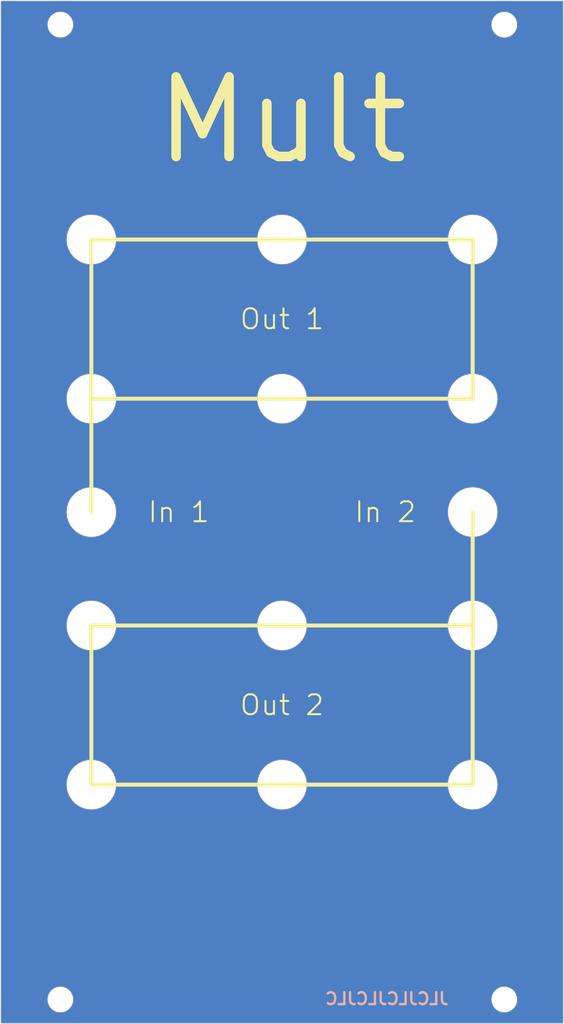
<source format=kicad_pcb>
(kicad_pcb (version 20211014) (generator pcbnew)

  (general
    (thickness 1.6)
  )

  (paper "A4")
  (layers
    (0 "F.Cu" signal)
    (31 "B.Cu" signal)
    (32 "B.Adhes" user "B.Adhesive")
    (33 "F.Adhes" user "F.Adhesive")
    (34 "B.Paste" user)
    (35 "F.Paste" user)
    (36 "B.SilkS" user "B.Silkscreen")
    (37 "F.SilkS" user "F.Silkscreen")
    (38 "B.Mask" user)
    (39 "F.Mask" user)
    (40 "Dwgs.User" user "User.Drawings")
    (41 "Cmts.User" user "User.Comments")
    (42 "Eco1.User" user "User.Eco1")
    (43 "Eco2.User" user "User.Eco2")
    (44 "Edge.Cuts" user)
    (45 "Margin" user)
    (46 "B.CrtYd" user "B.Courtyard")
    (47 "F.CrtYd" user "F.Courtyard")
    (48 "B.Fab" user)
    (49 "F.Fab" user)
  )

  (setup
    (pad_to_mask_clearance 0)
    (pcbplotparams
      (layerselection 0x00010fc_ffffffff)
      (disableapertmacros false)
      (usegerberextensions true)
      (usegerberattributes false)
      (usegerberadvancedattributes false)
      (creategerberjobfile false)
      (svguseinch false)
      (svgprecision 6)
      (excludeedgelayer true)
      (plotframeref false)
      (viasonmask false)
      (mode 1)
      (useauxorigin false)
      (hpglpennumber 1)
      (hpglpenspeed 20)
      (hpglpendiameter 15.000000)
      (dxfpolygonmode true)
      (dxfimperialunits true)
      (dxfusepcbnewfont true)
      (psnegative false)
      (psa4output false)
      (plotreference true)
      (plotvalue false)
      (plotinvisibletext false)
      (sketchpadsonfab false)
      (subtractmaskfromsilk true)
      (outputformat 1)
      (mirror false)
      (drillshape 0)
      (scaleselection 1)
      (outputdirectory "gerbers/")
    )
  )

  (net 0 "")

  (gr_line (start 169 110.5) (end 169 130.5) (layer "F.SilkS") (width 0.5) (tstamp 00000000-0000-0000-0000-000060d21710))
  (gr_line (start 121 110.5) (end 121 130.5) (layer "F.SilkS") (width 0.5) (tstamp 00000000-0000-0000-0000-000060d21712))
  (gr_line (start 121 62) (end 121 82) (layer "F.SilkS") (width 0.5) (tstamp 00000000-0000-0000-0000-000060d21723))
  (gr_line (start 169 62) (end 169 82) (layer "F.SilkS") (width 0.5) (tstamp 00000000-0000-0000-0000-000060d21724))
  (gr_line (start 121 62) (end 169 62) (layer "F.SilkS") (width 0.5) (tstamp 00000000-0000-0000-0000-000060d26814))
  (gr_line (start 121 82) (end 169 82) (layer "F.SilkS") (width 0.5) (tstamp 00000000-0000-0000-0000-000060d26820))
  (gr_line (start 121 110.5) (end 169 110.5) (layer "F.SilkS") (width 0.5) (tstamp 00000000-0000-0000-0000-000060d26865))
  (gr_line (start 121 130.5) (end 169 130.5) (layer "F.SilkS") (width 0.5) (tstamp 00000000-0000-0000-0000-000060d26874))
  (gr_line (start 169 96.25) (end 169 110.5) (layer "F.SilkS") (width 0.5) (tstamp 00000000-0000-0000-0000-000060d26984))
  (gr_line (start 121 96.25) (end 121 82) (layer "F.SilkS") (width 0.5) (tstamp 00000000-0000-0000-0000-000060d269b2))
  (gr_circle (center 117.1 157.5) (end 118.7 157.5) (layer "B.Mask") (width 2) (fill none) (tstamp 0c43492a-1d06-42e1-aab3-dafca109a963))
  (gr_circle (center 172.98 157.5) (end 174.58 157.5) (layer "B.Mask") (width 2) (fill none) (tstamp 0cad7052-77a5-4b90-bf34-0ed84016ddb3))
  (gr_circle (center 145 62) (end 148.6 62) (layer "B.Mask") (width 5) (fill none) (tstamp 16ead93d-be53-43b7-9993-da59fdfe87a9))
  (gr_circle (center 169 82) (end 172.6 82) (layer "B.Mask") (width 5) (fill none) (tstamp 3597f731-eae6-47ca-8690-cde5f7bdb161))
  (gr_circle (center 145 130.5) (end 148.6 130.5) (layer "B.Mask") (width 5) (fill none) (tstamp 376b0330-5976-42a1-9795-d51a0cb15beb))
  (gr_circle (center 145 82) (end 148.6 82) (layer "B.Mask") (width 5) (fill none) (tstamp 3f5f21f6-8b37-4d90-8f91-3910f2c42fc7))
  (gr_circle (center 121 110.5) (end 124.6 110.5) (layer "B.Mask") (width 5) (fill none) (tstamp 672cbe39-a10a-45bc-b930-efeb4d296788))
  (gr_circle (center 121 82) (end 124.6 82) (layer "B.Mask") (width 5) (fill none) (tstamp 6cbd3a6d-e8b4-4a95-be74-c741893631c8))
  (gr_circle (center 121 130.5) (end 124.6 130.5) (layer "B.Mask") (width 5) (fill none) (tstamp 7ab03275-c9ff-4f53-a683-5b84029f7ff5))
  (gr_circle (center 169 130.5) (end 172.6 130.5) (layer "B.Mask") (width 5) (fill none) (tstamp 7db5d8f0-a910-4752-a005-fa209f1abdec))
  (gr_circle (center 121 96.25) (end 124.6 96.25) (layer "B.Mask") (width 5) (fill none) (tstamp 82a6fa17-8830-478d-9595-5eea2fe7cc7f))
  (gr_circle (center 169 96.25) (end 172.6 96.25) (layer "B.Mask") (width 5) (fill none) (tstamp 8460a8f9-202d-446c-a727-76b53e0a37f9))
  (gr_circle (center 169 62) (end 172.6 62) (layer "B.Mask") (width 5) (fill none) (tstamp 85ee03d2-f1a1-49f6-9979-78546eb28de8))
  (gr_circle (center 172.98 35) (end 174.58 35) (layer "B.Mask") (width 2) (fill none) (tstamp a8c4cc10-c733-4c4d-841f-01c8a6a861e8))
  (gr_circle (center 117.1 35) (end 118.7 35) (layer "B.Mask") (width 2) (fill none) (tstamp ae923668-2cb7-47ea-99c5-b6a079045296))
  (gr_circle (center 169 110.5) (end 172.6 110.5) (layer "B.Mask") (width 5) (fill none) (tstamp d60ee6ad-5508-4033-91ca-1337fb1b7a0d))
  (gr_circle (center 121 62) (end 124.6 62) (layer "B.Mask") (width 5) (fill none) (tstamp e0b2e383-60c6-4fac-9ee5-cb930796bb4b))
  (gr_circle (center 145 110.5) (end 148.6 110.5) (layer "B.Mask") (width 5) (fill none) (tstamp faad28a2-09fa-4ce9-a367-71b6860b94ed))
  (gr_circle (center 121 62) (end 124.6 62) (layer "F.Mask") (width 5) (fill none) (tstamp 01c517db-db70-46d2-9618-e9aeac9589c3))
  (gr_circle (center 169 62) (end 172.6 62) (layer "F.Mask") (width 5) (fill none) (tstamp 033022b3-11f9-419e-a78e-1c7d6e6cd45c))
  (gr_circle (center 121 82) (end 124.6 82) (layer "F.Mask") (width 5) (fill none) (tstamp 15ce1418-55b0-4ffc-8756-eed419e71700))
  (gr_circle (center 121 96.25) (end 124.6 96.25) (layer "F.Mask") (width 5) (fill none) (tstamp 3b323332-8a11-49b8-a74e-223bd1a1ed65))
  (gr_circle (center 169 96.25) (end 172.6 96.25) (layer "F.Mask") (width 5) (fill none) (tstamp 4af2240a-5a5d-48d2-a9b4-a18e1ae31a7e))
  (gr_circle (center 169 130.5) (end 172.6 130.5) (layer "F.Mask") (width 5) (fill none) (tstamp 86359855-82b9-4b88-b24d-0cce9e35d2ed))
  (gr_circle (center 117.1 157.5) (end 118.7 157.5) (layer "F.Mask") (width 2) (fill none) (tstamp 9a8e5365-5d60-44e4-81cc-4f11e0761eee))
  (gr_circle (center 145 82) (end 148.6 82) (layer "F.Mask") (width 5) (fill none) (tstamp b4c71b9b-cad5-4be5-a07b-be9362f17a2f))
  (gr_circle (center 121 130.5) (end 124.6 130.5) (layer "F.Mask") (width 5) (fill none) (tstamp b9b56633-e27e-4ae9-b502-b04db674814a))
  (gr_circle (center 172.98 157.5) (end 174.58 157.5) (layer "F.Mask") (width 2) (fill none) (tstamp c38985c5-852d-4f69-b2fe-fb86cdffcfa0))
  (gr_circle (center 172.98 35) (end 174.58 35) (layer "F.Mask") (width 2) (fill none) (tstamp c56e9b46-40e6-4c99-8309-2c798e0730d0))
  (gr_circle (center 117.1 35) (end 118.7 35) (layer "F.Mask") (width 2) (fill none) (tstamp c6f97db1-bd9f-48f9-8319-b9c28cd9d415))
  (gr_circle (center 145 130.5) (end 148.6 130.5) (layer "F.Mask") (width 5) (fill none) (tstamp c736206d-92c2-49fd-be8c-937d2bb55d25))
  (gr_circle (center 169 82) (end 172.6 82) (layer "F.Mask") (width 5) (fill none) (tstamp cdd42cb8-ead0-4737-ab17-eae6bdd72f23))
  (gr_circle (center 145 62) (end 148.6 62) (layer "F.Mask") (width 5) (fill none) (tstamp d0da03a8-e8ae-4d2b-9293-966a3f5089e3))
  (gr_circle (center 145 110.5) (end 148.6 110.5) (layer "F.Mask") (width 5) (fill none) (tstamp f1bf31f1-be51-4bf7-bd62-4c1691fb964a))
  (gr_circle (center 121 110.5) (end 124.6 110.5) (layer "F.Mask") (width 5) (fill none) (tstamp f9bb99c7-ccda-4b6c-a116-fa3715af7191))
  (gr_circle (center 169 110.5) (end 172.6 110.5) (layer "F.Mask") (width 5) (fill none) (tstamp fd23d600-64d7-41d7-a114-849a5c445d5c))
  (gr_circle (center 121 110.5) (end 124.1 110.5) (layer "Edge.Cuts") (width 0.05) (fill none) (tstamp 00000000-0000-0000-0000-000060d21713))
  (gr_circle (center 121 82) (end 124.1 82) (layer "Edge.Cuts") (width 0.05) (fill none) (tstamp 00000000-0000-0000-0000-000060d21715))
  (gr_line (start 180.4 160.5) (end 109.6 160.5) (layer "Edge.Cuts") (width 0.05) (tstamp 00000000-0000-0000-0000-000060d21716))
  (gr_circle (center 169 130.5) (end 172.1 130.5) (layer "Edge.Cuts") (width 0.05) (fill none) (tstamp 00000000-0000-0000-0000-000060d21717))
  (gr_line (start 109.6 160.5) (end 109.6 32) (layer "Edge.Cuts") (width 0.05) (tstamp 00000000-0000-0000-0000-000060d21718))
  (gr_circle (center 145 82) (end 148.1 82) (layer "Edge.Cuts") (width 0.05) (fill none) (tstamp 00000000-0000-0000-0000-000060d21719))
  (gr_circle (center 145 110.5) (end 148.1 110.5) (layer "Edge.Cuts") (width 0.05) (fill none) (tstamp 00000000-0000-0000-0000-000060d2171a))
  (gr_circle (center 169 82) (end 172.1 82) (layer "Edge.Cuts") (width 0.05) (fill none) (tstamp 00000000-0000-0000-0000-000060d2171b))
  (gr_line (start 180.4 32) (end 180.4 160.5) (layer "Edge.Cuts") (width 0.05) (tstamp 00000000-0000-0000-0000-000060d2171c))
  (gr_circle (center 169 110.5) (end 172.1 110.5) (layer "Edge.Cuts") (width 0.05) (fill none) (tstamp 00000000-0000-0000-0000-000060d2171d))
  (gr_circle (center 169 62) (end 172.1 62) (layer "Edge.Cuts") (width 0.05) (fill none) (tstamp 00000000-0000-0000-0000-000060d2171e))
  (gr_circle (center 145 130.5) (end 148.1 130.5) (layer "Edge.Cuts") (width 0.05) (fill none) (tstamp 00000000-0000-0000-0000-000060d2171f))
  (gr_circle (center 145 62) (end 148.1 62) (layer "Edge.Cuts") (width 0.05) (fill none) (tstamp 00000000-0000-0000-0000-000060d21722))
  (gr_circle (center 121 62) (end 124.1 62) (layer "Edge.Cuts") (width 0.05) (fill none) (tstamp 00000000-0000-0000-0000-000060d21725))
  (gr_circle (center 121 130.5) (end 124.1 130.5) (layer "Edge.Cuts") (width 0.05) (fill none) (tstamp 00000000-0000-0000-0000-000060d21726))
  (gr_circle (center 172.98 157.5) (end 174.58 157.5) (layer "Edge.Cuts") (width 0.05) (fill none) (tstamp 00000000-0000-0000-0000-000060d21727))
  (gr_circle (center 117.1 35) (end 118.7 35) (layer "Edge.Cuts") (width 0.05) (fill none) (tstamp 00000000-0000-0000-0000-000060d21728))
  (gr_circle (center 172.98 35) (end 174.58 35) (layer "Edge.Cuts") (width 0.05) (fill none) (tstamp 00000000-0000-0000-0000-000060d2172d))
  (gr_circle (center 117.1 157.5) (end 118.7 157.5) (layer "Edge.Cuts") (width 0.05) (fill none) (tstamp 00000000-0000-0000-0000-000060d2172e))
  (gr_line (start 109.6 32) (end 180.4 32) (layer "Edge.Cuts") (width 0.05) (tstamp 00000000-0000-0000-0000-000060d21730))
  (gr_circle (center 169 96.25) (end 172.1 96.25) (layer "Edge.Cuts") (width 0.05) (fill none) (tstamp 00000000-0000-0000-0000-000060d268b2))
  (gr_circle (center 121 96.25) (end 124.1 96.25) (layer "Edge.Cuts") (width 0.05) (fill none) (tstamp 4412226e-d975-40a2-921f-502ff4129a95))
  (gr_text "JLCJLCJLCJLC" (at 158.2 157.4) (layer "B.SilkS") (tstamp 00000000-0000-0000-0000-000060d21731)
    (effects (font (size 1.5 1.5) (thickness 0.3)) (justify mirror))
  )
  (gr_text "Mult" (at 145 47) (layer "F.SilkS") (tstamp 00000000-0000-0000-0000-000060d21733)
    (effects (font (size 10 10) (thickness 1.2)))
  )
  (gr_text "Out 1" (at 145 72) (layer "F.SilkS") (tstamp 00000000-0000-0000-0000-000060d26b38)
    (effects (font (size 2.5 2.5) (thickness 0.25)))
  )
  (gr_text "Out 2" (at 145 120.5) (layer "F.SilkS") (tstamp 00000000-0000-0000-0000-000060d26cc3)
    (effects (font (size 2.5 2.5) (thickness 0.25)))
  )
  (gr_text "In 2" (at 158 96.25) (layer "F.SilkS") (tstamp 4e66a44f-7fa6-4e16-bf9b-62ec864301a5)
    (effects (font (size 2.5 2.5) (thickness 0.25)))
  )
  (gr_text "In 1" (at 132 96.25) (layer "F.SilkS") (tstamp e63e39d7-6ac0-4ffd-8aa3-1841a4541b55)
    (effects (font (size 2.5 2.5) (thickness 0.25)))
  )

  (zone (net 0) (net_name "") (layer "F.Cu") (tstamp 00000000-0000-0000-0000-000060fdb63d) (hatch edge 0.508)
    (connect_pads (clearance 0))
    (min_thickness 0.254) (filled_areas_thickness no)
    (fill yes (thermal_gap 0.508) (thermal_bridge_width 0.508))
    (polygon
      (pts
        (xy 180.5 160.6)
        (xy 109.5 160.6)
        (xy 109.5 31.9)
        (xy 180.5 31.9)
      )
    )
    (filled_polygon
      (layer "F.Cu")
      (island)
      (pts
        (xy 180.317121 32.045002)
        (xy 180.363614 32.098658)
        (xy 180.375 32.151)
        (xy 180.375 160.349)
        (xy 180.354998 160.417121)
        (xy 180.301342 160.463614)
        (xy 180.249 160.475)
        (xy 109.751 160.475)
        (xy 109.682879 160.454998)
        (xy 109.636386 160.401342)
        (xy 109.625 160.349)
        (xy 109.625 157.5)
        (xy 115.469975 157.5)
        (xy 115.490043 157.754992)
        (xy 115.491197 157.759799)
        (xy 115.491198 157.759805)
        (xy 115.528855 157.916654)
        (xy 115.549754 158.003705)
        (xy 115.551647 158.008276)
        (xy 115.551648 158.008278)
        (xy 115.63729 158.215035)
        (xy 115.647637 158.240016)
        (xy 115.781282 158.458105)
        (xy 115.784494 158.461865)
        (xy 115.784497 158.46187)
        (xy 115.914167 158.613693)
        (xy 115.947398 158.652602)
        (xy 115.95116 158.655815)
        (xy 116.13813 158.815503)
        (xy 116.138135 158.815506)
        (xy 116.141895 158.818718)
        (xy 116.359984 158.952363)
        (xy 116.364554 158.954256)
        (xy 116.364558 158.954258)
        (xy 116.591722 159.048352)
        (xy 116.596295 159.050246)
        (xy 116.683346 159.071145)
        (xy 116.840195 159.108802)
        (xy 116.840201 159.108803)
        (xy 116.845008 159.109957)
        (xy 117.1 159.130025)
        (xy 117.354992 159.109957)
        (xy 117.359799 159.108803)
        (xy 117.359805 159.108802)
        (xy 117.516654 159.071145)
        (xy 117.603705 159.050246)
        (xy 117.608278 159.048352)
        (xy 117.835442 158.954258)
        (xy 117.835446 158.954256)
        (xy 117.840016 158.952363)
        (xy 118.058105 158.818718)
        (xy 118.061865 158.815506)
        (xy 118.06187 158.815503)
        (xy 118.24884 158.655815)
        (xy 118.252602 158.652602)
        (xy 118.285833 158.613693)
        (xy 118.415503 158.46187)
        (xy 118.415506 158.461865)
        (xy 118.418718 158.458105)
        (xy 118.552363 158.240016)
        (xy 118.562711 158.215035)
        (xy 118.648352 158.008278)
        (xy 118.648353 158.008276)
        (xy 118.650246 158.003705)
        (xy 118.671145 157.916654)
        (xy 118.708802 157.759805)
        (xy 118.708803 157.759799)
        (xy 118.709957 157.754992)
        (xy 118.730025 157.5)
        (xy 171.349975 157.5)
        (xy 171.370043 157.754992)
        (xy 171.371197 157.759799)
        (xy 171.371198 157.759805)
        (xy 171.408855 157.916654)
        (xy 171.429754 158.003705)
        (xy 171.431647 158.008276)
        (xy 171.431648 158.008278)
        (xy 171.51729 158.215035)
        (xy 171.527637 158.240016)
        (xy 171.661282 158.458105)
        (xy 171.664494 158.461865)
        (xy 171.664497 158.46187)
        (xy 171.794167 158.613693)
        (xy 171.827398 158.652602)
        (xy 171.83116 158.655815)
        (xy 172.01813 158.815503)
        (xy 172.018135 158.815506)
        (xy 172.021895 158.818718)
        (xy 172.239984 158.952363)
        (xy 172.244554 158.954256)
        (xy 172.244558 158.954258)
        (xy 172.471722 159.048352)
        (xy 172.476295 159.050246)
        (xy 172.563346 159.071145)
        (xy 172.720195 159.108802)
        (xy 172.720201 159.108803)
        (xy 172.725008 159.109957)
        (xy 172.98 159.130025)
        (xy 173.234992 159.109957)
        (xy 173.239799 159.108803)
        (xy 173.239805 159.108802)
        (xy 173.396654 159.071145)
        (xy 173.483705 159.050246)
        (xy 173.488278 159.048352)
        (xy 173.715442 158.954258)
        (xy 173.715446 158.954256)
        (xy 173.720016 158.952363)
        (xy 173.938105 158.818718)
        (xy 173.941865 158.815506)
        (xy 173.94187 158.815503)
        (xy 174.12884 158.655815)
        (xy 174.132602 158.652602)
        (xy 174.165833 158.613693)
        (xy 174.295503 158.46187)
        (xy 174.295506 158.461865)
        (xy 174.298718 158.458105)
        (xy 174.432363 158.240016)
        (xy 174.442711 158.215035)
        (xy 174.528352 158.008278)
        (xy 174.528353 158.008276)
        (xy 174.530246 158.003705)
        (xy 174.551145 157.916654)
        (xy 174.588802 157.759805)
        (xy 174.588803 157.759799)
        (xy 174.589957 157.754992)
        (xy 174.610025 157.5)
        (xy 174.589957 157.245008)
        (xy 174.588803 157.240201)
        (xy 174.588802 157.240195)
        (xy 174.531401 157.001107)
        (xy 174.530246 156.996295)
        (xy 174.528352 156.991722)
        (xy 174.434258 156.764558)
        (xy 174.434256 156.764554)
        (xy 174.432363 156.759984)
        (xy 174.298718 156.541895)
        (xy 174.295506 156.538135)
        (xy 174.295503 156.53813)
        (xy 174.135815 156.35116)
        (xy 174.132602 156.347398)
        (xy 173.990227 156.225798)
        (xy 173.94187 156.184497)
        (xy 173.941865 156.184494)
        (xy 173.938105 156.181282)
        (xy 173.720016 156.047637)
        (xy 173.715446 156.045744)
        (xy 173.715442 156.045742)
        (xy 173.488278 155.951648)
        (xy 173.488276 155.951647)
        (xy 173.483705 155.949754)
        (xy 173.380598 155.925)
        (xy 173.239805 155.891198)
        (xy 173.239799 155.891197)
        (xy 173.234992 155.890043)
        (xy 172.98 155.869975)
        (xy 172.725008 155.890043)
        (xy 172.720201 155.891197)
        (xy 172.720195 155.891198)
        (xy 172.579402 155.925)
        (xy 172.476295 155.949754)
        (xy 172.471724 155.951647)
        (xy 172.471722 155.951648)
        (xy 172.244558 156.045742)
        (xy 172.244554 156.045744)
        (xy 172.239984 156.047637)
        (xy 172.021895 156.181282)
        (xy 172.018135 156.184494)
        (xy 172.01813 156.184497)
        (xy 171.969773 156.225798)
        (xy 171.827398 156.347398)
        (xy 171.824185 156.35116)
        (xy 171.664497 156.53813)
        (xy 171.664494 156.538135)
        (xy 171.661282 156.541895)
        (xy 171.527637 156.759984)
        (xy 171.525744 156.764554)
        (xy 171.525742 156.764558)
        (xy 171.431648 156.991722)
        (xy 171.429754 156.996295)
        (xy 171.428599 157.001107)
        (xy 171.371198 157.240195)
        (xy 171.371197 157.240201)
        (xy 171.370043 157.245008)
        (xy 171.349975 157.5)
        (xy 118.730025 157.5)
        (xy 118.709957 157.245008)
        (xy 118.708803 157.240201)
        (xy 118.708802 157.240195)
        (xy 118.651401 157.001107)
        (xy 118.650246 156.996295)
        (xy 118.648352 156.991722)
        (xy 118.554258 156.764558)
        (xy 118.554256 156.764554)
        (xy 118.552363 156.759984)
        (xy 118.418718 156.541895)
        (xy 118.415506 156.538135)
        (xy 118.415503 156.53813)
        (xy 118.255815 156.35116)
        (xy 118.252602 156.347398)
        (xy 118.110227 156.225798)
        (xy 118.06187 156.184497)
        (xy 118.061865 156.184494)
        (xy 118.058105 156.181282)
        (xy 117.840016 156.047637)
        (xy 117.835446 156.045744)
        (xy 117.835442 156.045742)
        (xy 117.608278 155.951648)
        (xy 117.608276 155.951647)
        (xy 117.603705 155.949754)
        (xy 117.500598 155.925)
        (xy 117.359805 155.891198)
        (xy 117.359799 155.891197)
        (xy 117.354992 155.890043)
        (xy 117.1 155.869975)
        (xy 116.845008 155.890043)
        (xy 116.840201 155.891197)
        (xy 116.840195 155.891198)
        (xy 116.699402 155.925)
        (xy 116.596295 155.949754)
        (xy 116.591724 155.951647)
        (xy 116.591722 155.951648)
        (xy 116.364558 156.045742)
        (xy 116.364554 156.045744)
        (xy 116.359984 156.047637)
        (xy 116.141895 156.181282)
        (xy 116.138135 156.184494)
        (xy 116.13813 156.184497)
        (xy 116.089773 156.225798)
        (xy 115.947398 156.347398)
        (xy 115.944185 156.35116)
        (xy 115.784497 156.53813)
        (xy 115.784494 156.538135)
        (xy 115.781282 156.541895)
        (xy 115.647637 156.759984)
        (xy 115.645744 156.764554)
        (xy 115.645742 156.764558)
        (xy 115.551648 156.991722)
        (xy 115.549754 156.996295)
        (xy 115.548599 157.001107)
        (xy 115.491198 157.240195)
        (xy 115.491197 157.240201)
        (xy 115.490043 157.245008)
        (xy 115.469975 157.5)
        (xy 109.625 157.5)
        (xy 109.625 130.456299)
        (xy 117.870381 130.456299)
        (xy 117.870413 130.457066)
        (xy 117.870528 130.459811)
        (xy 117.870528 130.459814)
        (xy 117.872304 130.502178)
        (xy 117.885014 130.805427)
        (xy 117.938472 131.150748)
        (xy 118.03009 131.487957)
        (xy 118.158725 131.812853)
        (xy 118.322775 132.121385)
        (xy 118.32476 132.124284)
        (xy 118.518203 132.406801)
        (xy 118.518208 132.406807)
        (xy 118.520194 132.409708)
        (xy 118.748521 132.674228)
        (xy 119.004911 132.911648)
        (xy 119.286169 133.119009)
        (xy 119.289206 133.120763)
        (xy 119.28921 133.120765)
        (xy 119.403081 133.186508)
        (xy 119.588788 133.293726)
        (xy 119.669994 133.329204)
        (xy 119.905774 133.432214)
        (xy 119.905784 133.432218)
        (xy 119.908996 133.433621)
        (xy 119.912353 133.43466)
        (xy 119.912358 133.434662)
        (xy 120.070642 133.483659)
        (xy 120.242803 133.536952)
        (xy 120.246259 133.537611)
        (xy 120.246258 133.537611)
        (xy 120.582597 133.601771)
        (xy 120.582602 133.601772)
        (xy 120.586048 133.602429)
        (xy 120.777554 133.617165)
        (xy 120.930955 133.628969)
        (xy 120.930957 133.628969)
        (xy 120.934452 133.629238)
        (xy 121.166159 133.621146)
        (xy 121.280157 133.617165)
        (xy 121.280161 133.617165)
        (xy 121.283673 133.617042)
        (xy 121.287152 133.616528)
        (xy 121.287155 133.616528)
        (xy 121.625867 133.566512)
        (xy 121.625873 133.566511)
        (xy 121.629359 133.565996)
        (xy 121.632763 133.565097)
        (xy 121.632766 133.565096)
        (xy 121.963809 133.477631)
        (xy 121.96381 133.477631)
        (xy 121.9672 133.476735)
        (xy 122.292985 133.350371)
        (xy 122.602655 133.188479)
        (xy 122.892349 132.993078)
        (xy 123.158457 132.766603)
        (xy 123.160852 132.764053)
        (xy 123.16086 132.764045)
        (xy 123.39525 132.514444)
        (xy 123.395254 132.514439)
        (xy 123.397661 132.511876)
        (xy 123.399766 132.509062)
        (xy 123.399772 132.509055)
        (xy 123.503587 132.370281)
        (xy 123.60698 132.232073)
        (xy 123.783806 131.930682)
        (xy 123.794984 131.905576)
        (xy 123.924501 131.614675)
        (xy 123.924503 131.614671)
        (xy 123.925933 131.611458)
        (xy 124.031592 131.27838)
        (xy 124.099464 130.935601)
        (xy 124.128704 130.587393)
        (xy 124.129924 130.5)
        (xy 124.127678 130.459814)
        (xy 124.127481 130.456299)
        (xy 141.870381 130.456299)
        (xy 141.870413 130.457066)
        (xy 141.870528 130.459811)
        (xy 141.870528 130.459814)
        (xy 141.872304 130.502178)
        (xy 141.885014 130.805427)
        (xy 141.938472 131.150748)
        (xy 142.03009 131.487957)
        (xy 142.158725 131.812853)
        (xy 142.322775 132.121385)
        (xy 142.32476 132.124284)
        (xy 142.518203 132.406801)
        (xy 142.518208 132.406807)
        (xy 142.520194 132.409708)
        (xy 142.748521 132.674228)
        (xy 143.004911 132.911648)
        (xy 143.286169 133.119009)
        (xy 143.289206 133.120763)
        (xy 143.28921 133.120765)
        (xy 143.403081 133.186508)
        (xy 143.588788 133.293726)
        (xy 143.669994 133.329204)
        (xy 143.905774 133.432214)
        (xy 143.905784 133.432218)
        (xy 143.908996 133.433621)
        (xy 143.912353 133.43466)
        (xy 143.912358 133.434662)
        (xy 144.070642 133.483659)
        (xy 144.242803 133.536952)
        (xy 144.246259 133.537611)
        (xy 144.246258 133.537611)
        (xy 144.582597 133.601771)
        (xy 144.582602 133.601772)
        (xy 144.586048 133.602429)
        (xy 144.777554 133.617165)
        (xy 144.930955 133.628969)
        (xy 144.930957 133.628969)
        (xy 144.934452 133.629238)
        (xy 145.166159 133.621146)
        (xy 145.280157 133.617165)
        (xy 145.280161 133.617165)
        (xy 145.283673 133.617042)
        (xy 145.287152 133.616528)
        (xy 145.287155 133.616528)
        (xy 145.625867 133.566512)
        (xy 145.625873 133.566511)
        (xy 145.629359 133.565996)
        (xy 145.632763 133.565097)
        (xy 145.632766 133.565096)
        (xy 145.963809 133.477631)
        (xy 145.96381 133.477631)
        (xy 145.9672 133.476735)
        (xy 146.292985 133.350371)
        (xy 146.602655 133.188479)
        (xy 146.892349 132.993078)
        (xy 147.158457 132.766603)
        (xy 147.160852 132.764053)
        (xy 147.16086 132.764045)
        (xy 147.39525 132.514444)
        (xy 147.395254 132.514439)
        (xy 147.397661 132.511876)
        (xy 147.399766 132.509062)
        (xy 147.399772 132.509055)
        (xy 147.503587 132.370281)
        (xy 147.60698 132.232073)
        (xy 147.783806 131.930682)
        (xy 147.794984 131.905576)
        (xy 147.924501 131.614675)
        (xy 147.924503 131.614671)
        (xy 147.925933 131.611458)
        (xy 148.031592 131.27838)
        (xy 148.099464 130.935601)
        (xy 148.128704 130.587393)
        (xy 148.129924 130.5)
        (xy 148.127678 130.459814)
        (xy 148.127481 130.456299)
        (xy 165.870381 130.456299)
        (xy 165.870413 130.457066)
        (xy 165.870528 130.459811)
        (xy 165.870528 130.459814)
        (xy 165.872304 130.502178)
        (xy 165.885014 130.805427)
        (xy 165.938472 131.150748)
        (xy 166.03009 131.487957)
        (xy 166.158725 131.812853)
        (xy 166.322775 132.121385)
        (xy 166.32476 132.124284)
        (xy 166.518203 132.406801)
        (xy 166.518208 132.406807)
        (xy 166.520194 132.409708)
        (xy 166.748521 132.674228)
        (xy 167.004911 132.911648)
        (xy 167.286169 133.119009)
        (xy 167.289206 133.120763)
        (xy 167.28921 133.120765)
        (xy 167.403081 133.186508)
        (xy 167.588788 133.293726)
        (xy 167.669994 133.329204)
        (xy 167.905774 133.432214)
        (xy 167.905784 133.432218)
        (xy 167.908996 133.433621)
        (xy 167.912353 133.43466)
        (xy 167.912358 133.434662)
        (xy 168.070642 133.483659)
        (xy 168.242803 133.536952)
        (xy 168.246259 133.537611)
        (xy 168.246258 133.537611)
        (xy 168.582597 133.601771)
        (xy 168.582602 133.601772)
        (xy 168.586048 133.602429)
        (xy 168.777554 133.617165)
        (xy 168.930955 133.628969)
        (xy 168.930957 133.628969)
        (xy 168.934452 133.629238)
        (xy 169.166159 133.621146)
        (xy 169.280157 133.617165)
        (xy 169.280161 133.617165)
        (xy 169.283673 133.617042)
        (xy 169.287152 133.616528)
        (xy 169.287155 133.616528)
        (xy 169.625867 133.566512)
        (xy 169.625873 133.566511)
        (xy 169.629359 133.565996)
        (xy 169.632763 133.565097)
        (xy 169.632766 133.565096)
        (xy 169.963809 133.477631)
        (xy 169.96381 133.477631)
        (xy 169.9672 133.476735)
        (xy 170.292985 133.350371)
        (xy 170.602655 133.188479)
        (xy 170.892349 132.993078)
        (xy 171.158457 132.766603)
        (xy 171.160852 132.764053)
        (xy 171.16086 132.764045)
        (xy 171.39525 132.514444)
        (xy 171.395254 132.514439)
        (xy 171.397661 132.511876)
        (xy 171.399766 132.509062)
        (xy 171.399772 132.509055)
        (xy 171.503587 132.370281)
        (xy 171.60698 132.232073)
        (xy 171.783806 131.930682)
        (xy 171.794984 131.905576)
        (xy 171.924501 131.614675)
        (xy 171.924503 131.614671)
        (xy 171.925933 131.611458)
        (xy 172.031592 131.27838)
        (xy 172.099464 130.935601)
        (xy 172.128704 130.587393)
        (xy 172.129924 130.5)
        (xy 172.127678 130.459814)
        (xy 172.110614 130.154625)
        (xy 172.110418 130.151111)
        (xy 172.103674 130.111234)
        (xy 172.052732 129.810051)
        (xy 172.052731 129.810047)
        (xy 172.052143 129.80657)
        (xy 171.955826 129.470672)
        (xy 171.832449 129.171336)
        (xy 171.824005 129.150849)
        (xy 171.824001 129.150841)
        (xy 171.822667 129.147604)
        (xy 171.654326 128.841393)
        (xy 171.452901 128.555855)
        (xy 171.220902 128.294548)
        (xy 170.961222 128.060731)
        (xy 170.741872 127.903692)
        (xy 170.679964 127.85937)
        (xy 170.679957 127.859366)
        (xy 170.677097 127.857318)
        (xy 170.372068 127.686843)
        (xy 170.049938 127.551432)
        (xy 170.046569 127.550441)
        (xy 170.046565 127.550439)
        (xy 169.864087 127.496733)
        (xy 169.714721 127.452772)
        (xy 169.439888 127.404311)
        (xy 169.374055 127.392703)
        (xy 169.374053 127.392703)
        (xy 169.370595 127.392093)
        (xy 169.367086 127.391872)
        (xy 169.367084 127.391872)
        (xy 169.025369 127.370373)
        (xy 169.025363 127.370373)
        (xy 169.021851 127.370152)
        (xy 168.923338 127.37497)
        (xy 168.676341 127.38705)
        (xy 168.676333 127.387051)
        (xy 168.672834 127.387222)
        (xy 168.669366 127.387784)
        (xy 168.669363 127.387784)
        (xy 168.33137 127.442527)
        (xy 168.331367 127.442528)
        (xy 168.327895 127.44309)
        (xy 168.324508 127.444036)
        (xy 168.324502 127.444037)
        (xy 168.047352 127.521419)
        (xy 167.991333 127.53706)
        (xy 167.862643 127.589054)
        (xy 167.670607 127.666641)
        (xy 167.670603 127.666643)
        (xy 167.667343 127.66796)
        (xy 167.664256 127.669629)
        (xy 167.664252 127.669631)
        (xy 167.62924 127.688562)
        (xy 167.359964 127.834159)
        (xy 167.073026 128.033586)
        (xy 167.070384 128.035899)
        (xy 167.07038 128.035902)
        (xy 166.993123 128.103536)
        (xy 166.810107 128.263755)
        (xy 166.574483 128.521796)
        (xy 166.36909 128.804494)
        (xy 166.367348 128.80756)
        (xy 166.367347 128.807562)
        (xy 166.346379 128.844473)
        (xy 166.19649 129.108326)
        (xy 166.058834 129.429503)
        (xy 165.957836 129.764023)
        (xy 165.894756 130.107717)
        (xy 165.870381 130.456299)
        (xy 148.127481 130.456299)
        (xy 148.110614 130.154625)
        (xy 148.110418 130.151111)
        (xy 148.103674 130.111234)
        (xy 148.052732 129.810051)
        (xy 148.052731 129.810047)
        (xy 148.052143 129.80657)
        (xy 147.955826 129.470672)
        (xy 147.832449 129.171336)
        (xy 147.824005 129.150849)
        (xy 147.824001 129.150841)
        (xy 147.822667 129.147604)
        (xy 147.654326 128.841393)
        (xy 147.452901 128.555855)
        (xy 147.220902 128.294548)
        (xy 146.961222 128.060731)
        (xy 146.741872 127.903692)
        (xy 146.679964 127.85937)
        (xy 146.679957 127.859366)
        (xy 146.677097 127.857318)
        (xy 146.372068 127.686843)
        (xy 146.049938 127.551432)
        (xy 146.046569 127.550441)
        (xy 146.046565 127.550439)
        (xy 145.864087 127.496733)
        (xy 145.714721 127.452772)
        (xy 145.439888 127.404311)
        (xy 145.374055 127.392703)
        (xy 145.374053 127.392703)
        (xy 145.370595 127.392093)
        (xy 145.367086 127.391872)
        (xy 145.367084 127.391872)
        (xy 145.025369 127.370373)
        (xy 145.025363 127.370373)
        (xy 145.021851 127.370152)
        (xy 144.923338 127.37497)
        (xy 144.676341 127.38705)
        (xy 144.676333 127.387051)
        (xy 144.672834 127.387222)
        (xy 144.669366 127.387784)
        (xy 144.669363 127.387784)
        (xy 144.33137 127.442527)
        (xy 144.331367 127.442528)
        (xy 144.327895 127.44309)
        (xy 144.324508 127.444036)
        (xy 144.324502 127.444037)
        (xy 144.047352 127.521419)
        (xy 143.991333 127.53706)
        (xy 143.862643 127.589054)
        (xy 143.670607 127.666641)
        (xy 143.670603 127.666643)
        (xy 143.667343 127.66796)
        (xy 143.664256 127.669629)
        (xy 143.664252 127.669631)
        (xy 143.62924 127.688562)
        (xy 143.359964 127.834159)
        (xy 143.073026 128.033586)
        (xy 143.070384 128.035899)
        (xy 143.07038 128.035902)
        (xy 142.993123 128.103536)
        (xy 142.810107 128.263755)
        (xy 142.574483 128.521796)
        (xy 142.36909 128.804494)
        (xy 142.367348 128.80756)
        (xy 142.367347 128.807562)
        (xy 142.346379 128.844473)
        (xy 142.19649 129.108326)
        (xy 142.058834 129.429503)
        (xy 141.957836 129.764023)
        (xy 141.894756 130.107717)
        (xy 141.870381 130.456299)
        (xy 124.127481 130.456299)
        (xy 124.110614 130.154625)
        (xy 124.110418 130.151111)
        (xy 124.103674 130.111234)
        (xy 124.052732 129.810051)
        (xy 124.052731 129.810047)
        (xy 124.052143 129.80657)
        (xy 123.955826 129.470672)
        (xy 123.832449 129.171336)
        (xy 123.824005 129.150849)
        (xy 123.824001 129.150841)
        (xy 123.822667 129.147604)
        (xy 123.654326 128.841393)
        (xy 123.452901 128.555855)
        (xy 123.220902 128.294548)
        (xy 122.961222 128.060731)
        (xy 122.741872 127.903692)
        (xy 122.679964 127.85937)
        (xy 122.679957 127.859366)
        (xy 122.677097 127.857318)
        (xy 122.372068 127.686843)
        (xy 122.049938 127.551432)
        (xy 122.046569 127.550441)
        (xy 122.046565 127.550439)
        (xy 121.864087 127.496733)
        (xy 121.714721 127.452772)
        (xy 121.439888 127.404311)
        (xy 121.374055 127.392703)
        (xy 121.374053 127.392703)
        (xy 121.370595 127.392093)
        (xy 121.367086 127.391872)
        (xy 121.367084 127.391872)
        (xy 121.025369 127.370373)
        (xy 121.025363 127.370373)
        (xy 121.021851 127.370152)
        (xy 120.923338 127.37497)
        (xy 120.676341 127.38705)
        (xy 120.676333 127.387051)
        (xy 120.672834 127.387222)
        (xy 120.669366 127.387784)
        (xy 120.669363 127.387784)
        (xy 120.33137 127.442527)
        (xy 120.331367 127.442528)
        (xy 120.327895 127.44309)
        (xy 120.324508 127.444036)
        (xy 120.324502 127.444037)
        (xy 120.047352 127.521419)
        (xy 119.991333 127.53706)
        (xy 119.862643 127.589054)
        (xy 119.670607 127.666641)
        (xy 119.670603 127.666643)
        (xy 119.667343 127.66796)
        (xy 119.664256 127.669629)
        (xy 119.664252 127.669631)
        (xy 119.62924 127.688562)
        (xy 119.359964 127.834159)
        (xy 119.073026 128.033586)
        (xy 119.070384 128.035899)
        (xy 119.07038 128.035902)
        (xy 118.993123 128.103536)
        (xy 118.810107 128.263755)
        (xy 118.574483 128.521796)
        (xy 118.36909 128.804494)
        (xy 118.367348 128.80756)
        (xy 118.367347 128.807562)
        (xy 118.346379 128.844473)
        (xy 118.19649 129.108326)
        (xy 118.058834 129.429503)
        (xy 117.957836 129.764023)
        (xy 117.894756 130.107717)
        (xy 117.870381 130.456299)
        (xy 109.625 130.456299)
        (xy 109.625 110.456299)
        (xy 117.870381 110.456299)
        (xy 117.870413 110.457066)
        (xy 117.870528 110.459811)
        (xy 117.870528 110.459814)
        (xy 117.872304 110.502178)
        (xy 117.885014 110.805427)
        (xy 117.938472 111.150748)
        (xy 118.03009 111.487957)
        (xy 118.158725 111.812853)
        (xy 118.322775 112.121385)
        (xy 118.32476 112.124284)
        (xy 118.518203 112.406801)
        (xy 118.518208 112.406807)
        (xy 118.520194 112.409708)
        (xy 118.748521 112.674228)
        (xy 119.004911 112.911648)
        (xy 119.286169 113.119009)
        (xy 119.289206 113.120763)
        (xy 119.28921 113.120765)
        (xy 119.403081 113.186508)
        (xy 119.588788 113.293726)
        (xy 119.669994 113.329204)
        (xy 119.905774 113.432214)
        (xy 119.905784 113.432218)
        (xy 119.908996 113.433621)
        (xy 119.912353 113.43466)
        (xy 119.912358 113.434662)
        (xy 120.070642 113.483659)
        (xy 120.242803 113.536952)
        (xy 120.246259 113.537611)
        (xy 120.246258 113.537611)
        (xy 120.582597 113.601771)
        (xy 120.582602 113.601772)
        (xy 120.586048 113.602429)
        (xy 120.777554 113.617165)
        (xy 120.930955 113.628969)
        (xy 120.930957 113.628969)
        (xy 120.934452 113.629238)
        (xy 121.166159 113.621146)
        (xy 121.280157 113.617165)
        (xy 121.280161 113.617165)
        (xy 121.283673 113.617042)
        (xy 121.287152 113.616528)
        (xy 121.287155 113.616528)
        (xy 121.625867 113.566512)
        (xy 121.625873 113.566511)
        (xy 121.629359 113.565996)
        (xy 121.632763 113.565097)
        (xy 121.632766 113.565096)
        (xy 121.963809 113.477631)
        (xy 121.96381 113.477631)
        (xy 121.9672 113.476735)
        (xy 122.292985 113.350371)
        (xy 122.602655 113.188479)
        (xy 122.892349 112.993078)
        (xy 123.158457 112.766603)
        (xy 123.160852 112.764053)
        (xy 123.16086 112.764045)
        (xy 123.39525 112.514444)
        (xy 123.395254 112.514439)
        (xy 123.397661 112.511876)
        (xy 123.399766 112.509062)
        (xy 123.399772 112.509055)
        (xy 123.503587 112.370281)
        (xy 123.60698 112.232073)
        (xy 123.783806 111.930682)
        (xy 123.794984 111.905576)
        (xy 123.924501 111.614675)
        (xy 123.924503 111.614671)
        (xy 123.925933 111.611458)
        (xy 124.031592 111.27838)
        (xy 124.099464 110.935601)
        (xy 124.128704 110.587393)
        (xy 124.129924 110.5)
        (xy 124.127678 110.459814)
        (xy 124.127481 110.456299)
        (xy 141.870381 110.456299)
        (xy 141.870413 110.457066)
        (xy 141.870528 110.459811)
        (xy 141.870528 110.459814)
        (xy 141.872304 110.502178)
        (xy 141.885014 110.805427)
        (xy 141.938472 111.150748)
        (xy 142.03009 111.487957)
        (xy 142.158725 111.812853)
        (xy 142.322775 112.121385)
        (xy 142.32476 112.124284)
        (xy 142.518203 112.406801)
        (xy 142.518208 112.406807)
        (xy 142.520194 112.409708)
        (xy 142.748521 112.674228)
        (xy 143.004911 112.911648)
        (xy 143.286169 113.119009)
        (xy 143.289206 113.120763)
        (xy 143.28921 113.120765)
        (xy 143.403081 113.186508)
        (xy 143.588788 113.293726)
        (xy 143.669994 113.329204)
        (xy 143.905774 113.432214)
        (xy 143.905784 113.432218)
        (xy 143.908996 113.433621)
        (xy 143.912353 113.43466)
        (xy 143.912358 113.434662)
        (xy 144.070642 113.483659)
        (xy 144.242803 113.536952)
        (xy 144.246259 113.537611)
        (xy 144.246258 113.537611)
        (xy 144.582597 113.601771)
        (xy 144.582602 113.601772)
        (xy 144.586048 113.602429)
        (xy 144.777554 113.617165)
        (xy 144.930955 113.628969)
        (xy 144.930957 113.628969)
        (xy 144.934452 113.629238)
        (xy 145.166159 113.621146)
        (xy 145.280157 113.617165)
        (xy 145.280161 113.617165)
        (xy 145.283673 113.617042)
        (xy 145.287152 113.616528)
        (xy 145.287155 113.616528)
        (xy 145.625867 113.566512)
        (xy 145.625873 113.566511)
        (xy 145.629359 113.565996)
        (xy 145.632763 113.565097)
        (xy 145.632766 113.565096)
        (xy 145.963809 113.477631)
        (xy 145.96381 113.477631)
        (xy 145.9672 113.476735)
        (xy 146.292985 113.350371)
        (xy 146.602655 113.188479)
        (xy 146.892349 112.993078)
        (xy 147.158457 112.766603)
        (xy 147.160852 112.764053)
        (xy 147.16086 112.764045)
        (xy 147.39525 112.514444)
        (xy 147.395254 112.514439)
        (xy 147.397661 112.511876)
        (xy 147.399766 112.509062)
        (xy 147.399772 112.509055)
        (xy 147.503587 112.370281)
        (xy 147.60698 112.232073)
        (xy 147.783806 111.930682)
        (xy 147.794984 111.905576)
        (xy 147.924501 111.614675)
        (xy 147.924503 111.614671)
        (xy 147.925933 111.611458)
        (xy 148.031592 111.27838)
        (xy 148.099464 110.935601)
        (xy 148.128704 110.587393)
        (xy 148.129924 110.5)
        (xy 148.127678 110.459814)
        (xy 148.127481 110.456299)
        (xy 165.870381 110.456299)
        (xy 165.870413 110.457066)
        (xy 165.870528 110.459811)
        (xy 165.870528 110.459814)
        (xy 165.872304 110.502178)
        (xy 165.885014 110.805427)
        (xy 165.938472 111.150748)
        (xy 166.03009 111.487957)
        (xy 166.158725 111.812853)
        (xy 166.322775 112.121385)
        (xy 166.32476 112.124284)
        (xy 166.518203 112.406801)
        (xy 166.518208 112.406807)
        (xy 166.520194 112.409708)
        (xy 166.748521 112.674228)
        (xy 167.004911 112.911648)
        (xy 167.286169 113.119009)
        (xy 167.289206 113.120763)
        (xy 167.28921 113.120765)
        (xy 167.403081 113.186508)
        (xy 167.588788 113.293726)
        (xy 167.669994 113.329204)
        (xy 167.905774 113.432214)
        (xy 167.905784 113.432218)
        (xy 167.908996 113.433621)
        (xy 167.912353 113.43466)
        (xy 167.912358 113.434662)
        (xy 168.070642 113.483659)
        (xy 168.242803 113.536952)
        (xy 168.246259 113.537611)
        (xy 168.246258 113.537611)
        (xy 168.582597 113.601771)
        (xy 168.582602 113.601772)
        (xy 168.586048 113.602429)
        (xy 168.777554 113.617165)
        (xy 168.930955 113.628969)
        (xy 168.930957 113.628969)
        (xy 168.934452 113.629238)
        (xy 169.166159 113.621146)
        (xy 169.280157 113.617165)
        (xy 169.280161 113.617165)
        (xy 169.283673 113.617042)
        (xy 169.287152 113.616528)
        (xy 169.287155 113.616528)
        (xy 169.625867 113.566512)
        (xy 169.625873 113.566511)
        (xy 169.629359 113.565996)
        (xy 169.632763 113.565097)
        (xy 169.632766 113.565096)
        (xy 169.963809 113.477631)
        (xy 169.96381 113.477631)
        (xy 169.9672 113.476735)
        (xy 170.292985 113.350371)
        (xy 170.602655 113.188479)
        (xy 170.892349 112.993078)
        (xy 171.158457 112.766603)
        (xy 171.160852 112.764053)
        (xy 171.16086 112.764045)
        (xy 171.39525 112.514444)
        (xy 171.395254 112.514439)
        (xy 171.397661 112.511876)
        (xy 171.399766 112.509062)
        (xy 171.399772 112.509055)
        (xy 171.503587 112.370281)
        (xy 171.60698 112.232073)
        (xy 171.783806 111.930682)
        (xy 171.794984 111.905576)
        (xy 171.924501 111.614675)
        (xy 171.924503 111.614671)
        (xy 171.925933 111.611458)
        (xy 172.031592 111.27838)
        (xy 172.099464 110.935601)
        (xy 172.128704 110.587393)
        (xy 172.129924 110.5)
        (xy 172.127678 110.459814)
        (xy 172.110614 110.154625)
        (xy 172.110418 110.151111)
        (xy 172.103674 110.111234)
        (xy 172.052732 109.810051)
        (xy 172.052731 109.810047)
        (xy 172.052143 109.80657)
        (xy 171.955826 109.470672)
        (xy 171.832449 109.171336)
        (xy 171.824005 109.150849)
        (xy 171.824001 109.150841)
        (xy 171.822667 109.147604)
        (xy 171.654326 108.841393)
        (xy 171.452901 108.555855)
        (xy 171.220902 108.294548)
        (xy 170.961222 108.060731)
        (xy 170.741872 107.903692)
        (xy 170.679964 107.85937)
        (xy 170.679957 107.859366)
        (xy 170.677097 107.857318)
        (xy 170.372068 107.686843)
        (xy 170.049938 107.551432)
        (xy 170.046569 107.550441)
        (xy 170.046565 107.550439)
        (xy 169.864087 107.496733)
        (xy 169.714721 107.452772)
        (xy 169.439888 107.404311)
        (xy 169.374055 107.392703)
        (xy 169.374053 107.392703)
        (xy 169.370595 107.392093)
        (xy 169.367086 107.391872)
        (xy 169.367084 107.391872)
        (xy 169.025369 107.370373)
        (xy 169.025363 107.370373)
        (xy 169.021851 107.370152)
        (xy 168.923338 107.37497)
        (xy 168.676341 107.38705)
        (xy 168.676333 107.387051)
        (xy 168.672834 107.387222)
        (xy 168.669366 107.387784)
        (xy 168.669363 107.387784)
        (xy 168.33137 107.442527)
        (xy 168.331367 107.442528)
        (xy 168.327895 107.44309)
        (xy 168.324508 107.444036)
        (xy 168.324502 107.444037)
        (xy 168.047352 107.521419)
        (xy 167.991333 107.53706)
        (xy 167.862643 107.589054)
        (xy 167.670607 107.666641)
        (xy 167.670603 107.666643)
        (xy 167.667343 107.66796)
        (xy 167.664256 107.669629)
        (xy 167.664252 107.669631)
        (xy 167.62924 107.688562)
        (xy 167.359964 107.834159)
        (xy 167.073026 108.033586)
        (xy 167.070384 108.035899)
        (xy 167.07038 108.035902)
        (xy 166.993123 108.103536)
        (xy 166.810107 108.263755)
        (xy 166.574483 108.521796)
        (xy 166.36909 108.804494)
        (xy 166.367348 108.80756)
        (xy 166.367347 108.807562)
        (xy 166.346379 108.844473)
        (xy 166.19649 109.108326)
        (xy 166.058834 109.429503)
        (xy 165.957836 109.764023)
        (xy 165.894756 110.107717)
        (xy 165.870381 110.456299)
        (xy 148.127481 110.456299)
        (xy 148.110614 110.154625)
        (xy 148.110418 110.151111)
        (xy 148.103674 110.111234)
        (xy 148.052732 109.810051)
        (xy 148.052731 109.810047)
        (xy 148.052143 109.80657)
        (xy 147.955826 109.470672)
        (xy 147.832449 109.171336)
        (xy 147.824005 109.150849)
        (xy 147.824001 109.150841)
        (xy 147.822667 109.147604)
        (xy 147.654326 108.841393)
        (xy 147.452901 108.555855)
        (xy 147.220902 108.294548)
        (xy 146.961222 108.060731)
        (xy 146.741872 107.903692)
        (xy 146.679964 107.85937)
        (xy 146.679957 107.859366)
        (xy 146.677097 107.857318)
        (xy 146.372068 107.686843)
        (xy 146.049938 107.551432)
        (xy 146.046569 107.550441)
        (xy 146.046565 107.550439)
        (xy 145.864087 107.496733)
        (xy 145.714721 107.452772)
        (xy 145.439888 107.404311)
        (xy 145.374055 107.392703)
        (xy 145.374053 107.392703)
        (xy 145.370595 107.392093)
        (xy 145.367086 107.391872)
        (xy 145.367084 107.391872)
        (xy 145.025369 107.370373)
        (xy 145.025363 107.370373)
        (xy 145.021851 107.370152)
        (xy 144.923338 107.37497)
        (xy 144.676341 107.38705)
        (xy 144.676333 107.387051)
        (xy 144.672834 107.387222)
        (xy 144.669366 107.387784)
        (xy 144.669363 107.387784)
        (xy 144.33137 107.442527)
        (xy 144.331367 107.442528)
        (xy 144.327895 107.44309)
        (xy 144.324508 107.444036)
        (xy 144.324502 107.444037)
        (xy 144.047352 107.521419)
        (xy 143.991333 107.53706)
        (xy 143.862643 107.589054)
        (xy 143.670607 107.666641)
        (xy 143.670603 107.666643)
        (xy 143.667343 107.66796)
        (xy 143.664256 107.669629)
        (xy 143.664252 107.669631)
        (xy 143.62924 107.688562)
        (xy 143.359964 107.834159)
        (xy 143.073026 108.033586)
        (xy 143.070384 108.035899)
        (xy 143.07038 108.035902)
        (xy 142.993123 108.103536)
        (xy 142.810107 108.263755)
        (xy 142.574483 108.521796)
        (xy 142.36909 108.804494)
        (xy 142.367348 108.80756)
        (xy 142.367347 108.807562)
        (xy 142.346379 108.844473)
        (xy 142.19649 109.108326)
        (xy 142.058834 109.429503)
        (xy 141.957836 109.764023)
        (xy 141.894756 110.107717)
        (xy 141.870381 110.456299)
        (xy 124.127481 110.456299)
        (xy 124.110614 110.154625)
        (xy 124.110418 110.151111)
        (xy 124.103674 110.111234)
        (xy 124.052732 109.810051)
        (xy 124.052731 109.810047)
        (xy 124.052143 109.80657)
        (xy 123.955826 109.470672)
        (xy 123.832449 109.171336)
        (xy 123.824005 109.150849)
        (xy 123.824001 109.150841)
        (xy 123.822667 109.147604)
        (xy 123.654326 108.841393)
        (xy 123.452901 108.555855)
        (xy 123.220902 108.294548)
        (xy 122.961222 108.060731)
        (xy 122.741872 107.903692)
        (xy 122.679964 107.85937)
        (xy 122.679957 107.859366)
        (xy 122.677097 107.857318)
        (xy 122.372068 107.686843)
        (xy 122.049938 107.551432)
        (xy 122.046569 107.550441)
        (xy 122.046565 107.550439)
        (xy 121.864087 107.496733)
        (xy 121.714721 107.452772)
        (xy 121.439888 107.404311)
        (xy 121.374055 107.392703)
        (xy 121.374053 107.392703)
        (xy 121.370595 107.392093)
        (xy 121.367086 107.391872)
        (xy 121.367084 107.391872)
        (xy 121.025369 107.370373)
        (xy 121.025363 107.370373)
        (xy 121.021851 107.370152)
        (xy 120.923338 107.37497)
        (xy 120.676341 107.38705)
        (xy 120.676333 107.387051)
        (xy 120.672834 107.387222)
        (xy 120.669366 107.387784)
        (xy 120.669363 107.387784)
        (xy 120.33137 107.442527)
        (xy 120.331367 107.442528)
        (xy 120.327895 107.44309)
        (xy 120.324508 107.444036)
        (xy 120.324502 107.444037)
        (xy 120.047352 107.521419)
        (xy 119.991333 107.53706)
        (xy 119.862643 107.589054)
        (xy 119.670607 107.666641)
        (xy 119.670603 107.666643)
        (xy 119.667343 107.66796)
        (xy 119.664256 107.669629)
        (xy 119.664252 107.669631)
        (xy 119.62924 107.688562)
        (xy 119.359964 107.834159)
        (xy 119.073026 108.033586)
        (xy 119.070384 108.035899)
        (xy 119.07038 108.035902)
        (xy 118.993123 108.103536)
        (xy 118.810107 108.263755)
        (xy 118.574483 108.521796)
        (xy 118.36909 108.804494)
        (xy 118.367348 108.80756)
        (xy 118.367347 108.807562)
        (xy 118.346379 108.844473)
        (xy 118.19649 109.108326)
        (xy 118.058834 109.429503)
        (xy 117.957836 109.764023)
        (xy 117.894756 110.107717)
        (xy 117.870381 110.456299)
        (xy 109.625 110.456299)
        (xy 109.625 96.206299)
        (xy 117.870381 96.206299)
        (xy 117.870413 96.207066)
        (xy 117.870528 96.209811)
        (xy 117.870528 96.209814)
        (xy 117.872304 96.252178)
        (xy 117.885014 96.555427)
        (xy 117.938472 96.900748)
        (xy 118.03009 97.237957)
        (xy 118.158725 97.562853)
        (xy 118.322775 97.871385)
        (xy 118.32476 97.874284)
        (xy 118.518203 98.156801)
        (xy 118.518208 98.156807)
        (xy 118.520194 98.159708)
        (xy 118.748521 98.424228)
        (xy 119.004911 98.661648)
        (xy 119.286169 98.869009)
        (xy 119.289206 98.870763)
        (xy 119.28921 98.870765)
        (xy 119.403081 98.936508)
        (xy 119.588788 99.043726)
        (xy 119.669994 99.079204)
        (xy 119.905774 99.182214)
        (xy 119.905784 99.182218)
        (xy 119.908996 99.183621)
        (xy 119.912353 99.18466)
        (xy 119.912358 99.184662)
        (xy 120.070642 99.233659)
        (xy 120.242803 99.286952)
        (xy 120.246259 99.287611)
        (xy 120.246258 99.287611)
        (xy 120.582597 99.351771)
        (xy 120.582602 99.351772)
        (xy 120.586048 99.352429)
        (xy 120.777554 99.367165)
        (xy 120.930955 99.378969)
        (xy 120.930957 99.378969)
        (xy 120.934452 99.379238)
        (xy 121.166159 99.371146)
        (xy 121.280157 99.367165)
        (xy 121.280161 99.367165)
        (xy 121.283673 99.367042)
        (xy 121.287152 99.366528)
        (xy 121.287155 99.366528)
        (xy 121.625867 99.316512)
        (xy 121.625873 99.316511)
        (xy 121.629359 99.315996)
        (xy 121.632763 99.315097)
        (xy 121.632766 99.315096)
        (xy 121.963809 99.227631)
        (xy 121.96381 99.227631)
        (xy 121.9672 99.226735)
        (xy 122.292985 99.100371)
        (xy 122.602655 98.938479)
        (xy 122.892349 98.743078)
        (xy 123.158457 98.516603)
        (xy 123.160852 98.514053)
        (xy 123.16086 98.514045)
        (xy 123.39525 98.264444)
        (xy 123.395254 98.264439)
        (xy 123.397661 98.261876)
        (xy 123.399766 98.259062)
        (xy 123.399772 98.259055)
        (xy 123.503587 98.120281)
        (xy 123.60698 97.982073)
        (xy 123.783806 97.680682)
        (xy 123.794984 97.655576)
        (xy 123.924501 97.364675)
        (xy 123.924503 97.364671)
        (xy 123.925933 97.361458)
        (xy 124.031592 97.02838)
        (xy 124.099464 96.685601)
        (xy 124.128704 96.337393)
        (xy 124.129924 96.25)
        (xy 124.127678 96.209814)
        (xy 124.127481 96.206299)
        (xy 165.870381 96.206299)
        (xy 165.870413 96.207066)
        (xy 165.870528 96.209811)
        (xy 165.870528 96.209814)
        (xy 165.872304 96.252178)
        (xy 165.885014 96.555427)
        (xy 165.938472 96.900748)
        (xy 166.03009 97.237957)
        (xy 166.158725 97.562853)
        (xy 166.322775 97.871385)
        (xy 166.32476 97.874284)
        (xy 166.518203 98.156801)
        (xy 166.518208 98.156807)
        (xy 166.520194 98.159708)
        (xy 166.748521 98.424228)
        (xy 167.004911 98.661648)
        (xy 167.286169 98.869009)
        (xy 167.289206 98.870763)
        (xy 167.28921 98.870765)
        (xy 167.403081 98.936508)
        (xy 167.588788 99.043726)
        (xy 167.669994 99.079204)
        (xy 167.905774 99.182214)
        (xy 167.905784 99.182218)
        (xy 167.908996 99.183621)
        (xy 167.912353 99.18466)
        (xy 167.912358 99.184662)
        (xy 168.070642 99.233659)
        (xy 168.242803 99.286952)
        (xy 168.246259 99.287611)
        (xy 168.246258 99.287611)
        (xy 168.582597 99.351771)
        (xy 168.582602 99.351772)
        (xy 168.586048 99.352429)
        (xy 168.777554 99.367165)
        (xy 168.930955 99.378969)
        (xy 168.930957 99.378969)
        (xy 168.934452 99.379238)
        (xy 169.166159 99.371146)
        (xy 169.280157 99.367165)
        (xy 169.280161 99.367165)
        (xy 169.283673 99.367042)
        (xy 169.287152 99.366528)
        (xy 169.287155 99.366528)
        (xy 169.625867 99.316512)
        (xy 169.625873 99.316511)
        (xy 169.629359 99.315996)
        (xy 169.632763 99.315097)
        (xy 169.632766 99.315096)
        (xy 169.963809 99.227631)
        (xy 169.96381 99.227631)
        (xy 169.9672 99.226735)
        (xy 170.292985 99.100371)
        (xy 170.602655 98.938479)
        (xy 170.892349 98.743078)
        (xy 171.158457 98.516603)
        (xy 171.160852 98.514053)
        (xy 171.16086 98.514045)
        (xy 171.39525 98.264444)
        (xy 171.395254 98.264439)
        (xy 171.397661 98.261876)
        (xy 171.399766 98.259062)
        (xy 171.399772 98.259055)
        (xy 171.503587 98.120281)
        (xy 171.60698 97.982073)
        (xy 171.783806 97.680682)
        (xy 171.794984 97.655576)
        (xy 171.924501 97.364675)
        (xy 171.924503 97.364671)
        (xy 171.925933 97.361458)
        (xy 172.031592 97.02838)
        (xy 172.099464 96.685601)
        (xy 172.128704 96.337393)
        (xy 172.129924 96.25)
        (xy 172.127678 96.209814)
        (xy 172.110614 95.904625)
        (xy 172.110418 95.901111)
        (xy 172.103674 95.861234)
        (xy 172.052732 95.560051)
        (xy 172.052731 95.560047)
        (xy 172.052143 95.55657)
        (xy 171.955826 95.220672)
        (xy 171.832449 94.921336)
        (xy 171.824005 94.900849)
        (xy 171.824001 94.900841)
        (xy 171.822667 94.897604)
        (xy 171.654326 94.591393)
        (xy 171.452901 94.305855)
        (xy 171.220902 94.044548)
        (xy 170.961222 93.810731)
        (xy 170.741872 93.653692)
        (xy 170.679964 93.60937)
        (xy 170.679957 93.609366)
        (xy 170.677097 93.607318)
        (xy 170.372068 93.436843)
        (xy 170.049938 93.301432)
        (xy 170.046569 93.300441)
        (xy 170.046565 93.300439)
        (xy 169.864087 93.246733)
        (xy 169.714721 93.202772)
        (xy 169.439888 93.154311)
        (xy 169.374055 93.142703)
        (xy 169.374053 93.142703)
        (xy 169.370595 93.142093)
        (xy 169.367086 93.141872)
        (xy 169.367084 93.141872)
        (xy 169.025369 93.120373)
        (xy 169.025363 93.120373)
        (xy 169.021851 93.120152)
        (xy 168.923338 93.12497)
        (xy 168.676341 93.13705)
        (xy 168.676333 93.137051)
        (xy 168.672834 93.137222)
        (xy 168.669366 93.137784)
        (xy 168.669363 93.137784)
        (xy 168.33137 93.192527)
        (xy 168.331367 93.192528)
        (xy 168.327895 93.19309)
        (xy 168.324508 93.194036)
        (xy 168.324502 93.194037)
        (xy 168.047352 93.271419)
        (xy 167.991333 93.28706)
        (xy 167.862643 93.339054)
        (xy 167.670607 93.416641)
        (xy 167.670603 93.416643)
        (xy 167.667343 93.41796)
        (xy 167.664256 93.419629)
        (xy 167.664252 93.419631)
        (xy 167.62924 93.438562)
        (xy 167.359964 93.584159)
        (xy 167.073026 93.783586)
        (xy 167.070384 93.785899)
        (xy 167.07038 93.785902)
        (xy 166.993123 93.853536)
        (xy 166.810107 94.013755)
        (xy 166.574483 94.271796)
        (xy 166.36909 94.554494)
        (xy 166.367348 94.55756)
        (xy 166.367347 94.557562)
        (xy 166.346379 94.594473)
        (xy 166.19649 94.858326)
        (xy 166.058834 95.179503)
        (xy 165.957836 95.514023)
        (xy 165.894756 95.857717)
        (xy 165.870381 96.206299)
        (xy 124.127481 96.206299)
        (xy 124.110614 95.904625)
        (xy 124.110418 95.901111)
        (xy 124.103674 95.861234)
        (xy 124.052732 95.560051)
        (xy 124.052731 95.560047)
        (xy 124.052143 95.55657)
        (xy 123.955826 95.220672)
        (xy 123.832449 94.921336)
        (xy 123.824005 94.900849)
        (xy 123.824001 94.900841)
        (xy 123.822667 94.897604)
        (xy 123.654326 94.591393)
        (xy 123.452901 94.305855)
        (xy 123.220902 94.044548)
        (xy 122.961222 93.810731)
        (xy 122.741872 93.653692)
        (xy 122.679964 93.60937)
        (xy 122.679957 93.609366)
        (xy 122.677097 93.607318)
        (xy 122.372068 93.436843)
        (xy 122.049938 93.301432)
        (xy 122.046569 93.300441)
        (xy 122.046565 93.300439)
        (xy 121.864087 93.246733)
        (xy 121.714721 93.202772)
        (xy 121.439888 93.154311)
        (xy 121.374055 93.142703)
        (xy 121.374053 93.142703)
        (xy 121.370595 93.142093)
        (xy 121.367086 93.141872)
        (xy 121.367084 93.141872)
        (xy 121.025369 93.120373)
        (xy 121.025363 93.120373)
        (xy 121.021851 93.120152)
        (xy 120.923338 93.12497)
        (xy 120.676341 93.13705)
        (xy 120.676333 93.137051)
        (xy 120.672834 93.137222)
        (xy 120.669366 93.137784)
        (xy 120.669363 93.137784)
        (xy 120.33137 93.192527)
        (xy 120.331367 93.192528)
        (xy 120.327895 93.19309)
        (xy 120.324508 93.194036)
        (xy 120.324502 93.194037)
        (xy 120.047352 93.271419)
        (xy 119.991333 93.28706)
        (xy 119.862643 93.339054)
        (xy 119.670607 93.416641)
        (xy 119.670603 93.416643)
        (xy 119.667343 93.41796)
        (xy 119.664256 93.419629)
        (xy 119.664252 93.419631)
        (xy 119.62924 93.438562)
        (xy 119.359964 93.584159)
        (xy 119.073026 93.783586)
        (xy 119.070384 93.785899)
        (xy 119.07038 93.785902)
        (xy 118.993123 93.853536)
        (xy 118.810107 94.013755)
        (xy 118.574483 94.271796)
        (xy 118.36909 94.554494)
        (xy 118.367348 94.55756)
        (xy 118.367347 94.557562)
        (xy 118.346379 94.594473)
        (xy 118.19649 94.858326)
        (xy 118.058834 95.179503)
        (xy 117.957836 95.514023)
        (xy 117.894756 95.857717)
        (xy 117.870381 96.206299)
        (xy 109.625 96.206299)
        (xy 109.625 81.956299)
        (xy 117.870381 81.956299)
        (xy 117.870413 81.957066)
        (xy 117.870528 81.959811)
        (xy 117.870528 81.959814)
        (xy 117.872304 82.002178)
        (xy 117.885014 82.305427)
        (xy 117.938472 82.650748)
        (xy 118.03009 82.987957)
        (xy 118.158725 83.312853)
        (xy 118.322775 83.621385)
        (xy 118.32476 83.624284)
        (xy 118.518203 83.906801)
        (xy 118.518208 83.906807)
        (xy 118.520194 83.909708)
        (xy 118.748521 84.174228)
        (xy 119.004911 84.411648)
        (xy 119.286169 84.619009)
        (xy 119.289206 84.620763)
        (xy 119.28921 84.620765)
        (xy 119.403081 84.686508)
        (xy 119.588788 84.793726)
        (xy 119.669994 84.829204)
        (xy 119.905774 84.932214)
        (xy 119.905784 84.932218)
        (xy 119.908996 84.933621)
        (xy 119.912353 84.93466)
        (xy 119.912358 84.934662)
        (xy 120.070642 84.983659)
        (xy 120.242803 85.036952)
        (xy 120.246259 85.037611)
        (xy 120.246258 85.037611)
        (xy 120.582597 85.101771)
        (xy 120.582602 85.101772)
        (xy 120.586048 85.102429)
        (xy 120.777554 85.117165)
        (xy 120.930955 85.128969)
        (xy 120.930957 85.128969)
        (xy 120.934452 85.129238)
        (xy 121.166159 85.121146)
        (xy 121.280157 85.117165)
        (xy 121.280161 85.117165)
        (xy 121.283673 85.117042)
        (xy 121.287152 85.116528)
        (xy 121.287155 85.116528)
        (xy 121.625867 85.066512)
        (xy 121.625873 85.066511)
        (xy 121.629359 85.065996)
        (xy 121.632763 85.065097)
        (xy 121.632766 85.065096)
        (xy 121.963809 84.977631)
        (xy 121.96381 84.977631)
        (xy 121.9672 84.976735)
        (xy 122.292985 84.850371)
        (xy 122.602655 84.688479)
        (xy 122.892349 84.493078)
        (xy 123.158457 84.266603)
        (xy 123.160852 84.264053)
        (xy 123.16086 84.264045)
        (xy 123.39525 84.014444)
        (xy 123.395254 84.014439)
        (xy 123.397661 84.011876)
        (xy 123.399766 84.009062)
        (xy 123.399772 84.009055)
        (xy 123.503587 83.870281)
        (xy 123.60698 83.732073)
        (xy 123.783806 83.430682)
        (xy 123.794984 83.405576)
        (xy 123.924501 83.114675)
        (xy 123.924503 83.114671)
        (xy 123.925933 83.111458)
        (xy 124.031592 82.77838)
        (xy 124.099464 82.435601)
        (xy 124.128704 82.087393)
        (xy 124.129924 82)
        (xy 124.127678 81.959814)
        (xy 124.127481 81.956299)
        (xy 141.870381 81.956299)
        (xy 141.870413 81.957066)
        (xy 141.870528 81.959811)
        (xy 141.870528 81.959814)
        (xy 141.872304 82.002178)
        (xy 141.885014 82.305427)
        (xy 141.938472 82.650748)
        (xy 142.03009 82.987957)
        (xy 142.158725 83.312853)
        (xy 142.322775 83.621385)
        (xy 142.32476 83.624284)
        (xy 142.518203 83.906801)
        (xy 142.518208 83.906807)
        (xy 142.520194 83.909708)
        (xy 142.748521 84.174228)
        (xy 143.004911 84.411648)
        (xy 143.286169 84.619009)
        (xy 143.289206 84.620763)
        (xy 143.28921 84.620765)
        (xy 143.403081 84.686508)
        (xy 143.588788 84.793726)
        (xy 143.669994 84.829204)
        (xy 143.905774 84.932214)
        (xy 143.905784 84.932218)
        (xy 143.908996 84.933621)
        (xy 143.912353 84.93466)
        (xy 143.912358 84.934662)
        (xy 144.070642 84.983659)
        (xy 144.242803 85.036952)
        (xy 144.246259 85.037611)
        (xy 144.246258 85.037611)
        (xy 144.582597 85.101771)
        (xy 144.582602 85.101772)
        (xy 144.586048 85.102429)
        (xy 144.777554 85.117165)
        (xy 144.930955 85.128969)
        (xy 144.930957 85.128969)
        (xy 144.934452 85.129238)
        (xy 145.166159 85.121146)
        (xy 145.280157 85.117165)
        (xy 145.280161 85.117165)
        (xy 145.283673 85.117042)
        (xy 145.287152 85.116528)
        (xy 145.287155 85.116528)
        (xy 145.625867 85.066512)
        (xy 145.625873 85.066511)
        (xy 145.629359 85.065996)
        (xy 145.632763 85.065097)
        (xy 145.632766 85.065096)
        (xy 145.963809 84.977631)
        (xy 145.96381 84.977631)
        (xy 145.9672 84.976735)
        (xy 146.292985 84.850371)
        (xy 146.602655 84.688479)
        (xy 146.892349 84.493078)
        (xy 147.158457 84.266603)
        (xy 147.160852 84.264053)
        (xy 147.16086 84.264045)
        (xy 147.39525 84.014444)
        (xy 147.395254 84.014439)
        (xy 147.397661 84.011876)
        (xy 147.399766 84.009062)
        (xy 147.399772 84.009055)
        (xy 147.503587 83.870281)
        (xy 147.60698 83.732073)
        (xy 147.783806 83.430682)
        (xy 147.794984 83.405576)
        (xy 147.924501 83.114675)
        (xy 147.924503 83.114671)
        (xy 147.925933 83.111458)
        (xy 148.031592 82.77838)
        (xy 148.099464 82.435601)
        (xy 148.128704 82.087393)
        (xy 148.129924 82)
        (xy 148.127678 81.959814)
        (xy 148.127481 81.956299)
        (xy 165.870381 81.956299)
        (xy 165.870413 81.957066)
        (xy 165.870528 81.959811)
        (xy 165.870528 81.959814)
        (xy 165.872304 82.002178)
        (xy 165.885014 82.305427)
        (xy 165.938472 82.650748)
        (xy 166.03009 82.987957)
        (xy 166.158725 83.312853)
        (xy 166.322775 83.621385)
        (xy 166.32476 83.624284)
        (xy 166.518203 83.906801)
        (xy 166.518208 83.906807)
        (xy 166.520194 83.909708)
        (xy 166.748521 84.174228)
        (xy 167.004911 84.411648)
        (xy 167.286169 84.619009)
        (xy 167.289206 84.620763)
        (xy 167.28921 84.620765)
        (xy 167.403081 84.686508)
        (xy 167.588788 84.793726)
        (xy 167.669994 84.829204)
        (xy 167.905774 84.932214)
        (xy 167.905784 84.932218)
        (xy 167.908996 84.933621)
        (xy 167.912353 84.93466)
        (xy 167.912358 84.934662)
        (xy 168.070642 84.983659)
        (xy 168.242803 85.036952)
        (xy 168.246259 85.037611)
        (xy 168.246258 85.037611)
        (xy 168.582597 85.101771)
        (xy 168.582602 85.101772)
        (xy 168.586048 85.102429)
        (xy 168.777554 85.117165)
        (xy 168.930955 85.128969)
        (xy 168.930957 85.128969)
        (xy 168.934452 85.129238)
        (xy 169.166159 85.121146)
        (xy 169.280157 85.117165)
        (xy 169.280161 85.117165)
        (xy 169.283673 85.117042)
        (xy 169.287152 85.116528)
        (xy 169.287155 85.116528)
        (xy 169.625867 85.066512)
        (xy 169.625873 85.066511)
        (xy 169.629359 85.065996)
        (xy 169.632763 85.065097)
        (xy 169.632766 85.065096)
        (xy 169.963809 84.977631)
        (xy 169.96381 84.977631)
        (xy 169.9672 84.976735)
        (xy 170.292985 84.850371)
        (xy 170.602655 84.688479)
        (xy 170.892349 84.493078)
        (xy 171.158457 84.266603)
        (xy 171.160852 84.264053)
        (xy 171.16086 84.264045)
        (xy 171.39525 84.014444)
        (xy 171.395254 84.014439)
        (xy 171.397661 84.011876)
        (xy 171.399766 84.009062)
        (xy 171.399772 84.009055)
        (xy 171.503587 83.870281)
        (xy 171.60698 83.732073)
        (xy 171.783806 83.430682)
        (xy 171.794984 83.405576)
        (xy 171.924501 83.114675)
        (xy 171.924503 83.114671)
        (xy 171.925933 83.111458)
        (xy 172.031592 82.77838)
        (xy 172.099464 82.435601)
        (xy 172.128704 82.087393)
        (xy 172.129924 82)
        (xy 172.127678 81.959814)
        (xy 172.110614 81.654625)
        (xy 172.110418 81.651111)
        (xy 172.103674 81.611234)
        (xy 172.052732 81.310051)
        (xy 172.052731 81.310047)
        (xy 172.052143 81.30657)
        (xy 171.955826 80.970672)
        (xy 171.832449 80.671336)
        (xy 171.824005 80.650849)
        (xy 171.824001 80.650841)
        (xy 171.822667 80.647604)
        (xy 171.654326 80.341393)
        (xy 171.452901 80.055855)
        (xy 171.220902 79.794548)
        (xy 170.961222 79.560731)
        (xy 170.741872 79.403692)
        (xy 170.679964 79.35937)
        (xy 170.679957 79.359366)
        (xy 170.677097 79.357318)
        (xy 170.372068 79.186843)
        (xy 170.049938 79.051432)
        (xy 170.046569 79.050441)
        (xy 170.046565 79.050439)
        (xy 169.864087 78.996733)
        (xy 169.714721 78.952772)
        (xy 169.439888 78.904311)
        (xy 169.374055 78.892703)
        (xy 169.374053 78.892703)
        (xy 169.370595 78.892093)
        (xy 169.367086 78.891872)
        (xy 169.367084 78.891872)
        (xy 169.025369 78.870373)
        (xy 169.025363 78.870373)
        (xy 169.021851 78.870152)
        (xy 168.923338 78.87497)
        (xy 168.676341 78.88705)
        (xy 168.676333 78.887051)
        (xy 168.672834 78.887222)
        (xy 168.669366 78.887784)
        (xy 168.669363 78.887784)
        (xy 168.33137 78.942527)
        (xy 168.331367 78.942528)
        (xy 168.327895 78.94309)
        (xy 168.324508 78.944036)
        (xy 168.324502 78.944037)
        (xy 168.047352 79.021419)
        (xy 167.991333 79.03706)
        (xy 167.862643 79.089054)
        (xy 167.670607 79.166641)
        (xy 167.670603 79.166643)
        (xy 167.667343 79.16796)
        (xy 167.664256 79.169629)
        (xy 167.664252 79.169631)
        (xy 167.62924 79.188562)
        (xy 167.359964 79.334159)
        (xy 167.073026 79.533586)
        (xy 167.070384 79.535899)
        (xy 167.07038 79.535902)
        (xy 166.993123 79.603536)
        (xy 166.810107 79.763755)
        (xy 166.574483 80.021796)
        (xy 166.36909 80.304494)
        (xy 166.367348 80.30756)
        (xy 166.367347 80.307562)
        (xy 166.346379 80.344473)
        (xy 166.19649 80.608326)
        (xy 166.058834 80.929503)
        (xy 165.957836 81.264023)
        (xy 165.894756 81.607717)
        (xy 165.870381 81.956299)
        (xy 148.127481 81.956299)
        (xy 148.110614 81.654625)
        (xy 148.110418 81.651111)
        (xy 148.103674 81.611234)
        (xy 148.052732 81.310051)
        (xy 148.052731 81.310047)
        (xy 148.052143 81.30657)
        (xy 147.955826 80.970672)
        (xy 147.832449 80.671336)
        (xy 147.824005 80.650849)
        (xy 147.824001 80.650841)
        (xy 147.822667 80.647604)
        (xy 147.654326 80.341393)
        (xy 147.452901 80.055855)
        (xy 147.220902 79.794548)
        (xy 146.961222 79.560731)
        (xy 146.741872 79.403692)
        (xy 146.679964 79.35937)
        (xy 146.679957 79.359366)
        (xy 146.677097 79.357318)
        (xy 146.372068 79.186843)
        (xy 146.049938 79.051432)
        (xy 146.046569 79.050441)
        (xy 146.046565 79.050439)
        (xy 145.864087 78.996733)
        (xy 145.714721 78.952772)
        (xy 145.439888 78.904311)
        (xy 145.374055 78.892703)
        (xy 145.374053 78.892703)
        (xy 145.370595 78.892093)
        (xy 145.367086 78.891872)
        (xy 145.367084 78.891872)
        (xy 145.025369 78.870373)
        (xy 145.025363 78.870373)
        (xy 145.021851 78.870152)
        (xy 144.923338 78.87497)
        (xy 144.676341 78.88705)
        (xy 144.676333 78.887051)
        (xy 144.672834 78.887222)
        (xy 144.669366 78.887784)
        (xy 144.669363 78.887784)
        (xy 144.33137 78.942527)
        (xy 144.331367 78.942528)
        (xy 144.327895 78.94309)
        (xy 144.324508 78.944036)
        (xy 144.324502 78.944037)
        (xy 144.047352 79.021419)
        (xy 143.991333 79.03706)
        (xy 143.862643 79.089054)
        (xy 143.670607 79.166641)
        (xy 143.670603 79.166643)
        (xy 143.667343 79.16796)
        (xy 143.664256 79.169629)
        (xy 143.664252 79.169631)
        (xy 143.62924 79.188562)
        (xy 143.359964 79.334159)
        (xy 143.073026 79.533586)
        (xy 143.070384 79.535899)
        (xy 143.07038 79.535902)
        (xy 142.993123 79.603536)
        (xy 142.810107 79.763755)
        (xy 142.574483 80.021796)
        (xy 142.36909 80.304494)
        (xy 142.367348 80.30756)
        (xy 142.367347 80.307562)
        (xy 142.346379 80.344473)
        (xy 142.19649 80.608326)
        (xy 142.058834 80.929503)
        (xy 141.957836 81.264023)
        (xy 141.894756 81.607717)
        (xy 141.870381 81.956299)
        (xy 124.127481 81.956299)
        (xy 124.110614 81.654625)
        (xy 124.110418 81.651111)
        (xy 124.103674 81.611234)
        (xy 124.052732 81.310051)
        (xy 124.052731 81.310047)
        (xy 124.052143 81.30657)
        (xy 123.955826 80.970672)
        (xy 123.832449 80.671336)
        (xy 123.824005 80.650849)
        (xy 123.824001 80.650841)
        (xy 123.822667 80.647604)
        (xy 123.654326 80.341393)
        (xy 123.452901 80.055855)
        (xy 123.220902 79.794548)
        (xy 122.961222 79.560731)
        (xy 122.741872 79.403692)
        (xy 122.679964 79.35937)
        (xy 122.679957 79.359366)
        (xy 122.677097 79.357318)
        (xy 122.372068 79.186843)
        (xy 122.049938 79.051432)
        (xy 122.046569 79.050441)
        (xy 122.046565 79.050439)
        (xy 121.864087 78.996733)
        (xy 121.714721 78.952772)
        (xy 121.439888 78.904311)
        (xy 121.374055 78.892703)
        (xy 121.374053 78.892703)
        (xy 121.370595 78.892093)
        (xy 121.367086 78.891872)
        (xy 121.367084 78.891872)
        (xy 121.025369 78.870373)
        (xy 121.025363 78.870373)
        (xy 121.021851 78.870152)
        (xy 120.923338 78.87497)
        (xy 120.676341 78.88705)
        (xy 120.676333 78.887051)
        (xy 120.672834 78.887222)
        (xy 120.669366 78.887784)
        (xy 120.669363 78.887784)
        (xy 120.33137 78.942527)
        (xy 120.331367 78.942528)
        (xy 120.327895 78.94309)
        (xy 120.324508 78.944036)
        (xy 120.324502 78.944037)
        (xy 120.047352 79.021419)
        (xy 119.991333 79.03706)
        (xy 119.862643 79.089054)
        (xy 119.670607 79.166641)
        (xy 119.670603 79.166643)
        (xy 119.667343 79.16796)
        (xy 119.664256 79.169629)
        (xy 119.664252 79.169631)
        (xy 119.62924 79.188562)
        (xy 119.359964 79.334159)
        (xy 119.073026 79.533586)
        (xy 119.070384 79.535899)
        (xy 119.07038 79.535902)
        (xy 118.993123 79.603536)
        (xy 118.810107 79.763755)
        (xy 118.574483 80.021796)
        (xy 118.36909 80.304494)
        (xy 118.367348 80.30756)
        (xy 118.367347 80.307562)
        (xy 118.346379 80.344473)
        (xy 118.19649 80.608326)
        (xy 118.058834 80.929503)
        (xy 117.957836 81.264023)
        (xy 117.894756 81.607717)
        (xy 117.870381 81.956299)
        (xy 109.625 81.956299)
        (xy 109.625 61.956299)
        (xy 117.870381 61.956299)
        (xy 117.870413 61.957066)
        (xy 117.870528 61.959811)
        (xy 117.870528 61.959814)
        (xy 117.872304 62.002178)
        (xy 117.885014 62.305427)
        (xy 117.938472 62.650748)
        (xy 118.03009 62.987957)
        (xy 118.158725 63.312853)
        (xy 118.322775 63.621385)
        (xy 118.32476 63.624284)
        (xy 118.518203 63.906801)
        (xy 118.518208 63.906807)
        (xy 118.520194 63.909708)
        (xy 118.748521 64.174228)
        (xy 119.004911 64.411648)
        (xy 119.286169 64.619009)
        (xy 119.289206 64.620763)
        (xy 119.28921 64.620765)
        (xy 119.403081 64.686508)
        (xy 119.588788 64.793726)
        (xy 119.669994 64.829204)
        (xy 119.905774 64.932214)
        (xy 119.905784 64.932218)
        (xy 119.908996 64.933621)
        (xy 119.912353 64.93466)
        (xy 119.912358 64.934662)
        (xy 120.070642 64.983659)
        (xy 120.242803 65.036952)
        (xy 120.246259 65.037611)
        (xy 120.246258 65.037611)
        (xy 120.582597 65.101771)
        (xy 120.582602 65.101772)
        (xy 120.586048 65.102429)
        (xy 120.777554 65.117165)
        (xy 120.930955 65.128969)
        (xy 120.930957 65.128969)
        (xy 120.934452 65.129238)
        (xy 121.166159 65.121146)
        (xy 121.280157 65.117165)
        (xy 121.280161 65.117165)
        (xy 121.283673 65.117042)
        (xy 121.287152 65.116528)
        (xy 121.287155 65.116528)
        (xy 121.625867 65.066512)
        (xy 121.625873 65.066511)
        (xy 121.629359 65.065996)
        (xy 121.632763 65.065097)
        (xy 121.632766 65.065096)
        (xy 121.963809 64.977631)
        (xy 121.96381 64.977631)
        (xy 121.9672 64.976735)
        (xy 122.292985 64.850371)
        (xy 122.602655 64.688479)
        (xy 122.892349 64.493078)
        (xy 123.158457 64.266603)
        (xy 123.160852 64.264053)
        (xy 123.16086 64.264045)
        (xy 123.39525 64.014444)
        (xy 123.395254 64.014439)
        (xy 123.397661 64.011876)
        (xy 123.399766 64.009062)
        (xy 123.399772 64.009055)
        (xy 123.503587 63.870281)
        (xy 123.60698 63.732073)
        (xy 123.783806 63.430682)
        (xy 123.794984 63.405576)
        (xy 123.924501 63.114675)
        (xy 123.924503 63.114671)
        (xy 123.925933 63.111458)
        (xy 124.031592 62.77838)
        (xy 124.099464 62.435601)
        (xy 124.128704 62.087393)
        (xy 124.129924 62)
        (xy 124.127678 61.959814)
        (xy 124.127481 61.956299)
        (xy 141.870381 61.956299)
        (xy 141.870413 61.957066)
        (xy 141.870528 61.959811)
        (xy 141.870528 61.959814)
        (xy 141.872304 62.002178)
        (xy 141.885014 62.305427)
        (xy 141.938472 62.650748)
        (xy 142.03009 62.987957)
        (xy 142.158725 63.312853)
        (xy 142.322775 63.621385)
        (xy 142.32476 63.624284)
        (xy 142.518203 63.906801)
        (xy 142.518208 63.906807)
        (xy 142.520194 63.909708)
        (xy 142.748521 64.174228)
        (xy 143.004911 64.411648)
        (xy 143.286169 64.619009)
        (xy 143.289206 64.620763)
        (xy 143.28921 64.620765)
        (xy 143.403081 64.686508)
        (xy 143.588788 64.793726)
        (xy 143.669994 64.829204)
        (xy 143.905774 64.932214)
        (xy 143.905784 64.932218)
        (xy 143.908996 64.933621)
        (xy 143.912353 64.93466)
        (xy 143.912358 64.934662)
        (xy 144.070642 64.983659)
        (xy 144.242803 65.036952)
        (xy 144.246259 65.037611)
        (xy 144.246258 65.037611)
        (xy 144.582597 65.101771)
        (xy 144.582602 65.101772)
        (xy 144.586048 65.102429)
        (xy 144.777554 65.117165)
        (xy 144.930955 65.128969)
        (xy 144.930957 65.128969)
        (xy 144.934452 65.129238)
        (xy 145.166159 65.121146)
        (xy 145.280157 65.117165)
        (xy 145.280161 65.117165)
        (xy 145.283673 65.117042)
        (xy 145.287152 65.116528)
        (xy 145.287155 65.116528)
        (xy 145.625867 65.066512)
        (xy 145.625873 65.066511)
        (xy 145.629359 65.065996)
        (xy 145.632763 65.065097)
        (xy 145.632766 65.065096)
        (xy 145.963809 64.977631)
        (xy 145.96381 64.977631)
        (xy 145.9672 64.976735)
        (xy 146.292985 64.850371)
        (xy 146.602655 64.688479)
        (xy 146.892349 64.493078)
        (xy 147.158457 64.266603)
        (xy 147.160852 64.264053)
        (xy 147.16086 64.264045)
        (xy 147.39525 64.014444)
        (xy 147.395254 64.014439)
        (xy 147.397661 64.011876)
        (xy 147.399766 64.009062)
        (xy 147.399772 64.009055)
        (xy 147.503587 63.870281)
        (xy 147.60698 63.732073)
        (xy 147.783806 63.430682)
        (xy 147.794984 63.405576)
        (xy 147.924501 63.114675)
        (xy 147.924503 63.114671)
        (xy 147.925933 63.111458)
        (xy 148.031592 62.77838)
        (xy 148.099464 62.435601)
        (xy 148.128704 62.087393)
        (xy 148.129924 62)
        (xy 148.127678 61.959814)
        (xy 148.127481 61.956299)
        (xy 165.870381 61.956299)
        (xy 165.870413 61.957066)
        (xy 165.870528 61.959811)
        (xy 165.870528 61.959814)
        (xy 165.872304 62.002178)
        (xy 165.885014 62.305427)
        (xy 165.938472 62.650748)
        (xy 166.03009 62.987957)
        (xy 166.158725 63.312853)
        (xy 166.322775 63.621385)
        (xy 166.32476 63.624284)
        (xy 166.518203 63.906801)
        (xy 166.518208 63.906807)
        (xy 166.520194 63.909708)
        (xy 166.748521 64.174228)
        (xy 167.004911 64.411648)
        (xy 167.286169 64.619009)
        (xy 167.289206 64.620763)
        (xy 167.28921 64.620765)
        (xy 167.403081 64.686508)
        (xy 167.588788 64.793726)
        (xy 167.669994 64.829204)
        (xy 167.905774 64.932214)
        (xy 167.905784 64.932218)
        (xy 167.908996 64.933621)
        (xy 167.912353 64.93466)
        (xy 167.912358 64.934662)
        (xy 168.070642 64.983659)
        (xy 168.242803 65.036952)
        (xy 168.246259 65.037611)
        (xy 168.246258 65.037611)
        (xy 168.582597 65.101771)
        (xy 168.582602 65.101772)
        (xy 168.586048 65.102429)
        (xy 168.777554 65.117165)
        (xy 168.930955 65.128969)
        (xy 168.930957 65.128969)
        (xy 168.934452 65.129238)
        (xy 169.166159 65.121146)
        (xy 169.280157 65.117165)
        (xy 169.280161 65.117165)
        (xy 169.283673 65.117042)
        (xy 169.287152 65.116528)
        (xy 169.287155 65.116528)
        (xy 169.625867 65.066512)
        (xy 169.625873 65.066511)
        (xy 169.629359 65.065996)
        (xy 169.632763 65.065097)
        (xy 169.632766 65.065096)
        (xy 169.963809 64.977631)
        (xy 169.96381 64.977631)
        (xy 169.9672 64.976735)
        (xy 170.292985 64.850371)
        (xy 170.602655 64.688479)
        (xy 170.892349 64.493078)
        (xy 171.158457 64.266603)
        (xy 171.160852 64.264053)
        (xy 171.16086 64.264045)
        (xy 171.39525 64.014444)
        (xy 171.395254 64.014439)
        (xy 171.397661 64.011876)
        (xy 171.399766 64.009062)
        (xy 171.399772 64.009055)
        (xy 171.503587 63.870281)
        (xy 171.60698 63.732073)
        (xy 171.783806 63.430682)
        (xy 171.794984 63.405576)
        (xy 171.924501 63.114675)
        (xy 171.924503 63.114671)
        (xy 171.925933 63.111458)
        (xy 172.031592 62.77838)
        (xy 172.099464 62.435601)
        (xy 172.128704 62.087393)
        (xy 172.129924 62)
        (xy 172.127678 61.959814)
        (xy 172.110614 61.654625)
        (xy 172.110418 61.651111)
        (xy 172.103674 61.611234)
        (xy 172.052732 61.310051)
        (xy 172.052731 61.310047)
        (xy 172.052143 61.30657)
        (xy 171.955826 60.970672)
        (xy 171.832449 60.671336)
        (xy 171.824005 60.650849)
        (xy 171.824001 60.650841)
        (xy 171.822667 60.647604)
        (xy 171.654326 60.341393)
        (xy 171.452901 60.055855)
        (xy 171.220902 59.794548)
        (xy 170.961222 59.560731)
        (xy 170.741872 59.403692)
        (xy 170.679964 59.35937)
        (xy 170.679957 59.359366)
        (xy 170.677097 59.357318)
        (xy 170.372068 59.186843)
        (xy 170.049938 59.051432)
        (xy 170.046569 59.050441)
        (xy 170.046565 59.050439)
        (xy 169.864087 58.996733)
        (xy 169.714721 58.952772)
        (xy 169.439888 58.904311)
        (xy 169.374055 58.892703)
        (xy 169.374053 58.892703)
        (xy 169.370595 58.892093)
        (xy 169.367086 58.891872)
        (xy 169.367084 58.891872)
        (xy 169.025369 58.870373)
        (xy 169.025363 58.870373)
        (xy 169.021851 58.870152)
        (xy 168.923338 58.87497)
        (xy 168.676341 58.88705)
        (xy 168.676333 58.887051)
        (xy 168.672834 58.887222)
        (xy 168.669366 58.887784)
        (xy 168.669363 58.887784)
        (xy 168.33137 58.942527)
        (xy 168.331367 58.942528)
        (xy 168.327895 58.94309)
        (xy 168.324508 58.944036)
        (xy 168.324502 58.944037)
        (xy 168.047352 59.021419)
        (xy 167.991333 59.03706)
        (xy 167.862643 59.089054)
        (xy 167.670607 59.166641)
        (xy 167.670603 59.166643)
        (xy 167.667343 59.16796)
        (xy 167.664256 59.169629)
        (xy 167.664252 59.169631)
        (xy 167.62924 59.188562)
        (xy 167.359964 59.334159)
        (xy 167.073026 59.533586)
        (xy 167.070384 59.535899)
        (xy 167.07038 59.535902)
        (xy 166.993123 59.603536)
        (xy 166.810107 59.763755)
        (xy 166.574483 60.021796)
        (xy 166.36909 60.304494)
        (xy 166.367348 60.30756)
        (xy 166.367347 60.307562)
        (xy 166.346379 60.344473)
        (xy 166.19649 60.608326)
        (xy 166.058834 60.929503)
        (xy 165.957836 61.264023)
        (xy 165.894756 61.607717)
        (xy 165.870381 61.956299)
        (xy 148.127481 61.956299)
        (xy 148.110614 61.654625)
        (xy 148.110418 61.651111)
        (xy 148.103674 61.611234)
        (xy 148.052732 61.310051)
        (xy 148.052731 61.310047)
        (xy 148.052143 61.30657)
        (xy 147.955826 60.970672)
        (xy 147.832449 60.671336)
        (xy 147.824005 60.650849)
        (xy 147.824001 60.650841)
        (xy 147.822667 60.647604)
        (xy 147.654326 60.341393)
        (xy 147.452901 60.055855)
        (xy 147.220902 59.794548)
        (xy 146.961222 59.560731)
        (xy 146.741872 59.403692)
        (xy 146.679964 59.35937)
        (xy 146.679957 59.359366)
        (xy 146.677097 59.357318)
        (xy 146.372068 59.186843)
        (xy 146.049938 59.051432)
        (xy 146.046569 59.050441)
        (xy 146.046565 59.050439)
        (xy 145.864087 58.996733)
        (xy 145.714721 58.952772)
        (xy 145.439888 58.904311)
        (xy 145.374055 58.892703)
        (xy 145.374053 58.892703)
        (xy 145.370595 58.892093)
        (xy 145.367086 58.891872)
        (xy 145.367084 58.891872)
        (xy 145.025369 58.870373)
        (xy 145.025363 58.870373)
        (xy 145.021851 58.870152)
        (xy 144.923338 58.87497)
        (xy 144.676341 58.88705)
        (xy 144.676333 58.887051)
        (xy 144.672834 58.887222)
        (xy 144.669366 58.887784)
        (xy 144.669363 58.887784)
        (xy 144.33137 58.942527)
        (xy 144.331367 58.942528)
        (xy 144.327895 58.94309)
        (xy 144.324508 58.944036)
        (xy 144.324502 58.944037)
        (xy 144.047352 59.021419)
        (xy 143.991333 59.03706)
        (xy 143.862643 59.089054)
        (xy 143.670607 59.166641)
        (xy 143.670603 59.166643)
        (xy 143.667343 59.16796)
        (xy 143.664256 59.169629)
        (xy 143.664252 59.169631)
        (xy 143.62924 59.188562)
        (xy 143.359964 59.334159)
        (xy 143.073026 59.533586)
        (xy 143.070384 59.535899)
        (xy 143.07038 59.535902)
        (xy 142.993123 59.603536)
        (xy 142.810107 59.763755)
        (xy 142.574483 60.021796)
        (xy 142.36909 60.304494)
        (xy 142.367348 60.30756)
        (xy 142.367347 60.307562)
        (xy 142.346379 60.344473)
        (xy 142.19649 60.608326)
        (xy 142.058834 60.929503)
        (xy 141.957836 61.264023)
        (xy 141.894756 61.607717)
        (xy 141.870381 61.956299)
        (xy 124.127481 61.956299)
        (xy 124.110614 61.654625)
        (xy 124.110418 61.651111)
        (xy 124.103674 61.611234)
        (xy 124.052732 61.310051)
        (xy 124.052731 61.310047)
        (xy 124.052143 61.30657)
        (xy 123.955826 60.970672)
        (xy 123.832449 60.671336)
        (xy 123.824005 60.650849)
        (xy 123.824001 60.650841)
        (xy 123.822667 60.647604)
        (xy 123.654326 60.341393)
        (xy 123.452901 60.055855)
        (xy 123.220902 59.794548)
        (xy 122.961222 59.560731)
        (xy 122.741872 59.403692)
        (xy 122.679964 59.35937)
        (xy 122.679957 59.359366)
        (xy 122.677097 59.357318)
        (xy 122.372068 59.186843)
        (xy 122.049938 59.051432)
        (xy 122.046569 59.050441)
        (xy 122.046565 59.050439)
        (xy 121.864087 58.996733)
        (xy 121.714721 58.952772)
        (xy 121.439888 58.904311)
        (xy 121.374055 58.892703)
        (xy 121.374053 58.892703)
        (xy 121.370595 58.892093)
        (xy 121.367086 58.891872)
        (xy 121.367084 58.891872)
        (xy 121.025369 58.870373)
        (xy 121.025363 58.870373)
        (xy 121.021851 58.870152)
        (xy 120.923338 58.87497)
        (xy 120.676341 58.88705)
        (xy 120.676333 58.887051)
        (xy 120.672834 58.887222)
        (xy 120.669366 58.887784)
        (xy 120.669363 58.887784)
        (xy 120.33137 58.942527)
        (xy 120.331367 58.942528)
        (xy 120.327895 58.94309)
        (xy 120.324508 58.944036)
        (xy 120.324502 58.944037)
        (xy 120.047352 59.021419)
        (xy 119.991333 59.03706)
        (xy 119.862643 59.089054)
        (xy 119.670607 59.166641)
        (xy 119.670603 59.166643)
        (xy 119.667343 59.16796)
        (xy 119.664256 59.169629)
        (xy 119.664252 59.169631)
        (xy 119.62924 59.188562)
        (xy 119.359964 59.334159)
        (xy 119.073026 59.533586)
        (xy 119.070384 59.535899)
        (xy 119.07038 59.535902)
        (xy 118.993123 59.603536)
        (xy 118.810107 59.763755)
        (xy 118.574483 60.021796)
        (xy 118.36909 60.304494)
        (xy 118.367348 60.30756)
        (xy 118.367347 60.307562)
        (xy 118.346379 60.344473)
        (xy 118.19649 60.608326)
        (xy 118.058834 60.929503)
        (xy 117.957836 61.264023)
        (xy 117.894756 61.607717)
        (xy 117.870381 61.956299)
        (xy 109.625 61.956299)
        (xy 109.625 35)
        (xy 115.469975 35)
        (xy 115.490043 35.254992)
        (xy 115.491197 35.259799)
        (xy 115.491198 35.259805)
        (xy 115.528855 35.416654)
        (xy 115.549754 35.503705)
        (xy 115.551647 35.508276)
        (xy 115.551648 35.508278)
        (xy 115.63729 35.715035)
        (xy 115.647637 35.740016)
        (xy 115.781282 35.958105)
        (xy 115.784494 35.961865)
        (xy 115.784497 35.96187)
        (xy 115.914167 36.113693)
        (xy 115.947398 36.152602)
        (xy 115.95116 36.155815)
        (xy 116.13813 36.315503)
        (xy 116.138135 36.315506)
        (xy 116.141895 36.318718)
        (xy 116.359984 36.452363)
        (xy 116.364554 36.454256)
        (xy 116.364558 36.454258)
        (xy 116.591722 36.548352)
        (xy 116.596295 36.550246)
        (xy 116.683346 36.571145)
        (xy 116.840195 36.608802)
        (xy 116.840201 36.608803)
        (xy 116.845008 36.609957)
        (xy 117.1 36.630025)
        (xy 117.354992 36.609957)
        (xy 117.359799 36.608803)
        (xy 117.359805 36.608802)
        (xy 117.516654 36.571145)
        (xy 117.603705 36.550246)
        (xy 117.608278 36.548352)
        (xy 117.835442 36.454258)
        (xy 117.835446 36.454256)
        (xy 117.840016 36.452363)
        (xy 118.058105 36.318718)
        (xy 118.061865 36.315506)
        (xy 118.06187 36.315503)
        (xy 118.24884 36.155815)
        (xy 118.252602 36.152602)
        (xy 118.285833 36.113693)
        (xy 118.415503 35.96187)
        (xy 118.415506 35.961865)
        (xy 118.418718 35.958105)
        (xy 118.552363 35.740016)
        (xy 118.562711 35.715035)
        (xy 118.648352 35.508278)
        (xy 118.648353 35.508276)
        (xy 118.650246 35.503705)
        (xy 118.671145 35.416654)
        (xy 118.708802 35.259805)
        (xy 118.708803 35.259799)
        (xy 118.709957 35.254992)
        (xy 118.730025 35)
        (xy 171.349975 35)
        (xy 171.370043 35.254992)
        (xy 171.371197 35.259799)
        (xy 171.371198 35.259805)
        (xy 171.408855 35.416654)
        (xy 171.429754 35.503705)
        (xy 171.431647 35.508276)
        (xy 171.431648 35.508278)
        (xy 171.51729 35.715035)
        (xy 171.527637 35.740016)
        (xy 171.661282 35.958105)
        (xy 171.664494 35.961865)
        (xy 171.664497 35.96187)
        (xy 171.794167 36.113693)
        (xy 171.827398 36.152602)
        (xy 171.83116 36.155815)
        (xy 172.01813 36.315503)
        (xy 172.018135 36.315506)
        (xy 172.021895 36.318718)
        (xy 172.239984 36.452363)
        (xy 172.244554 36.454256)
        (xy 172.244558 36.454258)
        (xy 172.471722 36.548352)
        (xy 172.476295 36.550246)
        (xy 172.563346 36.571145)
        (xy 172.720195 36.608802)
        (xy 172.720201 36.608803)
        (xy 172.725008 36.609957)
        (xy 172.98 36.630025)
        (xy 173.234992 36.609957)
        (xy 173.239799 36.608803)
        (xy 173.239805 36.608802)
        (xy 173.396654 36.571145)
        (xy 173.483705 36.550246)
        (xy 173.488278 36.548352)
        (xy 173.715442 36.454258)
        (xy 173.715446 36.454256)
        (xy 173.720016 36.452363)
        (xy 173.938105 36.318718)
        (xy 173.941865 36.315506)
        (xy 173.94187 36.315503)
        (xy 174.12884 36.155815)
        (xy 174.132602 36.152602)
        (xy 174.165833 36.113693)
        (xy 174.295503 35.96187)
        (xy 174.295506 35.961865)
        (xy 174.298718 35.958105)
        (xy 174.432363 35.740016)
        (xy 174.442711 35.715035)
        (xy 174.528352 35.508278)
        (xy 174.528353 35.508276)
        (xy 174.530246 35.503705)
        (xy 174.551145 35.416654)
        (xy 174.588802 35.259805)
        (xy 174.588803 35.259799)
        (xy 174.589957 35.254992)
        (xy 174.610025 35)
        (xy 174.589957 34.745008)
        (xy 174.588803 34.740201)
        (xy 174.588802 34.740195)
        (xy 174.531401 34.501107)
        (xy 174.530246 34.496295)
        (xy 174.528352 34.491722)
        (xy 174.434258 34.264558)
        (xy 174.434256 34.264554)
        (xy 174.432363 34.259984)
        (xy 174.298718 34.041895)
        (xy 174.295506 34.038135)
        (xy 174.295503 34.03813)
        (xy 174.135815 33.85116)
        (xy 174.132602 33.847398)
        (xy 173.990227 33.725798)
        (xy 173.94187 33.684497)
        (xy 173.941865 33.684494)
        (xy 173.938105 33.681282)
        (xy 173.720016 33.547637)
        (xy 173.715446 33.545744)
        (xy 173.715442 33.545742)
        (xy 173.488278 33.451648)
        (xy 173.488276 33.451647)
        (xy 173.483705 33.449754)
        (xy 173.380598 33.425)
        (xy 173.239805 33.391198)
        (xy 173.239799 33.391197)
        (xy 173.234992 33.390043)
        (xy 172.98 33.369975)
        (xy 172.725008 33.390043)
        (xy 172.720201 33.391197)
        (xy 172.720195 33.391198)
        (xy 172.579402 33.425)
        (xy 172.476295 33.449754)
        (xy 172.471724 33.451647)
        (xy 172.471722 33.451648)
        (xy 172.244558 33.545742)
        (xy 172.244554 33.545744)
        (xy 172.239984 33.547637)
        (xy 172.021895 33.681282)
        (xy 172.018135 33.684494)
        (xy 172.01813 33.684497)
        (xy 171.969773 33.725798)
        (xy 171.827398 33.847398)
        (xy 171.824185 33.85116)
        (xy 171.664497 34.03813)
        (xy 171.664494 34.038135)
        (xy 171.661282 34.041895)
        (xy 171.527637 34.259984)
        (xy 171.525744 34.264554)
        (xy 171.525742 34.264558)
        (xy 171.431648 34.491722)
        (xy 171.429754 34.496295)
        (xy 171.428599 34.501107)
        (xy 171.371198 34.740195)
        (xy 171.371197 34.740201)
        (xy 171.370043 34.745008)
        (xy 171.349975 35)
        (xy 118.730025 35)
        (xy 118.709957 34.745008)
        (xy 118.708803 34.740201)
        (xy 118.708802 34.740195)
        (xy 118.651401 34.501107)
        (xy 118.650246 34.496295)
        (xy 118.648352 34.491722)
        (xy 118.554258 34.264558)
        (xy 118.554256 34.264554)
        (xy 118.552363 34.259984)
        (xy 118.418718 34.041895)
        (xy 118.415506 34.038135)
        (xy 118.415503 34.03813)
        (xy 118.255815 33.85116)
        (xy 118.252602 33.847398)
        (xy 118.110227 33.725798)
        (xy 118.06187 33.684497)
        (xy 118.061865 33.684494)
        (xy 118.058105 33.681282)
        (xy 117.840016 33.547637)
        (xy 117.835446 33.545744)
        (xy 117.835442 33.545742)
        (xy 117.608278 33.451648)
        (xy 117.608276 33.451647)
        (xy 117.603705 33.449754)
        (xy 117.500598 33.425)
        (xy 117.359805 33.391198)
        (xy 117.359799 33.391197)
        (xy 117.354992 33.390043)
        (xy 117.1 33.369975)
        (xy 116.845008 33.390043)
        (xy 116.840201 33.391197)
        (xy 116.840195 33.391198)
        (xy 116.699402 33.425)
        (xy 116.596295 33.449754)
        (xy 116.591724 33.451647)
        (xy 116.591722 33.451648)
        (xy 116.364558 33.545742)
        (xy 116.364554 33.545744)
        (xy 116.359984 33.547637)
        (xy 116.141895 33.681282)
        (xy 116.138135 33.684494)
        (xy 116.13813 33.684497)
        (xy 116.089773 33.725798)
        (xy 115.947398 33.847398)
        (xy 115.944185 33.85116)
        (xy 115.784497 34.03813)
        (xy 115.784494 34.038135)
        (xy 115.781282 34.041895)
        (xy 115.647637 34.259984)
        (xy 115.645744 34.264554)
        (xy 115.645742 34.264558)
        (xy 115.551648 34.491722)
        (xy 115.549754 34.496295)
        (xy 115.548599 34.501107)
        (xy 115.491198 34.740195)
        (xy 115.491197 34.740201)
        (xy 115.490043 34.745008)
        (xy 115.469975 35)
        (xy 109.625 35)
        (xy 109.625 32.151)
        (xy 109.645002 32.082879)
        (xy 109.698658 32.036386)
        (xy 109.751 32.025)
        (xy 180.249 32.025)
      )
    )
  )
  (zone (net 0) (net_name "") (layer "B.Cu") (tstamp 00000000-0000-0000-0000-000060fdb640) (hatch edge 0.508)
    (connect_pads (clearance 0))
    (min_thickness 0.254) (filled_areas_thickness no)
    (fill yes (thermal_gap 0.508) (thermal_bridge_width 0.508))
    (polygon
      (pts
        (xy 180.5 160.6)
        (xy 109.5 160.6)
        (xy 109.5 31.9)
        (xy 180.5 31.9)
      )
    )
    (filled_polygon
      (layer "B.Cu")
      (island)
      (pts
        (xy 180.317121 32.045002)
        (xy 180.363614 32.098658)
        (xy 180.375 32.151)
        (xy 180.375 160.349)
        (xy 180.354998 160.417121)
        (xy 180.301342 160.463614)
        (xy 180.249 160.475)
        (xy 109.751 160.475)
        (xy 109.682879 160.454998)
        (xy 109.636386 160.401342)
        (xy 109.625 160.349)
        (xy 109.625 157.5)
        (xy 115.469975 157.5)
        (xy 115.490043 157.754992)
        (xy 115.491197 157.759799)
        (xy 115.491198 157.759805)
        (xy 115.528855 157.916654)
        (xy 115.549754 158.003705)
        (xy 115.551647 158.008276)
        (xy 115.551648 158.008278)
        (xy 115.63729 158.215035)
        (xy 115.647637 158.240016)
        (xy 115.781282 158.458105)
        (xy 115.784494 158.461865)
        (xy 115.784497 158.46187)
        (xy 115.914167 158.613693)
        (xy 115.947398 158.652602)
        (xy 115.95116 158.655815)
        (xy 116.13813 158.815503)
        (xy 116.138135 158.815506)
        (xy 116.141895 158.818718)
        (xy 116.359984 158.952363)
        (xy 116.364554 158.954256)
        (xy 116.364558 158.954258)
        (xy 116.591722 159.048352)
        (xy 116.596295 159.050246)
        (xy 116.683346 159.071145)
        (xy 116.840195 159.108802)
        (xy 116.840201 159.108803)
        (xy 116.845008 159.109957)
        (xy 117.1 159.130025)
        (xy 117.354992 159.109957)
        (xy 117.359799 159.108803)
        (xy 117.359805 159.108802)
        (xy 117.516654 159.071145)
        (xy 117.603705 159.050246)
        (xy 117.608278 159.048352)
        (xy 117.835442 158.954258)
        (xy 117.835446 158.954256)
        (xy 117.840016 158.952363)
        (xy 118.058105 158.818718)
        (xy 118.061865 158.815506)
        (xy 118.06187 158.815503)
        (xy 118.24884 158.655815)
        (xy 118.252602 158.652602)
        (xy 118.285833 158.613693)
        (xy 118.415503 158.46187)
        (xy 118.415506 158.461865)
        (xy 118.418718 158.458105)
        (xy 118.552363 158.240016)
        (xy 118.562711 158.215035)
        (xy 118.648352 158.008278)
        (xy 118.648353 158.008276)
        (xy 118.650246 158.003705)
        (xy 118.671145 157.916654)
        (xy 118.708802 157.759805)
        (xy 118.708803 157.759799)
        (xy 118.709957 157.754992)
        (xy 118.730025 157.5)
        (xy 171.349975 157.5)
        (xy 171.370043 157.754992)
        (xy 171.371197 157.759799)
        (xy 171.371198 157.759805)
        (xy 171.408855 157.916654)
        (xy 171.429754 158.003705)
        (xy 171.431647 158.008276)
        (xy 171.431648 158.008278)
        (xy 171.51729 158.215035)
        (xy 171.527637 158.240016)
        (xy 171.661282 158.458105)
        (xy 171.664494 158.461865)
        (xy 171.664497 158.46187)
        (xy 171.794167 158.613693)
        (xy 171.827398 158.652602)
        (xy 171.83116 158.655815)
        (xy 172.01813 158.815503)
        (xy 172.018135 158.815506)
        (xy 172.021895 158.818718)
        (xy 172.239984 158.952363)
        (xy 172.244554 158.954256)
        (xy 172.244558 158.954258)
        (xy 172.471722 159.048352)
        (xy 172.476295 159.050246)
        (xy 172.563346 159.071145)
        (xy 172.720195 159.108802)
        (xy 172.720201 159.108803)
        (xy 172.725008 159.109957)
        (xy 172.98 159.130025)
        (xy 173.234992 159.109957)
        (xy 173.239799 159.108803)
        (xy 173.239805 159.108802)
        (xy 173.396654 159.071145)
        (xy 173.483705 159.050246)
        (xy 173.488278 159.048352)
        (xy 173.715442 158.954258)
        (xy 173.715446 158.954256)
        (xy 173.720016 158.952363)
        (xy 173.938105 158.818718)
        (xy 173.941865 158.815506)
        (xy 173.94187 158.815503)
        (xy 174.12884 158.655815)
        (xy 174.132602 158.652602)
        (xy 174.165833 158.613693)
        (xy 174.295503 158.46187)
        (xy 174.295506 158.461865)
        (xy 174.298718 158.458105)
        (xy 174.432363 158.240016)
        (xy 174.442711 158.215035)
        (xy 174.528352 158.008278)
        (xy 174.528353 158.008276)
        (xy 174.530246 158.003705)
        (xy 174.551145 157.916654)
        (xy 174.588802 157.759805)
        (xy 174.588803 157.759799)
        (xy 174.589957 157.754992)
        (xy 174.610025 157.5)
        (xy 174.589957 157.245008)
        (xy 174.588803 157.240201)
        (xy 174.588802 157.240195)
        (xy 174.531401 157.001107)
        (xy 174.530246 156.996295)
        (xy 174.528352 156.991722)
        (xy 174.434258 156.764558)
        (xy 174.434256 156.764554)
        (xy 174.432363 156.759984)
        (xy 174.298718 156.541895)
        (xy 174.295506 156.538135)
        (xy 174.295503 156.53813)
        (xy 174.135815 156.35116)
        (xy 174.132602 156.347398)
        (xy 173.990227 156.225798)
        (xy 173.94187 156.184497)
        (xy 173.941865 156.184494)
        (xy 173.938105 156.181282)
        (xy 173.720016 156.047637)
        (xy 173.715446 156.045744)
        (xy 173.715442 156.045742)
        (xy 173.488278 155.951648)
        (xy 173.488276 155.951647)
        (xy 173.483705 155.949754)
        (xy 173.380598 155.925)
        (xy 173.239805 155.891198)
        (xy 173.239799 155.891197)
        (xy 173.234992 155.890043)
        (xy 172.98 155.869975)
        (xy 172.725008 155.890043)
        (xy 172.720201 155.891197)
        (xy 172.720195 155.891198)
        (xy 172.579402 155.925)
        (xy 172.476295 155.949754)
        (xy 172.471724 155.951647)
        (xy 172.471722 155.951648)
        (xy 172.244558 156.045742)
        (xy 172.244554 156.045744)
        (xy 172.239984 156.047637)
        (xy 172.021895 156.181282)
        (xy 172.018135 156.184494)
        (xy 172.01813 156.184497)
        (xy 171.969773 156.225798)
        (xy 171.827398 156.347398)
        (xy 171.824185 156.35116)
        (xy 171.664497 156.53813)
        (xy 171.664494 156.538135)
        (xy 171.661282 156.541895)
        (xy 171.527637 156.759984)
        (xy 171.525744 156.764554)
        (xy 171.525742 156.764558)
        (xy 171.431648 156.991722)
        (xy 171.429754 156.996295)
        (xy 171.428599 157.001107)
        (xy 171.371198 157.240195)
        (xy 171.371197 157.240201)
        (xy 171.370043 157.245008)
        (xy 171.349975 157.5)
        (xy 118.730025 157.5)
        (xy 118.709957 157.245008)
        (xy 118.708803 157.240201)
        (xy 118.708802 157.240195)
        (xy 118.651401 157.001107)
        (xy 118.650246 156.996295)
        (xy 118.648352 156.991722)
        (xy 118.554258 156.764558)
        (xy 118.554256 156.764554)
        (xy 118.552363 156.759984)
        (xy 118.418718 156.541895)
        (xy 118.415506 156.538135)
        (xy 118.415503 156.53813)
        (xy 118.255815 156.35116)
        (xy 118.252602 156.347398)
        (xy 118.110227 156.225798)
        (xy 118.06187 156.184497)
        (xy 118.061865 156.184494)
        (xy 118.058105 156.181282)
        (xy 117.840016 156.047637)
        (xy 117.835446 156.045744)
        (xy 117.835442 156.045742)
        (xy 117.608278 155.951648)
        (xy 117.608276 155.951647)
        (xy 117.603705 155.949754)
        (xy 117.500598 155.925)
        (xy 117.359805 155.891198)
        (xy 117.359799 155.891197)
        (xy 117.354992 155.890043)
        (xy 117.1 155.869975)
        (xy 116.845008 155.890043)
        (xy 116.840201 155.891197)
        (xy 116.840195 155.891198)
        (xy 116.699402 155.925)
        (xy 116.596295 155.949754)
        (xy 116.591724 155.951647)
        (xy 116.591722 155.951648)
        (xy 116.364558 156.045742)
        (xy 116.364554 156.045744)
        (xy 116.359984 156.047637)
        (xy 116.141895 156.181282)
        (xy 116.138135 156.184494)
        (xy 116.13813 156.184497)
        (xy 116.089773 156.225798)
        (xy 115.947398 156.347398)
        (xy 115.944185 156.35116)
        (xy 115.784497 156.53813)
        (xy 115.784494 156.538135)
        (xy 115.781282 156.541895)
        (xy 115.647637 156.759984)
        (xy 115.645744 156.764554)
        (xy 115.645742 156.764558)
        (xy 115.551648 156.991722)
        (xy 115.549754 156.996295)
        (xy 115.548599 157.001107)
        (xy 115.491198 157.240195)
        (xy 115.491197 157.240201)
        (xy 115.490043 157.245008)
        (xy 115.469975 157.5)
        (xy 109.625 157.5)
        (xy 109.625 130.456299)
        (xy 117.870381 130.456299)
        (xy 117.870413 130.457066)
        (xy 117.870528 130.459811)
        (xy 117.870528 130.459814)
        (xy 117.872304 130.502178)
        (xy 117.885014 130.805427)
        (xy 117.938472 131.150748)
        (xy 118.03009 131.487957)
        (xy 118.158725 131.812853)
        (xy 118.322775 132.121385)
        (xy 118.32476 132.124284)
        (xy 118.518203 132.406801)
        (xy 118.518208 132.406807)
        (xy 118.520194 132.409708)
        (xy 118.748521 132.674228)
        (xy 119.004911 132.911648)
        (xy 119.286169 133.119009)
        (xy 119.289206 133.120763)
        (xy 119.28921 133.120765)
        (xy 119.403081 133.186508)
        (xy 119.588788 133.293726)
        (xy 119.669994 133.329204)
        (xy 119.905774 133.432214)
        (xy 119.905784 133.432218)
        (xy 119.908996 133.433621)
        (xy 119.912353 133.43466)
        (xy 119.912358 133.434662)
        (xy 120.070642 133.483659)
        (xy 120.242803 133.536952)
        (xy 120.246259 133.537611)
        (xy 120.246258 133.537611)
        (xy 120.582597 133.601771)
        (xy 120.582602 133.601772)
        (xy 120.586048 133.602429)
        (xy 120.777554 133.617165)
        (xy 120.930955 133.628969)
        (xy 120.930957 133.628969)
        (xy 120.934452 133.629238)
        (xy 121.166159 133.621146)
        (xy 121.280157 133.617165)
        (xy 121.280161 133.617165)
        (xy 121.283673 133.617042)
        (xy 121.287152 133.616528)
        (xy 121.287155 133.616528)
        (xy 121.625867 133.566512)
        (xy 121.625873 133.566511)
        (xy 121.629359 133.565996)
        (xy 121.632763 133.565097)
        (xy 121.632766 133.565096)
        (xy 121.963809 133.477631)
        (xy 121.96381 133.477631)
        (xy 121.9672 133.476735)
        (xy 122.292985 133.350371)
        (xy 122.602655 133.188479)
        (xy 122.892349 132.993078)
        (xy 123.158457 132.766603)
        (xy 123.160852 132.764053)
        (xy 123.16086 132.764045)
        (xy 123.39525 132.514444)
        (xy 123.395254 132.514439)
        (xy 123.397661 132.511876)
        (xy 123.399766 132.509062)
        (xy 123.399772 132.509055)
        (xy 123.503587 132.370281)
        (xy 123.60698 132.232073)
        (xy 123.783806 131.930682)
        (xy 123.794984 131.905576)
        (xy 123.924501 131.614675)
        (xy 123.924503 131.614671)
        (xy 123.925933 131.611458)
        (xy 124.031592 131.27838)
        (xy 124.099464 130.935601)
        (xy 124.128704 130.587393)
        (xy 124.129924 130.5)
        (xy 124.127678 130.459814)
        (xy 124.127481 130.456299)
        (xy 141.870381 130.456299)
        (xy 141.870413 130.457066)
        (xy 141.870528 130.459811)
        (xy 141.870528 130.459814)
        (xy 141.872304 130.502178)
        (xy 141.885014 130.805427)
        (xy 141.938472 131.150748)
        (xy 142.03009 131.487957)
        (xy 142.158725 131.812853)
        (xy 142.322775 132.121385)
        (xy 142.32476 132.124284)
        (xy 142.518203 132.406801)
        (xy 142.518208 132.406807)
        (xy 142.520194 132.409708)
        (xy 142.748521 132.674228)
        (xy 143.004911 132.911648)
        (xy 143.286169 133.119009)
        (xy 143.289206 133.120763)
        (xy 143.28921 133.120765)
        (xy 143.403081 133.186508)
        (xy 143.588788 133.293726)
        (xy 143.669994 133.329204)
        (xy 143.905774 133.432214)
        (xy 143.905784 133.432218)
        (xy 143.908996 133.433621)
        (xy 143.912353 133.43466)
        (xy 143.912358 133.434662)
        (xy 144.070642 133.483659)
        (xy 144.242803 133.536952)
        (xy 144.246259 133.537611)
        (xy 144.246258 133.537611)
        (xy 144.582597 133.601771)
        (xy 144.582602 133.601772)
        (xy 144.586048 133.602429)
        (xy 144.777554 133.617165)
        (xy 144.930955 133.628969)
        (xy 144.930957 133.628969)
        (xy 144.934452 133.629238)
        (xy 145.166159 133.621146)
        (xy 145.280157 133.617165)
        (xy 145.280161 133.617165)
        (xy 145.283673 133.617042)
        (xy 145.287152 133.616528)
        (xy 145.287155 133.616528)
        (xy 145.625867 133.566512)
        (xy 145.625873 133.566511)
        (xy 145.629359 133.565996)
        (xy 145.632763 133.565097)
        (xy 145.632766 133.565096)
        (xy 145.963809 133.477631)
        (xy 145.96381 133.477631)
        (xy 145.9672 133.476735)
        (xy 146.292985 133.350371)
        (xy 146.602655 133.188479)
        (xy 146.892349 132.993078)
        (xy 147.158457 132.766603)
        (xy 147.160852 132.764053)
        (xy 147.16086 132.764045)
        (xy 147.39525 132.514444)
        (xy 147.395254 132.514439)
        (xy 147.397661 132.511876)
        (xy 147.399766 132.509062)
        (xy 147.399772 132.509055)
        (xy 147.503587 132.370281)
        (xy 147.60698 132.232073)
        (xy 147.783806 131.930682)
        (xy 147.794984 131.905576)
        (xy 147.924501 131.614675)
        (xy 147.924503 131.614671)
        (xy 147.925933 131.611458)
        (xy 148.031592 131.27838)
        (xy 148.099464 130.935601)
        (xy 148.128704 130.587393)
        (xy 148.129924 130.5)
        (xy 148.127678 130.459814)
        (xy 148.127481 130.456299)
        (xy 165.870381 130.456299)
        (xy 165.870413 130.457066)
        (xy 165.870528 130.459811)
        (xy 165.870528 130.459814)
        (xy 165.872304 130.502178)
        (xy 165.885014 130.805427)
        (xy 165.938472 131.150748)
        (xy 166.03009 131.487957)
        (xy 166.158725 131.812853)
        (xy 166.322775 132.121385)
        (xy 166.32476 132.124284)
        (xy 166.518203 132.406801)
        (xy 166.518208 132.406807)
        (xy 166.520194 132.409708)
        (xy 166.748521 132.674228)
        (xy 167.004911 132.911648)
        (xy 167.286169 133.119009)
        (xy 167.289206 133.120763)
        (xy 167.28921 133.120765)
        (xy 167.403081 133.186508)
        (xy 167.588788 133.293726)
        (xy 167.669994 133.329204)
        (xy 167.905774 133.432214)
        (xy 167.905784 133.432218)
        (xy 167.908996 133.433621)
        (xy 167.912353 133.43466)
        (xy 167.912358 133.434662)
        (xy 168.070642 133.483659)
        (xy 168.242803 133.536952)
        (xy 168.246259 133.537611)
        (xy 168.246258 133.537611)
        (xy 168.582597 133.601771)
        (xy 168.582602 133.601772)
        (xy 168.586048 133.602429)
        (xy 168.777554 133.617165)
        (xy 168.930955 133.628969)
        (xy 168.930957 133.628969)
        (xy 168.934452 133.629238)
        (xy 169.166159 133.621146)
        (xy 169.280157 133.617165)
        (xy 169.280161 133.617165)
        (xy 169.283673 133.617042)
        (xy 169.287152 133.616528)
        (xy 169.287155 133.616528)
        (xy 169.625867 133.566512)
        (xy 169.625873 133.566511)
        (xy 169.629359 133.565996)
        (xy 169.632763 133.565097)
        (xy 169.632766 133.565096)
        (xy 169.963809 133.477631)
        (xy 169.96381 133.477631)
        (xy 169.9672 133.476735)
        (xy 170.292985 133.350371)
        (xy 170.602655 133.188479)
        (xy 170.892349 132.993078)
        (xy 171.158457 132.766603)
        (xy 171.160852 132.764053)
        (xy 171.16086 132.764045)
        (xy 171.39525 132.514444)
        (xy 171.395254 132.514439)
        (xy 171.397661 132.511876)
        (xy 171.399766 132.509062)
        (xy 171.399772 132.509055)
        (xy 171.503587 132.370281)
        (xy 171.60698 132.232073)
        (xy 171.783806 131.930682)
        (xy 171.794984 131.905576)
        (xy 171.924501 131.614675)
        (xy 171.924503 131.614671)
        (xy 171.925933 131.611458)
        (xy 172.031592 131.27838)
        (xy 172.099464 130.935601)
        (xy 172.128704 130.587393)
        (xy 172.129924 130.5)
        (xy 172.127678 130.459814)
        (xy 172.110614 130.154625)
        (xy 172.110418 130.151111)
        (xy 172.103674 130.111234)
        (xy 172.052732 129.810051)
        (xy 172.052731 129.810047)
        (xy 172.052143 129.80657)
        (xy 171.955826 129.470672)
        (xy 171.832449 129.171336)
        (xy 171.824005 129.150849)
        (xy 171.824001 129.150841)
        (xy 171.822667 129.147604)
        (xy 171.654326 128.841393)
        (xy 171.452901 128.555855)
        (xy 171.220902 128.294548)
        (xy 170.961222 128.060731)
        (xy 170.741872 127.903692)
        (xy 170.679964 127.85937)
        (xy 170.679957 127.859366)
        (xy 170.677097 127.857318)
        (xy 170.372068 127.686843)
        (xy 170.049938 127.551432)
        (xy 170.046569 127.550441)
        (xy 170.046565 127.550439)
        (xy 169.864087 127.496733)
        (xy 169.714721 127.452772)
        (xy 169.439888 127.404311)
        (xy 169.374055 127.392703)
        (xy 169.374053 127.392703)
        (xy 169.370595 127.392093)
        (xy 169.367086 127.391872)
        (xy 169.367084 127.391872)
        (xy 169.025369 127.370373)
        (xy 169.025363 127.370373)
        (xy 169.021851 127.370152)
        (xy 168.923338 127.37497)
        (xy 168.676341 127.38705)
        (xy 168.676333 127.387051)
        (xy 168.672834 127.387222)
        (xy 168.669366 127.387784)
        (xy 168.669363 127.387784)
        (xy 168.33137 127.442527)
        (xy 168.331367 127.442528)
        (xy 168.327895 127.44309)
        (xy 168.324508 127.444036)
        (xy 168.324502 127.444037)
        (xy 168.047352 127.521419)
        (xy 167.991333 127.53706)
        (xy 167.862643 127.589054)
        (xy 167.670607 127.666641)
        (xy 167.670603 127.666643)
        (xy 167.667343 127.66796)
        (xy 167.664256 127.669629)
        (xy 167.664252 127.669631)
        (xy 167.62924 127.688562)
        (xy 167.359964 127.834159)
        (xy 167.073026 128.033586)
        (xy 167.070384 128.035899)
        (xy 167.07038 128.035902)
        (xy 166.993123 128.103536)
        (xy 166.810107 128.263755)
        (xy 166.574483 128.521796)
        (xy 166.36909 128.804494)
        (xy 166.367348 128.80756)
        (xy 166.367347 128.807562)
        (xy 166.346379 128.844473)
        (xy 166.19649 129.108326)
        (xy 166.058834 129.429503)
        (xy 165.957836 129.764023)
        (xy 165.894756 130.107717)
        (xy 165.870381 130.456299)
        (xy 148.127481 130.456299)
        (xy 148.110614 130.154625)
        (xy 148.110418 130.151111)
        (xy 148.103674 130.111234)
        (xy 148.052732 129.810051)
        (xy 148.052731 129.810047)
        (xy 148.052143 129.80657)
        (xy 147.955826 129.470672)
        (xy 147.832449 129.171336)
        (xy 147.824005 129.150849)
        (xy 147.824001 129.150841)
        (xy 147.822667 129.147604)
        (xy 147.654326 128.841393)
        (xy 147.452901 128.555855)
        (xy 147.220902 128.294548)
        (xy 146.961222 128.060731)
        (xy 146.741872 127.903692)
        (xy 146.679964 127.85937)
        (xy 146.679957 127.859366)
        (xy 146.677097 127.857318)
        (xy 146.372068 127.686843)
        (xy 146.049938 127.551432)
        (xy 146.046569 127.550441)
        (xy 146.046565 127.550439)
        (xy 145.864087 127.496733)
        (xy 145.714721 127.452772)
        (xy 145.439888 127.404311)
        (xy 145.374055 127.392703)
        (xy 145.374053 127.392703)
        (xy 145.370595 127.392093)
        (xy 145.367086 127.391872)
        (xy 145.367084 127.391872)
        (xy 145.025369 127.370373)
        (xy 145.025363 127.370373)
        (xy 145.021851 127.370152)
        (xy 144.923338 127.37497)
        (xy 144.676341 127.38705)
        (xy 144.676333 127.387051)
        (xy 144.672834 127.387222)
        (xy 144.669366 127.387784)
        (xy 144.669363 127.387784)
        (xy 144.33137 127.442527)
        (xy 144.331367 127.442528)
        (xy 144.327895 127.44309)
        (xy 144.324508 127.444036)
        (xy 144.324502 127.444037)
        (xy 144.047352 127.521419)
        (xy 143.991333 127.53706)
        (xy 143.862643 127.589054)
        (xy 143.670607 127.666641)
        (xy 143.670603 127.666643)
        (xy 143.667343 127.66796)
        (xy 143.664256 127.669629)
        (xy 143.664252 127.669631)
        (xy 143.62924 127.688562)
        (xy 143.359964 127.834159)
        (xy 143.073026 128.033586)
        (xy 143.070384 128.035899)
        (xy 143.07038 128.035902)
        (xy 142.993123 128.103536)
        (xy 142.810107 128.263755)
        (xy 142.574483 128.521796)
        (xy 142.36909 128.804494)
        (xy 142.367348 128.80756)
        (xy 142.367347 128.807562)
        (xy 142.346379 128.844473)
        (xy 142.19649 129.108326)
        (xy 142.058834 129.429503)
        (xy 141.957836 129.764023)
        (xy 141.894756 130.107717)
        (xy 141.870381 130.456299)
        (xy 124.127481 130.456299)
        (xy 124.110614 130.154625)
        (xy 124.110418 130.151111)
        (xy 124.103674 130.111234)
        (xy 124.052732 129.810051)
        (xy 124.052731 129.810047)
        (xy 124.052143 129.80657)
        (xy 123.955826 129.470672)
        (xy 123.832449 129.171336)
        (xy 123.824005 129.150849)
        (xy 123.824001 129.150841)
        (xy 123.822667 129.147604)
        (xy 123.654326 128.841393)
        (xy 123.452901 128.555855)
        (xy 123.220902 128.294548)
        (xy 122.961222 128.060731)
        (xy 122.741872 127.903692)
        (xy 122.679964 127.85937)
        (xy 122.679957 127.859366)
        (xy 122.677097 127.857318)
        (xy 122.372068 127.686843)
        (xy 122.049938 127.551432)
        (xy 122.046569 127.550441)
        (xy 122.046565 127.550439)
        (xy 121.864087 127.496733)
        (xy 121.714721 127.452772)
        (xy 121.439888 127.404311)
        (xy 121.374055 127.392703)
        (xy 121.374053 127.392703)
        (xy 121.370595 127.392093)
        (xy 121.367086 127.391872)
        (xy 121.367084 127.391872)
        (xy 121.025369 127.370373)
        (xy 121.025363 127.370373)
        (xy 121.021851 127.370152)
        (xy 120.923338 127.37497)
        (xy 120.676341 127.38705)
        (xy 120.676333 127.387051)
        (xy 120.672834 127.387222)
        (xy 120.669366 127.387784)
        (xy 120.669363 127.387784)
        (xy 120.33137 127.442527)
        (xy 120.331367 127.442528)
        (xy 120.327895 127.44309)
        (xy 120.324508 127.444036)
        (xy 120.324502 127.444037)
        (xy 120.047352 127.521419)
        (xy 119.991333 127.53706)
        (xy 119.862643 127.589054)
        (xy 119.670607 127.666641)
        (xy 119.670603 127.666643)
        (xy 119.667343 127.66796)
        (xy 119.664256 127.669629)
        (xy 119.664252 127.669631)
        (xy 119.62924 127.688562)
        (xy 119.359964 127.834159)
        (xy 119.073026 128.033586)
        (xy 119.070384 128.035899)
        (xy 119.07038 128.035902)
        (xy 118.993123 128.103536)
        (xy 118.810107 128.263755)
        (xy 118.574483 128.521796)
        (xy 118.36909 128.804494)
        (xy 118.367348 128.80756)
        (xy 118.367347 128.807562)
        (xy 118.346379 128.844473)
        (xy 118.19649 129.108326)
        (xy 118.058834 129.429503)
        (xy 117.957836 129.764023)
        (xy 117.894756 130.107717)
        (xy 117.870381 130.456299)
        (xy 109.625 130.456299)
        (xy 109.625 110.456299)
        (xy 117.870381 110.456299)
        (xy 117.870413 110.457066)
        (xy 117.870528 110.459811)
        (xy 117.870528 110.459814)
        (xy 117.872304 110.502178)
        (xy 117.885014 110.805427)
        (xy 117.938472 111.150748)
        (xy 118.03009 111.487957)
        (xy 118.158725 111.812853)
        (xy 118.322775 112.121385)
        (xy 118.32476 112.124284)
        (xy 118.518203 112.406801)
        (xy 118.518208 112.406807)
        (xy 118.520194 112.409708)
        (xy 118.748521 112.674228)
        (xy 119.004911 112.911648)
        (xy 119.286169 113.119009)
        (xy 119.289206 113.120763)
        (xy 119.28921 113.120765)
        (xy 119.403081 113.186508)
        (xy 119.588788 113.293726)
        (xy 119.669994 113.329204)
        (xy 119.905774 113.432214)
        (xy 119.905784 113.432218)
        (xy 119.908996 113.433621)
        (xy 119.912353 113.43466)
        (xy 119.912358 113.434662)
        (xy 120.070642 113.483659)
        (xy 120.242803 113.536952)
        (xy 120.246259 113.537611)
        (xy 120.246258 113.537611)
        (xy 120.582597 113.601771)
        (xy 120.582602 113.601772)
        (xy 120.586048 113.602429)
        (xy 120.777554 113.617165)
        (xy 120.930955 113.628969)
        (xy 120.930957 113.628969)
        (xy 120.934452 113.629238)
        (xy 121.166159 113.621146)
        (xy 121.280157 113.617165)
        (xy 121.280161 113.617165)
        (xy 121.283673 113.617042)
        (xy 121.287152 113.616528)
        (xy 121.287155 113.616528)
        (xy 121.625867 113.566512)
        (xy 121.625873 113.566511)
        (xy 121.629359 113.565996)
        (xy 121.632763 113.565097)
        (xy 121.632766 113.565096)
        (xy 121.963809 113.477631)
        (xy 121.96381 113.477631)
        (xy 121.9672 113.476735)
        (xy 122.292985 113.350371)
        (xy 122.602655 113.188479)
        (xy 122.892349 112.993078)
        (xy 123.158457 112.766603)
        (xy 123.160852 112.764053)
        (xy 123.16086 112.764045)
        (xy 123.39525 112.514444)
        (xy 123.395254 112.514439)
        (xy 123.397661 112.511876)
        (xy 123.399766 112.509062)
        (xy 123.399772 112.509055)
        (xy 123.503587 112.370281)
        (xy 123.60698 112.232073)
        (xy 123.783806 111.930682)
        (xy 123.794984 111.905576)
        (xy 123.924501 111.614675)
        (xy 123.924503 111.614671)
        (xy 123.925933 111.611458)
        (xy 124.031592 111.27838)
        (xy 124.099464 110.935601)
        (xy 124.128704 110.587393)
        (xy 124.129924 110.5)
        (xy 124.127678 110.459814)
        (xy 124.127481 110.456299)
        (xy 141.870381 110.456299)
        (xy 141.870413 110.457066)
        (xy 141.870528 110.459811)
        (xy 141.870528 110.459814)
        (xy 141.872304 110.502178)
        (xy 141.885014 110.805427)
        (xy 141.938472 111.150748)
        (xy 142.03009 111.487957)
        (xy 142.158725 111.812853)
        (xy 142.322775 112.121385)
        (xy 142.32476 112.124284)
        (xy 142.518203 112.406801)
        (xy 142.518208 112.406807)
        (xy 142.520194 112.409708)
        (xy 142.748521 112.674228)
        (xy 143.004911 112.911648)
        (xy 143.286169 113.119009)
        (xy 143.289206 113.120763)
        (xy 143.28921 113.120765)
        (xy 143.403081 113.186508)
        (xy 143.588788 113.293726)
        (xy 143.669994 113.329204)
        (xy 143.905774 113.432214)
        (xy 143.905784 113.432218)
        (xy 143.908996 113.433621)
        (xy 143.912353 113.43466)
        (xy 143.912358 113.434662)
        (xy 144.070642 113.483659)
        (xy 144.242803 113.536952)
        (xy 144.246259 113.537611)
        (xy 144.246258 113.537611)
        (xy 144.582597 113.601771)
        (xy 144.582602 113.601772)
        (xy 144.586048 113.602429)
        (xy 144.777554 113.617165)
        (xy 144.930955 113.628969)
        (xy 144.930957 113.628969)
        (xy 144.934452 113.629238)
        (xy 145.166159 113.621146)
        (xy 145.280157 113.617165)
        (xy 145.280161 113.617165)
        (xy 145.283673 113.617042)
        (xy 145.287152 113.616528)
        (xy 145.287155 113.616528)
        (xy 145.625867 113.566512)
        (xy 145.625873 113.566511)
        (xy 145.629359 113.565996)
        (xy 145.632763 113.565097)
        (xy 145.632766 113.565096)
        (xy 145.963809 113.477631)
        (xy 145.96381 113.477631)
        (xy 145.9672 113.476735)
        (xy 146.292985 113.350371)
        (xy 146.602655 113.188479)
        (xy 146.892349 112.993078)
        (xy 147.158457 112.766603)
        (xy 147.160852 112.764053)
        (xy 147.16086 112.764045)
        (xy 147.39525 112.514444)
        (xy 147.395254 112.514439)
        (xy 147.397661 112.511876)
        (xy 147.399766 112.509062)
        (xy 147.399772 112.509055)
        (xy 147.503587 112.370281)
        (xy 147.60698 112.232073)
        (xy 147.783806 111.930682)
        (xy 147.794984 111.905576)
        (xy 147.924501 111.614675)
        (xy 147.924503 111.614671)
        (xy 147.925933 111.611458)
        (xy 148.031592 111.27838)
        (xy 148.099464 110.935601)
        (xy 148.128704 110.587393)
        (xy 148.129924 110.5)
        (xy 148.127678 110.459814)
        (xy 148.127481 110.456299)
        (xy 165.870381 110.456299)
        (xy 165.870413 110.457066)
        (xy 165.870528 110.459811)
        (xy 165.870528 110.459814)
        (xy 165.872304 110.502178)
        (xy 165.885014 110.805427)
        (xy 165.938472 111.150748)
        (xy 166.03009 111.487957)
        (xy 166.158725 111.812853)
        (xy 166.322775 112.121385)
        (xy 166.32476 112.124284)
        (xy 166.518203 112.406801)
        (xy 166.518208 112.406807)
        (xy 166.520194 112.409708)
        (xy 166.748521 112.674228)
        (xy 167.004911 112.911648)
        (xy 167.286169 113.119009)
        (xy 167.289206 113.120763)
        (xy 167.28921 113.120765)
        (xy 167.403081 113.186508)
        (xy 167.588788 113.293726)
        (xy 167.669994 113.329204)
        (xy 167.905774 113.432214)
        (xy 167.905784 113.432218)
        (xy 167.908996 113.433621)
        (xy 167.912353 113.43466)
        (xy 167.912358 113.434662)
        (xy 168.070642 113.483659)
        (xy 168.242803 113.536952)
        (xy 168.246259 113.537611)
        (xy 168.246258 113.537611)
        (xy 168.582597 113.601771)
        (xy 168.582602 113.601772)
        (xy 168.586048 113.602429)
        (xy 168.777554 113.617165)
        (xy 168.930955 113.628969)
        (xy 168.930957 113.628969)
        (xy 168.934452 113.629238)
        (xy 169.166159 113.621146)
        (xy 169.280157 113.617165)
        (xy 169.280161 113.617165)
        (xy 169.283673 113.617042)
        (xy 169.287152 113.616528)
        (xy 169.287155 113.616528)
        (xy 169.625867 113.566512)
        (xy 169.625873 113.566511)
        (xy 169.629359 113.565996)
        (xy 169.632763 113.565097)
        (xy 169.632766 113.565096)
        (xy 169.963809 113.477631)
        (xy 169.96381 113.477631)
        (xy 169.9672 113.476735)
        (xy 170.292985 113.350371)
        (xy 170.602655 113.188479)
        (xy 170.892349 112.993078)
        (xy 171.158457 112.766603)
        (xy 171.160852 112.764053)
        (xy 171.16086 112.764045)
        (xy 171.39525 112.514444)
        (xy 171.395254 112.514439)
        (xy 171.397661 112.511876)
        (xy 171.399766 112.509062)
        (xy 171.399772 112.509055)
        (xy 171.503587 112.370281)
        (xy 171.60698 112.232073)
        (xy 171.783806 111.930682)
        (xy 171.794984 111.905576)
        (xy 171.924501 111.614675)
        (xy 171.924503 111.614671)
        (xy 171.925933 111.611458)
        (xy 172.031592 111.27838)
        (xy 172.099464 110.935601)
        (xy 172.128704 110.587393)
        (xy 172.129924 110.5)
        (xy 172.127678 110.459814)
        (xy 172.110614 110.154625)
        (xy 172.110418 110.151111)
        (xy 172.103674 110.111234)
        (xy 172.052732 109.810051)
        (xy 172.052731 109.810047)
        (xy 172.052143 109.80657)
        (xy 171.955826 109.470672)
        (xy 171.832449 109.171336)
        (xy 171.824005 109.150849)
        (xy 171.824001 109.150841)
        (xy 171.822667 109.147604)
        (xy 171.654326 108.841393)
        (xy 171.452901 108.555855)
        (xy 171.220902 108.294548)
        (xy 170.961222 108.060731)
        (xy 170.741872 107.903692)
        (xy 170.679964 107.85937)
        (xy 170.679957 107.859366)
        (xy 170.677097 107.857318)
        (xy 170.372068 107.686843)
        (xy 170.049938 107.551432)
        (xy 170.046569 107.550441)
        (xy 170.046565 107.550439)
        (xy 169.864087 107.496733)
        (xy 169.714721 107.452772)
        (xy 169.439888 107.404311)
        (xy 169.374055 107.392703)
        (xy 169.374053 107.392703)
        (xy 169.370595 107.392093)
        (xy 169.367086 107.391872)
        (xy 169.367084 107.391872)
        (xy 169.025369 107.370373)
        (xy 169.025363 107.370373)
        (xy 169.021851 107.370152)
        (xy 168.923338 107.37497)
        (xy 168.676341 107.38705)
        (xy 168.676333 107.387051)
        (xy 168.672834 107.387222)
        (xy 168.669366 107.387784)
        (xy 168.669363 107.387784)
        (xy 168.33137 107.442527)
        (xy 168.331367 107.442528)
        (xy 168.327895 107.44309)
        (xy 168.324508 107.444036)
        (xy 168.324502 107.444037)
        (xy 168.047352 107.521419)
        (xy 167.991333 107.53706)
        (xy 167.862643 107.589054)
        (xy 167.670607 107.666641)
        (xy 167.670603 107.666643)
        (xy 167.667343 107.66796)
        (xy 167.664256 107.669629)
        (xy 167.664252 107.669631)
        (xy 167.62924 107.688562)
        (xy 167.359964 107.834159)
        (xy 167.073026 108.033586)
        (xy 167.070384 108.035899)
        (xy 167.07038 108.035902)
        (xy 166.993123 108.103536)
        (xy 166.810107 108.263755)
        (xy 166.574483 108.521796)
        (xy 166.36909 108.804494)
        (xy 166.367348 108.80756)
        (xy 166.367347 108.807562)
        (xy 166.346379 108.844473)
        (xy 166.19649 109.108326)
        (xy 166.058834 109.429503)
        (xy 165.957836 109.764023)
        (xy 165.894756 110.107717)
        (xy 165.870381 110.456299)
        (xy 148.127481 110.456299)
        (xy 148.110614 110.154625)
        (xy 148.110418 110.151111)
        (xy 148.103674 110.111234)
        (xy 148.052732 109.810051)
        (xy 148.052731 109.810047)
        (xy 148.052143 109.80657)
        (xy 147.955826 109.470672)
        (xy 147.832449 109.171336)
        (xy 147.824005 109.150849)
        (xy 147.824001 109.150841)
        (xy 147.822667 109.147604)
        (xy 147.654326 108.841393)
        (xy 147.452901 108.555855)
        (xy 147.220902 108.294548)
        (xy 146.961222 108.060731)
        (xy 146.741872 107.903692)
        (xy 146.679964 107.85937)
        (xy 146.679957 107.859366)
        (xy 146.677097 107.857318)
        (xy 146.372068 107.686843)
        (xy 146.049938 107.551432)
        (xy 146.046569 107.550441)
        (xy 146.046565 107.550439)
        (xy 145.864087 107.496733)
        (xy 145.714721 107.452772)
        (xy 145.439888 107.404311)
        (xy 145.374055 107.392703)
        (xy 145.374053 107.392703)
        (xy 145.370595 107.392093)
        (xy 145.367086 107.391872)
        (xy 145.367084 107.391872)
        (xy 145.025369 107.370373)
        (xy 145.025363 107.370373)
        (xy 145.021851 107.370152)
        (xy 144.923338 107.37497)
        (xy 144.676341 107.38705)
        (xy 144.676333 107.387051)
        (xy 144.672834 107.387222)
        (xy 144.669366 107.387784)
        (xy 144.669363 107.387784)
        (xy 144.33137 107.442527)
        (xy 144.331367 107.442528)
        (xy 144.327895 107.44309)
        (xy 144.324508 107.444036)
        (xy 144.324502 107.444037)
        (xy 144.047352 107.521419)
        (xy 143.991333 107.53706)
        (xy 143.862643 107.589054)
        (xy 143.670607 107.666641)
        (xy 143.670603 107.666643)
        (xy 143.667343 107.66796)
        (xy 143.664256 107.669629)
        (xy 143.664252 107.669631)
        (xy 143.62924 107.688562)
        (xy 143.359964 107.834159)
        (xy 143.073026 108.033586)
        (xy 143.070384 108.035899)
        (xy 143.07038 108.035902)
        (xy 142.993123 108.103536)
        (xy 142.810107 108.263755)
        (xy 142.574483 108.521796)
        (xy 142.36909 108.804494)
        (xy 142.367348 108.80756)
        (xy 142.367347 108.807562)
        (xy 142.346379 108.844473)
        (xy 142.19649 109.108326)
        (xy 142.058834 109.429503)
        (xy 141.957836 109.764023)
        (xy 141.894756 110.107717)
        (xy 141.870381 110.456299)
        (xy 124.127481 110.456299)
        (xy 124.110614 110.154625)
        (xy 124.110418 110.151111)
        (xy 124.103674 110.111234)
        (xy 124.052732 109.810051)
        (xy 124.052731 109.810047)
        (xy 124.052143 109.80657)
        (xy 123.955826 109.470672)
        (xy 123.832449 109.171336)
        (xy 123.824005 109.150849)
        (xy 123.824001 109.150841)
        (xy 123.822667 109.147604)
        (xy 123.654326 108.841393)
        (xy 123.452901 108.555855)
        (xy 123.220902 108.294548)
        (xy 122.961222 108.060731)
        (xy 122.741872 107.903692)
        (xy 122.679964 107.85937)
        (xy 122.679957 107.859366)
        (xy 122.677097 107.857318)
        (xy 122.372068 107.686843)
        (xy 122.049938 107.551432)
        (xy 122.046569 107.550441)
        (xy 122.046565 107.550439)
        (xy 121.864087 107.496733)
        (xy 121.714721 107.452772)
        (xy 121.439888 107.404311)
        (xy 121.374055 107.392703)
        (xy 121.374053 107.392703)
        (xy 121.370595 107.392093)
        (xy 121.367086 107.391872)
        (xy 121.367084 107.391872)
        (xy 121.025369 107.370373)
        (xy 121.025363 107.370373)
        (xy 121.021851 107.370152)
        (xy 120.923338 107.37497)
        (xy 120.676341 107.38705)
        (xy 120.676333 107.387051)
        (xy 120.672834 107.387222)
        (xy 120.669366 107.387784)
        (xy 120.669363 107.387784)
        (xy 120.33137 107.442527)
        (xy 120.331367 107.442528)
        (xy 120.327895 107.44309)
        (xy 120.324508 107.444036)
        (xy 120.324502 107.444037)
        (xy 120.047352 107.521419)
        (xy 119.991333 107.53706)
        (xy 119.862643 107.589054)
        (xy 119.670607 107.666641)
        (xy 119.670603 107.666643)
        (xy 119.667343 107.66796)
        (xy 119.664256 107.669629)
        (xy 119.664252 107.669631)
        (xy 119.62924 107.688562)
        (xy 119.359964 107.834159)
        (xy 119.073026 108.033586)
        (xy 119.070384 108.035899)
        (xy 119.07038 108.035902)
        (xy 118.993123 108.103536)
        (xy 118.810107 108.263755)
        (xy 118.574483 108.521796)
        (xy 118.36909 108.804494)
        (xy 118.367348 108.80756)
        (xy 118.367347 108.807562)
        (xy 118.346379 108.844473)
        (xy 118.19649 109.108326)
        (xy 118.058834 109.429503)
        (xy 117.957836 109.764023)
        (xy 117.894756 110.107717)
        (xy 117.870381 110.456299)
        (xy 109.625 110.456299)
        (xy 109.625 96.206299)
        (xy 117.870381 96.206299)
        (xy 117.870413 96.207066)
        (xy 117.870528 96.209811)
        (xy 117.870528 96.209814)
        (xy 117.872304 96.252178)
        (xy 117.885014 96.555427)
        (xy 117.938472 96.900748)
        (xy 118.03009 97.237957)
        (xy 118.158725 97.562853)
        (xy 118.322775 97.871385)
        (xy 118.32476 97.874284)
        (xy 118.518203 98.156801)
        (xy 118.518208 98.156807)
        (xy 118.520194 98.159708)
        (xy 118.748521 98.424228)
        (xy 119.004911 98.661648)
        (xy 119.286169 98.869009)
        (xy 119.289206 98.870763)
        (xy 119.28921 98.870765)
        (xy 119.403081 98.936508)
        (xy 119.588788 99.043726)
        (xy 119.669994 99.079204)
        (xy 119.905774 99.182214)
        (xy 119.905784 99.182218)
        (xy 119.908996 99.183621)
        (xy 119.912353 99.18466)
        (xy 119.912358 99.184662)
        (xy 120.070642 99.233659)
        (xy 120.242803 99.286952)
        (xy 120.246259 99.287611)
        (xy 120.246258 99.287611)
        (xy 120.582597 99.351771)
        (xy 120.582602 99.351772)
        (xy 120.586048 99.352429)
        (xy 120.777554 99.367165)
        (xy 120.930955 99.378969)
        (xy 120.930957 99.378969)
        (xy 120.934452 99.379238)
        (xy 121.166159 99.371146)
        (xy 121.280157 99.367165)
        (xy 121.280161 99.367165)
        (xy 121.283673 99.367042)
        (xy 121.287152 99.366528)
        (xy 121.287155 99.366528)
        (xy 121.625867 99.316512)
        (xy 121.625873 99.316511)
        (xy 121.629359 99.315996)
        (xy 121.632763 99.315097)
        (xy 121.632766 99.315096)
        (xy 121.963809 99.227631)
        (xy 121.96381 99.227631)
        (xy 121.9672 99.226735)
        (xy 122.292985 99.100371)
        (xy 122.602655 98.938479)
        (xy 122.892349 98.743078)
        (xy 123.158457 98.516603)
        (xy 123.160852 98.514053)
        (xy 123.16086 98.514045)
        (xy 123.39525 98.264444)
        (xy 123.395254 98.264439)
        (xy 123.397661 98.261876)
        (xy 123.399766 98.259062)
        (xy 123.399772 98.259055)
        (xy 123.503587 98.120281)
        (xy 123.60698 97.982073)
        (xy 123.783806 97.680682)
        (xy 123.794984 97.655576)
        (xy 123.924501 97.364675)
        (xy 123.924503 97.364671)
        (xy 123.925933 97.361458)
        (xy 124.031592 97.02838)
        (xy 124.099464 96.685601)
        (xy 124.128704 96.337393)
        (xy 124.129924 96.25)
        (xy 124.127678 96.209814)
        (xy 124.127481 96.206299)
        (xy 165.870381 96.206299)
        (xy 165.870413 96.207066)
        (xy 165.870528 96.209811)
        (xy 165.870528 96.209814)
        (xy 165.872304 96.252178)
        (xy 165.885014 96.555427)
        (xy 165.938472 96.900748)
        (xy 166.03009 97.237957)
        (xy 166.158725 97.562853)
        (xy 166.322775 97.871385)
        (xy 166.32476 97.874284)
        (xy 166.518203 98.156801)
        (xy 166.518208 98.156807)
        (xy 166.520194 98.159708)
        (xy 166.748521 98.424228)
        (xy 167.004911 98.661648)
        (xy 167.286169 98.869009)
        (xy 167.289206 98.870763)
        (xy 167.28921 98.870765)
        (xy 167.403081 98.936508)
        (xy 167.588788 99.043726)
        (xy 167.669994 99.079204)
        (xy 167.905774 99.182214)
        (xy 167.905784 99.182218)
        (xy 167.908996 99.183621)
        (xy 167.912353 99.18466)
        (xy 167.912358 99.184662)
        (xy 168.070642 99.233659)
        (xy 168.242803 99.286952)
        (xy 168.246259 99.287611)
        (xy 168.246258 99.287611)
        (xy 168.582597 99.351771)
        (xy 168.582602 99.351772)
        (xy 168.586048 99.352429)
        (xy 168.777554 99.367165)
        (xy 168.930955 99.378969)
        (xy 168.930957 99.378969)
        (xy 168.934452 99.379238)
        (xy 169.166159 99.371146)
        (xy 169.280157 99.367165)
        (xy 169.280161 99.367165)
        (xy 169.283673 99.367042)
        (xy 169.287152 99.366528)
        (xy 169.287155 99.366528)
        (xy 169.625867 99.316512)
        (xy 169.625873 99.316511)
        (xy 169.629359 99.315996)
        (xy 169.632763 99.315097)
        (xy 169.632766 99.315096)
        (xy 169.963809 99.227631)
        (xy 169.96381 99.227631)
        (xy 169.9672 99.226735)
        (xy 170.292985 99.100371)
        (xy 170.602655 98.938479)
        (xy 170.892349 98.743078)
        (xy 171.158457 98.516603)
        (xy 171.160852 98.514053)
        (xy 171.16086 98.514045)
        (xy 171.39525 98.264444)
        (xy 171.395254 98.264439)
        (xy 171.397661 98.261876)
        (xy 171.399766 98.259062)
        (xy 171.399772 98.259055)
        (xy 171.503587 98.120281)
        (xy 171.60698 97.982073)
        (xy 171.783806 97.680682)
        (xy 171.794984 97.655576)
        (xy 171.924501 97.364675)
        (xy 171.924503 97.364671)
        (xy 171.925933 97.361458)
        (xy 172.031592 97.02838)
        (xy 172.099464 96.685601)
        (xy 172.128704 96.337393)
        (xy 172.129924 96.25)
        (xy 172.127678 96.209814)
        (xy 172.110614 95.904625)
        (xy 172.110418 95.901111)
        (xy 172.103674 95.861234)
        (xy 172.052732 95.560051)
        (xy 172.052731 95.560047)
        (xy 172.052143 95.55657)
        (xy 171.955826 95.220672)
        (xy 171.832449 94.921336)
        (xy 171.824005 94.900849)
        (xy 171.824001 94.900841)
        (xy 171.822667 94.897604)
        (xy 171.654326 94.591393)
        (xy 171.452901 94.305855)
        (xy 171.220902 94.044548)
        (xy 170.961222 93.810731)
        (xy 170.741872 93.653692)
        (xy 170.679964 93.60937)
        (xy 170.679957 93.609366)
        (xy 170.677097 93.607318)
        (xy 170.372068 93.436843)
        (xy 170.049938 93.301432)
        (xy 170.046569 93.300441)
        (xy 170.046565 93.300439)
        (xy 169.864087 93.246733)
        (xy 169.714721 93.202772)
        (xy 169.439888 93.154311)
        (xy 169.374055 93.142703)
        (xy 169.374053 93.142703)
        (xy 169.370595 93.142093)
        (xy 169.367086 93.141872)
        (xy 169.367084 93.141872)
        (xy 169.025369 93.120373)
        (xy 169.025363 93.120373)
        (xy 169.021851 93.120152)
        (xy 168.923338 93.12497)
        (xy 168.676341 93.13705)
        (xy 168.676333 93.137051)
        (xy 168.672834 93.137222)
        (xy 168.669366 93.137784)
        (xy 168.669363 93.137784)
        (xy 168.33137 93.192527)
        (xy 168.331367 93.192528)
        (xy 168.327895 93.19309)
        (xy 168.324508 93.194036)
        (xy 168.324502 93.194037)
        (xy 168.047352 93.271419)
        (xy 167.991333 93.28706)
        (xy 167.862643 93.339054)
        (xy 167.670607 93.416641)
        (xy 167.670603 93.416643)
        (xy 167.667343 93.41796)
        (xy 167.664256 93.419629)
        (xy 167.664252 93.419631)
        (xy 167.62924 93.438562)
        (xy 167.359964 93.584159)
        (xy 167.073026 93.783586)
        (xy 167.070384 93.785899)
        (xy 167.07038 93.785902)
        (xy 166.993123 93.853536)
        (xy 166.810107 94.013755)
        (xy 166.574483 94.271796)
        (xy 166.36909 94.554494)
        (xy 166.367348 94.55756)
        (xy 166.367347 94.557562)
        (xy 166.346379 94.594473)
        (xy 166.19649 94.858326)
        (xy 166.058834 95.179503)
        (xy 165.957836 95.514023)
        (xy 165.894756 95.857717)
        (xy 165.870381 96.206299)
        (xy 124.127481 96.206299)
        (xy 124.110614 95.904625)
        (xy 124.110418 95.901111)
        (xy 124.103674 95.861234)
        (xy 124.052732 95.560051)
        (xy 124.052731 95.560047)
        (xy 124.052143 95.55657)
        (xy 123.955826 95.220672)
        (xy 123.832449 94.921336)
        (xy 123.824005 94.900849)
        (xy 123.824001 94.900841)
        (xy 123.822667 94.897604)
        (xy 123.654326 94.591393)
        (xy 123.452901 94.305855)
        (xy 123.220902 94.044548)
        (xy 122.961222 93.810731)
        (xy 122.741872 93.653692)
        (xy 122.679964 93.60937)
        (xy 122.679957 93.609366)
        (xy 122.677097 93.607318)
        (xy 122.372068 93.436843)
        (xy 122.049938 93.301432)
        (xy 122.046569 93.300441)
        (xy 122.046565 93.300439)
        (xy 121.864087 93.246733)
        (xy 121.714721 93.202772)
        (xy 121.439888 93.154311)
        (xy 121.374055 93.142703)
        (xy 121.374053 93.142703)
        (xy 121.370595 93.142093)
        (xy 121.367086 93.141872)
        (xy 121.367084 93.141872)
        (xy 121.025369 93.120373)
        (xy 121.025363 93.120373)
        (xy 121.021851 93.120152)
        (xy 120.923338 93.12497)
        (xy 120.676341 93.13705)
        (xy 120.676333 93.137051)
        (xy 120.672834 93.137222)
        (xy 120.669366 93.137784)
        (xy 120.669363 93.137784)
        (xy 120.33137 93.192527)
        (xy 120.331367 93.192528)
        (xy 120.327895 93.19309)
        (xy 120.324508 93.194036)
        (xy 120.324502 93.194037)
        (xy 120.047352 93.271419)
        (xy 119.991333 93.28706)
        (xy 119.862643 93.339054)
        (xy 119.670607 93.416641)
        (xy 119.670603 93.416643)
        (xy 119.667343 93.41796)
        (xy 119.664256 93.419629)
        (xy 119.664252 93.419631)
        (xy 119.62924 93.438562)
        (xy 119.359964 93.584159)
        (xy 119.073026 93.783586)
        (xy 119.070384 93.785899)
        (xy 119.07038 93.785902)
        (xy 118.993123 93.853536)
        (xy 118.810107 94.013755)
        (xy 118.574483 94.271796)
        (xy 118.36909 94.554494)
        (xy 118.367348 94.55756)
        (xy 118.367347 94.557562)
        (xy 118.346379 94.594473)
        (xy 118.19649 94.858326)
        (xy 118.058834 95.179503)
        (xy 117.957836 95.514023)
        (xy 117.894756 95.857717)
        (xy 117.870381 96.206299)
        (xy 109.625 96.206299)
        (xy 109.625 81.956299)
        (xy 117.870381 81.956299)
        (xy 117.870413 81.957066)
        (xy 117.870528 81.959811)
        (xy 117.870528 81.959814)
        (xy 117.872304 82.002178)
        (xy 117.885014 82.305427)
        (xy 117.938472 82.650748)
        (xy 118.03009 82.987957)
        (xy 118.158725 83.312853)
        (xy 118.322775 83.621385)
        (xy 118.32476 83.624284)
        (xy 118.518203 83.906801)
        (xy 118.518208 83.906807)
        (xy 118.520194 83.909708)
        (xy 118.748521 84.174228)
        (xy 119.004911 84.411648)
        (xy 119.286169 84.619009)
        (xy 119.289206 84.620763)
        (xy 119.28921 84.620765)
        (xy 119.403081 84.686508)
        (xy 119.588788 84.793726)
        (xy 119.669994 84.829204)
        (xy 119.905774 84.932214)
        (xy 119.905784 84.932218)
        (xy 119.908996 84.933621)
        (xy 119.912353 84.93466)
        (xy 119.912358 84.934662)
        (xy 120.070642 84.983659)
        (xy 120.242803 85.036952)
        (xy 120.246259 85.037611)
        (xy 120.246258 85.037611)
        (xy 120.582597 85.101771)
        (xy 120.582602 85.101772)
        (xy 120.586048 85.102429)
        (xy 120.777554 85.117165)
        (xy 120.930955 85.128969)
        (xy 120.930957 85.128969)
        (xy 120.934452 85.129238)
        (xy 121.166159 85.121146)
        (xy 121.280157 85.117165)
        (xy 121.280161 85.117165)
        (xy 121.283673 85.117042)
        (xy 121.287152 85.116528)
        (xy 121.287155 85.116528)
        (xy 121.625867 85.066512)
        (xy 121.625873 85.066511)
        (xy 121.629359 85.065996)
        (xy 121.632763 85.065097)
        (xy 121.632766 85.065096)
        (xy 121.963809 84.977631)
        (xy 121.96381 84.977631)
        (xy 121.9672 84.976735)
        (xy 122.292985 84.850371)
        (xy 122.602655 84.688479)
        (xy 122.892349 84.493078)
        (xy 123.158457 84.266603)
        (xy 123.160852 84.264053)
        (xy 123.16086 84.264045)
        (xy 123.39525 84.014444)
        (xy 123.395254 84.014439)
        (xy 123.397661 84.011876)
        (xy 123.399766 84.009062)
        (xy 123.399772 84.009055)
        (xy 123.503587 83.870281)
        (xy 123.60698 83.732073)
        (xy 123.783806 83.430682)
        (xy 123.794984 83.405576)
        (xy 123.924501 83.114675)
        (xy 123.924503 83.114671)
        (xy 123.925933 83.111458)
        (xy 124.031592 82.77838)
        (xy 124.099464 82.435601)
        (xy 124.128704 82.087393)
        (xy 124.129924 82)
        (xy 124.127678 81.959814)
        (xy 124.127481 81.956299)
        (xy 141.870381 81.956299)
        (xy 141.870413 81.957066)
        (xy 141.870528 81.959811)
        (xy 141.870528 81.959814)
        (xy 141.872304 82.002178)
        (xy 141.885014 82.305427)
        (xy 141.938472 82.650748)
        (xy 142.03009 82.987957)
        (xy 142.158725 83.312853)
        (xy 142.322775 83.621385)
        (xy 142.32476 83.624284)
        (xy 142.518203 83.906801)
        (xy 142.518208 83.906807)
        (xy 142.520194 83.909708)
        (xy 142.748521 84.174228)
        (xy 143.004911 84.411648)
        (xy 143.286169 84.619009)
        (xy 143.289206 84.620763)
        (xy 143.28921 84.620765)
        (xy 143.403081 84.686508)
        (xy 143.588788 84.793726)
        (xy 143.669994 84.829204)
        (xy 143.905774 84.932214)
        (xy 143.905784 84.932218)
        (xy 143.908996 84.933621)
        (xy 143.912353 84.93466)
        (xy 143.912358 84.934662)
        (xy 144.070642 84.983659)
        (xy 144.242803 85.036952)
        (xy 144.246259 85.037611)
        (xy 144.246258 85.037611)
        (xy 144.582597 85.101771)
        (xy 144.582602 85.101772)
        (xy 144.586048 85.102429)
        (xy 144.777554 85.117165)
        (xy 144.930955 85.128969)
        (xy 144.930957 85.128969)
        (xy 144.934452 85.129238)
        (xy 145.166159 85.121146)
        (xy 145.280157 85.117165)
        (xy 145.280161 85.117165)
        (xy 145.283673 85.117042)
        (xy 145.287152 85.116528)
        (xy 145.287155 85.116528)
        (xy 145.625867 85.066512)
        (xy 145.625873 85.066511)
        (xy 145.629359 85.065996)
        (xy 145.632763 85.065097)
        (xy 145.632766 85.065096)
        (xy 145.963809 84.977631)
        (xy 145.96381 84.977631)
        (xy 145.9672 84.976735)
        (xy 146.292985 84.850371)
        (xy 146.602655 84.688479)
        (xy 146.892349 84.493078)
        (xy 147.158457 84.266603)
        (xy 147.160852 84.264053)
        (xy 147.16086 84.264045)
        (xy 147.39525 84.014444)
        (xy 147.395254 84.014439)
        (xy 147.397661 84.011876)
        (xy 147.399766 84.009062)
        (xy 147.399772 84.009055)
        (xy 147.503587 83.870281)
        (xy 147.60698 83.732073)
        (xy 147.783806 83.430682)
        (xy 147.794984 83.405576)
        (xy 147.924501 83.114675)
        (xy 147.924503 83.114671)
        (xy 147.925933 83.111458)
        (xy 148.031592 82.77838)
        (xy 148.099464 82.435601)
        (xy 148.128704 82.087393)
        (xy 148.129924 82)
        (xy 148.127678 81.959814)
        (xy 148.127481 81.956299)
        (xy 165.870381 81.956299)
        (xy 165.870413 81.957066)
        (xy 165.870528 81.959811)
        (xy 165.870528 81.959814)
        (xy 165.872304 82.002178)
        (xy 165.885014 82.305427)
        (xy 165.938472 82.650748)
        (xy 166.03009 82.987957)
        (xy 166.158725 83.312853)
        (xy 166.322775 83.621385)
        (xy 166.32476 83.624284)
        (xy 166.518203 83.906801)
        (xy 166.518208 83.906807)
        (xy 166.520194 83.909708)
        (xy 166.748521 84.174228)
        (xy 167.004911 84.411648)
        (xy 167.286169 84.619009)
        (xy 167.289206 84.620763)
        (xy 167.28921 84.620765)
        (xy 167.403081 84.686508)
        (xy 167.588788 84.793726)
        (xy 167.669994 84.829204)
        (xy 167.905774 84.932214)
        (xy 167.905784 84.932218)
        (xy 167.908996 84.933621)
        (xy 167.912353 84.93466)
        (xy 167.912358 84.934662)
        (xy 168.070642 84.983659)
        (xy 168.242803 85.036952)
        (xy 168.246259 85.037611)
        (xy 168.246258 85.037611)
        (xy 168.582597 85.101771)
        (xy 168.582602 85.101772)
        (xy 168.586048 85.102429)
        (xy 168.777554 85.117165)
        (xy 168.930955 85.128969)
        (xy 168.930957 85.128969)
        (xy 168.934452 85.129238)
        (xy 169.166159 85.121146)
        (xy 169.280157 85.117165)
        (xy 169.280161 85.117165)
        (xy 169.283673 85.117042)
        (xy 169.287152 85.116528)
        (xy 169.287155 85.116528)
        (xy 169.625867 85.066512)
        (xy 169.625873 85.066511)
        (xy 169.629359 85.065996)
        (xy 169.632763 85.065097)
        (xy 169.632766 85.065096)
        (xy 169.963809 84.977631)
        (xy 169.96381 84.977631)
        (xy 169.9672 84.976735)
        (xy 170.292985 84.850371)
        (xy 170.602655 84.688479)
        (xy 170.892349 84.493078)
        (xy 171.158457 84.266603)
        (xy 171.160852 84.264053)
        (xy 171.16086 84.264045)
        (xy 171.39525 84.014444)
        (xy 171.395254 84.014439)
        (xy 171.397661 84.011876)
        (xy 171.399766 84.009062)
        (xy 171.399772 84.009055)
        (xy 171.503587 83.870281)
        (xy 171.60698 83.732073)
        (xy 171.783806 83.430682)
        (xy 171.794984 83.405576)
        (xy 171.924501 83.114675)
        (xy 171.924503 83.114671)
        (xy 171.925933 83.111458)
        (xy 172.031592 82.77838)
        (xy 172.099464 82.435601)
        (xy 172.128704 82.087393)
        (xy 172.129924 82)
        (xy 172.127678 81.959814)
        (xy 172.110614 81.654625)
        (xy 172.110418 81.651111)
        (xy 172.103674 81.611234)
        (xy 172.052732 81.310051)
        (xy 172.052731 81.310047)
        (xy 172.052143 81.30657)
        (xy 171.955826 80.970672)
        (xy 171.832449 80.671336)
        (xy 171.824005 80.650849)
        (xy 171.824001 80.650841)
        (xy 171.822667 80.647604)
        (xy 171.654326 80.341393)
        (xy 171.452901 80.055855)
        (xy 171.220902 79.794548)
        (xy 170.961222 79.560731)
        (xy 170.741872 79.403692)
        (xy 170.679964 79.35937)
        (xy 170.679957 79.359366)
        (xy 170.677097 79.357318)
        (xy 170.372068 79.186843)
        (xy 170.049938 79.051432)
        (xy 170.046569 79.050441)
        (xy 170.046565 79.050439)
        (xy 169.864087 78.996733)
        (xy 169.714721 78.952772)
        (xy 169.439888 78.904311)
        (xy 169.374055 78.892703)
        (xy 169.374053 78.892703)
        (xy 169.370595 78.892093)
        (xy 169.367086 78.891872)
        (xy 169.367084 78.891872)
        (xy 169.025369 78.870373)
        (xy 169.025363 78.870373)
        (xy 169.021851 78.870152)
        (xy 168.923338 78.87497)
        (xy 168.676341 78.88705)
        (xy 168.676333 78.887051)
        (xy 168.672834 78.887222)
        (xy 168.669366 78.887784)
        (xy 168.669363 78.887784)
        (xy 168.33137 78.942527)
        (xy 168.331367 78.942528)
        (xy 168.327895 78.94309)
        (xy 168.324508 78.944036)
        (xy 168.324502 78.944037)
        (xy 168.047352 79.021419)
        (xy 167.991333 79.03706)
        (xy 167.862643 79.089054)
        (xy 167.670607 79.166641)
        (xy 167.670603 79.166643)
        (xy 167.667343 79.16796)
        (xy 167.664256 79.169629)
        (xy 167.664252 79.169631)
        (xy 167.62924 79.188562)
        (xy 167.359964 79.334159)
        (xy 167.073026 79.533586)
        (xy 167.070384 79.535899)
        (xy 167.07038 79.535902)
        (xy 166.993123 79.603536)
        (xy 166.810107 79.763755)
        (xy 166.574483 80.021796)
        (xy 166.36909 80.304494)
        (xy 166.367348 80.30756)
        (xy 166.367347 80.307562)
        (xy 166.346379 80.344473)
        (xy 166.19649 80.608326)
        (xy 166.058834 80.929503)
        (xy 165.957836 81.264023)
        (xy 165.894756 81.607717)
        (xy 165.870381 81.956299)
        (xy 148.127481 81.956299)
        (xy 148.110614 81.654625)
        (xy 148.110418 81.651111)
        (xy 148.103674 81.611234)
        (xy 148.052732 81.310051)
        (xy 148.052731 81.310047)
        (xy 148.052143 81.30657)
        (xy 147.955826 80.970672)
        (xy 147.832449 80.671336)
        (xy 147.824005 80.650849)
        (xy 147.824001 80.650841)
        (xy 147.822667 80.647604)
        (xy 147.654326 80.341393)
        (xy 147.452901 80.055855)
        (xy 147.220902 79.794548)
        (xy 146.961222 79.560731)
        (xy 146.741872 79.403692)
        (xy 146.679964 79.35937)
        (xy 146.679957 79.359366)
        (xy 146.677097 79.357318)
        (xy 146.372068 79.186843)
        (xy 146.049938 79.051432)
        (xy 146.046569 79.050441)
        (xy 146.046565 79.050439)
        (xy 145.864087 78.996733)
        (xy 145.714721 78.952772)
        (xy 145.439888 78.904311)
        (xy 145.374055 78.892703)
        (xy 145.374053 78.892703)
        (xy 145.370595 78.892093)
        (xy 145.367086 78.891872)
        (xy 145.367084 78.891872)
        (xy 145.025369 78.870373)
        (xy 145.025363 78.870373)
        (xy 145.021851 78.870152)
        (xy 144.923338 78.87497)
        (xy 144.676341 78.88705)
        (xy 144.676333 78.887051)
        (xy 144.672834 78.887222)
        (xy 144.669366 78.887784)
        (xy 144.669363 78.887784)
        (xy 144.33137 78.942527)
        (xy 144.331367 78.942528)
        (xy 144.327895 78.94309)
        (xy 144.324508 78.944036)
        (xy 144.324502 78.944037)
        (xy 144.047352 79.021419)
        (xy 143.991333 79.03706)
        (xy 143.862643 79.089054)
        (xy 143.670607 79.166641)
        (xy 143.670603 79.166643)
        (xy 143.667343 79.16796)
        (xy 143.664256 79.169629)
        (xy 143.664252 79.169631)
        (xy 143.62924 79.188562)
        (xy 143.359964 79.334159)
        (xy 143.073026 79.533586)
        (xy 143.070384 79.535899)
        (xy 143.07038 79.535902)
        (xy 142.993123 79.603536)
        (xy 142.810107 79.763755)
        (xy 142.574483 80.021796)
        (xy 142.36909 80.304494)
        (xy 142.367348 80.30756)
        (xy 142.367347 80.307562)
        (xy 142.346379 80.344473)
        (xy 142.19649 80.608326)
        (xy 142.058834 80.929503)
        (xy 141.957836 81.264023)
        (xy 141.894756 81.607717)
        (xy 141.870381 81.956299)
        (xy 124.127481 81.956299)
        (xy 124.110614 81.654625)
        (xy 124.110418 81.651111)
        (xy 124.103674 81.611234)
        (xy 124.052732 81.310051)
        (xy 124.052731 81.310047)
        (xy 124.052143 81.30657)
        (xy 123.955826 80.970672)
        (xy 123.832449 80.671336)
        (xy 123.824005 80.650849)
        (xy 123.824001 80.650841)
        (xy 123.822667 80.647604)
        (xy 123.654326 80.341393)
        (xy 123.452901 80.055855)
        (xy 123.220902 79.794548)
        (xy 122.961222 79.560731)
        (xy 122.741872 79.403692)
        (xy 122.679964 79.35937)
        (xy 122.679957 79.359366)
        (xy 122.677097 79.357318)
        (xy 122.372068 79.186843)
        (xy 122.049938 79.051432)
        (xy 122.046569 79.050441)
        (xy 122.046565 79.050439)
        (xy 121.864087 78.996733)
        (xy 121.714721 78.952772)
        (xy 121.439888 78.904311)
        (xy 121.374055 78.892703)
        (xy 121.374053 78.892703)
        (xy 121.370595 78.892093)
        (xy 121.367086 78.891872)
        (xy 121.367084 78.891872)
        (xy 121.025369 78.870373)
        (xy 121.025363 78.870373)
        (xy 121.021851 78.870152)
        (xy 120.923338 78.87497)
        (xy 120.676341 78.88705)
        (xy 120.676333 78.887051)
        (xy 120.672834 78.887222)
        (xy 120.669366 78.887784)
        (xy 120.669363 78.887784)
        (xy 120.33137 78.942527)
        (xy 120.331367 78.942528)
        (xy 120.327895 78.94309)
        (xy 120.324508 78.944036)
        (xy 120.324502 78.944037)
        (xy 120.047352 79.021419)
        (xy 119.991333 79.03706)
        (xy 119.862643 79.089054)
        (xy 119.670607 79.166641)
        (xy 119.670603 79.166643)
        (xy 119.667343 79.16796)
        (xy 119.664256 79.169629)
        (xy 119.664252 79.169631)
        (xy 119.62924 79.188562)
        (xy 119.359964 79.334159)
        (xy 119.073026 79.533586)
        (xy 119.070384 79.535899)
        (xy 119.07038 79.535902)
        (xy 118.993123 79.603536)
        (xy 118.810107 79.763755)
        (xy 118.574483 80.021796)
        (xy 118.36909 80.304494)
        (xy 118.367348 80.30756)
        (xy 118.367347 80.307562)
        (xy 118.346379 80.344473)
        (xy 118.19649 80.608326)
        (xy 118.058834 80.929503)
        (xy 117.957836 81.264023)
        (xy 117.894756 81.607717)
        (xy 117.870381 81.956299)
        (xy 109.625 81.956299)
        (xy 109.625 61.956299)
        (xy 117.870381 61.956299)
        (xy 117.870413 61.957066)
        (xy 117.870528 61.959811)
        (xy 117.870528 61.959814)
        (xy 117.872304 62.002178)
        (xy 117.885014 62.305427)
        (xy 117.938472 62.650748)
        (xy 118.03009 62.987957)
        (xy 118.158725 63.312853)
        (xy 118.322775 63.621385)
        (xy 118.32476 63.624284)
        (xy 118.518203 63.906801)
        (xy 118.518208 63.906807)
        (xy 118.520194 63.909708)
        (xy 118.748521 64.174228)
        (xy 119.004911 64.411648)
        (xy 119.286169 64.619009)
        (xy 119.289206 64.620763)
        (xy 119.28921 64.620765)
        (xy 119.403081 64.686508)
        (xy 119.588788 64.793726)
        (xy 119.669994 64.829204)
        (xy 119.905774 64.932214)
        (xy 119.905784 64.932218)
        (xy 119.908996 64.933621)
        (xy 119.912353 64.93466)
        (xy 119.912358 64.934662)
        (xy 120.070642 64.983659)
        (xy 120.242803 65.036952)
        (xy 120.246259 65.037611)
        (xy 120.246258 65.037611)
        (xy 120.582597 65.101771)
        (xy 120.582602 65.101772)
        (xy 120.586048 65.102429)
        (xy 120.777554 65.117165)
        (xy 120.930955 65.128969)
        (xy 120.930957 65.128969)
        (xy 120.934452 65.129238)
        (xy 121.166159 65.121146)
        (xy 121.280157 65.117165)
        (xy 121.280161 65.117165)
        (xy 121.283673 65.117042)
        (xy 121.287152 65.116528)
        (xy 121.287155 65.116528)
        (xy 121.625867 65.066512)
        (xy 121.625873 65.066511)
        (xy 121.629359 65.065996)
        (xy 121.632763 65.065097)
        (xy 121.632766 65.065096)
        (xy 121.963809 64.977631)
        (xy 121.96381 64.977631)
        (xy 121.9672 64.976735)
        (xy 122.292985 64.850371)
        (xy 122.602655 64.688479)
        (xy 122.892349 64.493078)
        (xy 123.158457 64.266603)
        (xy 123.160852 64.264053)
        (xy 123.16086 64.264045)
        (xy 123.39525 64.014444)
        (xy 123.395254 64.014439)
        (xy 123.397661 64.011876)
        (xy 123.399766 64.009062)
        (xy 123.399772 64.009055)
        (xy 123.503587 63.870281)
        (xy 123.60698 63.732073)
        (xy 123.783806 63.430682)
        (xy 123.794984 63.405576)
        (xy 123.924501 63.114675)
        (xy 123.924503 63.114671)
        (xy 123.925933 63.111458)
        (xy 124.031592 62.77838)
        (xy 124.099464 62.435601)
        (xy 124.128704 62.087393)
        (xy 124.129924 62)
        (xy 124.127678 61.959814)
        (xy 124.127481 61.956299)
        (xy 141.870381 61.956299)
        (xy 141.870413 61.957066)
        (xy 141.870528 61.959811)
        (xy 141.870528 61.959814)
        (xy 141.872304 62.002178)
        (xy 141.885014 62.305427)
        (xy 141.938472 62.650748)
        (xy 142.03009 62.987957)
        (xy 142.158725 63.312853)
        (xy 142.322775 63.621385)
        (xy 142.32476 63.624284)
        (xy 142.518203 63.906801)
        (xy 142.518208 63.906807)
        (xy 142.520194 63.909708)
        (xy 142.748521 64.174228)
        (xy 143.004911 64.411648)
        (xy 143.286169 64.619009)
        (xy 143.289206 64.620763)
        (xy 143.28921 64.620765)
        (xy 143.403081 64.686508)
        (xy 143.588788 64.793726)
        (xy 143.669994 64.829204)
        (xy 143.905774 64.932214)
        (xy 143.905784 64.932218)
        (xy 143.908996 64.933621)
        (xy 143.912353 64.93466)
        (xy 143.912358 64.934662)
        (xy 144.070642 64.983659)
        (xy 144.242803 65.036952)
        (xy 144.246259 65.037611)
        (xy 144.246258 65.037611)
        (xy 144.582597 65.101771)
        (xy 144.582602 65.101772)
        (xy 144.586048 65.102429)
        (xy 144.777554 65.117165)
        (xy 144.930955 65.128969)
        (xy 144.930957 65.128969)
        (xy 144.934452 65.129238)
        (xy 145.166159 65.121146)
        (xy 145.280157 65.117165)
        (xy 145.280161 65.117165)
        (xy 145.283673 65.117042)
        (xy 145.287152 65.116528)
        (xy 145.287155 65.116528)
        (xy 145.625867 65.066512)
        (xy 145.625873 65.066511)
        (xy 145.629359 65.065996)
        (xy 145.632763 65.065097)
        (xy 145.632766 65.065096)
        (xy 145.963809 64.977631)
        (xy 145.96381 64.977631)
        (xy 145.9672 64.976735)
        (xy 146.292985 64.850371)
        (xy 146.602655 64.688479)
        (xy 146.892349 64.493078)
        (xy 147.158457 64.266603)
        (xy 147.160852 64.264053)
        (xy 147.16086 64.264045)
        (xy 147.39525 64.014444)
        (xy 147.395254 64.014439)
        (xy 147.397661 64.011876)
        (xy 147.399766 64.009062)
        (xy 147.399772 64.009055)
        (xy 147.503587 63.870281)
        (xy 147.60698 63.732073)
        (xy 147.783806 63.430682)
        (xy 147.794984 63.405576)
        (xy 147.924501 63.114675)
        (xy 147.924503 63.114671)
        (xy 147.925933 63.111458)
        (xy 148.031592 62.77838)
        (xy 148.099464 62.435601)
        (xy 148.128704 62.087393)
        (xy 148.129924 62)
        (xy 148.127678 61.959814)
        (xy 148.127481 61.956299)
        (xy 165.870381 61.956299)
        (xy 165.870413 61.957066)
        (xy 165.870528 61.959811)
        (xy 165.870528 61.959814)
        (xy 165.872304 62.002178)
        (xy 165.885014 62.305427)
        (xy 165.938472 62.650748)
        (xy 166.03009 62.987957)
        (xy 166.158725 63.312853)
        (xy 166.322775 63.621385)
        (xy 166.32476 63.624284)
        (xy 166.518203 63.906801)
        (xy 166.518208 63.906807)
        (xy 166.520194 63.909708)
        (xy 166.748521 64.174228)
        (xy 167.004911 64.411648)
        (xy 167.286169 64.619009)
        (xy 167.289206 64.620763)
        (xy 167.28921 64.620765)
        (xy 167.403081 64.686508)
        (xy 167.588788 64.793726)
        (xy 167.669994 64.829204)
        (xy 167.905774 64.932214)
        (xy 167.905784 64.932218)
        (xy 167.908996 64.933621)
        (xy 167.912353 64.93466)
        (xy 167.912358 64.934662)
        (xy 168.070642 64.983659)
        (xy 168.242803 65.036952)
        (xy 168.246259 65.037611)
        (xy 168.246258 65.037611)
        (xy 168.582597 65.101771)
        (xy 168.582602 65.101772)
        (xy 168.586048 65.102429)
        (xy 168.777554 65.117165)
        (xy 168.930955 65.128969)
        (xy 168.930957 65.128969)
        (xy 168.934452 65.129238)
        (xy 169.166159 65.121146)
        (xy 169.280157 65.117165)
        (xy 169.280161 65.117165)
        (xy 169.283673 65.117042)
        (xy 169.287152 65.116528)
        (xy 169.287155 65.116528)
        (xy 169.625867 65.066512)
        (xy 169.625873 65.066511)
        (xy 169.629359 65.065996)
        (xy 169.632763 65.065097)
        (xy 169.632766 65.065096)
        (xy 169.963809 64.977631)
        (xy 169.96381 64.977631)
        (xy 169.9672 64.976735)
        (xy 170.292985 64.850371)
        (xy 170.602655 64.688479)
        (xy 170.892349 64.493078)
        (xy 171.158457 64.266603)
        (xy 171.160852 64.264053)
        (xy 171.16086 64.264045)
        (xy 171.39525 64.014444)
        (xy 171.395254 64.014439)
        (xy 171.397661 64.011876)
        (xy 171.399766 64.009062)
        (xy 171.399772 64.009055)
        (xy 171.503587 63.870281)
        (xy 171.60698 63.732073)
        (xy 171.783806 63.430682)
        (xy 171.794984 63.405576)
        (xy 171.924501 63.114675)
        (xy 171.924503 63.114671)
        (xy 171.925933 63.111458)
        (xy 172.031592 62.77838)
        (xy 172.099464 62.435601)
        (xy 172.128704 62.087393)
        (xy 172.129924 62)
        (xy 172.127678 61.959814)
        (xy 172.110614 61.654625)
        (xy 172.110418 61.651111)
        (xy 172.103674 61.611234)
        (xy 172.052732 61.310051)
        (xy 172.052731 61.310047)
        (xy 172.052143 61.30657)
        (xy 171.955826 60.970672)
        (xy 171.832449 60.671336)
        (xy 171.824005 60.650849)
        (xy 171.824001 60.650841)
        (xy 171.822667 60.647604)
        (xy 171.654326 60.341393)
        (xy 171.452901 60.055855)
        (xy 171.220902 59.794548)
        (xy 170.961222 59.560731)
        (xy 170.741872 59.403692)
        (xy 170.679964 59.35937)
        (xy 170.679957 59.359366)
        (xy 170.677097 59.357318)
        (xy 170.372068 59.186843)
        (xy 170.049938 59.051432)
        (xy 170.046569 59.050441)
        (xy 170.046565 59.050439)
        (xy 169.864087 58.996733)
        (xy 169.714721 58.952772)
        (xy 169.439888 58.904311)
        (xy 169.374055 58.892703)
        (xy 169.374053 58.892703)
        (xy 169.370595 58.892093)
        (xy 169.367086 58.891872)
        (xy 169.367084 58.891872)
        (xy 169.025369 58.870373)
        (xy 169.025363 58.870373)
        (xy 169.021851 58.870152)
        (xy 168.923338 58.87497)
        (xy 168.676341 58.88705)
        (xy 168.676333 58.887051)
        (xy 168.672834 58.887222)
        (xy 168.669366 58.887784)
        (xy 168.669363 58.887784)
        (xy 168.33137 58.942527)
        (xy 168.331367 58.942528)
        (xy 168.327895 58.94309)
        (xy 168.324508 58.944036)
        (xy 168.324502 58.944037)
        (xy 168.047352 59.021419)
        (xy 167.991333 59.03706)
        (xy 167.862643 59.089054)
        (xy 167.670607 59.166641)
        (xy 167.670603 59.166643)
        (xy 167.667343 59.16796)
        (xy 167.664256 59.169629)
        (xy 167.664252 59.169631)
        (xy 167.62924 59.188562)
        (xy 167.359964 59.334159)
        (xy 167.073026 59.533586)
        (xy 167.070384 59.535899)
        (xy 167.07038 59.535902)
        (xy 166.993123 59.603536)
        (xy 166.810107 59.763755)
        (xy 166.574483 60.021796)
        (xy 166.36909 60.304494)
        (xy 166.367348 60.30756)
        (xy 166.367347 60.307562)
        (xy 166.346379 60.344473)
        (xy 166.19649 60.608326)
        (xy 166.058834 60.929503)
        (xy 165.957836 61.264023)
        (xy 165.894756 61.607717)
        (xy 165.870381 61.956299)
        (xy 148.127481 61.956299)
        (xy 148.110614 61.654625)
        (xy 148.110418 61.651111)
        (xy 148.103674 61.611234)
        (xy 148.052732 61.310051)
        (xy 148.052731 61.310047)
        (xy 148.052143 61.30657)
        (xy 147.955826 60.970672)
        (xy 147.832449 60.671336)
        (xy 147.824005 60.650849)
        (xy 147.824001 60.650841)
        (xy 147.822667 60.647604)
        (xy 147.654326 60.341393)
        (xy 147.452901 60.055855)
        (xy 147.220902 59.794548)
        (xy 146.961222 59.560731)
        (xy 146.741872 59.403692)
        (xy 146.679964 59.35937)
        (xy 146.679957 59.359366)
        (xy 146.677097 59.357318)
        (xy 146.372068 59.186843)
        (xy 146.049938 59.051432)
        (xy 146.046569 59.050441)
        (xy 146.046565 59.050439)
        (xy 145.864087 58.996733)
        (xy 145.714721 58.952772)
        (xy 145.439888 58.904311)
        (xy 145.374055 58.892703)
        (xy 145.374053 58.892703)
        (xy 145.370595 58.892093)
        (xy 145.367086 58.891872)
        (xy 145.367084 58.891872)
        (xy 145.025369 58.870373)
        (xy 145.025363 58.870373)
        (xy 145.021851 58.870152)
        (xy 144.923338 58.87497)
        (xy 144.676341 58.88705)
        (xy 144.676333 58.887051)
        (xy 144.672834 58.887222)
        (xy 144.669366 58.887784)
        (xy 144.669363 58.887784)
        (xy 144.33137 58.942527)
        (xy 144.331367 58.942528)
        (xy 144.327895 58.94309)
        (xy 144.324508 58.944036)
        (xy 144.324502 58.944037)
        (xy 144.047352 59.021419)
        (xy 143.991333 59.03706)
        (xy 143.862643 59.089054)
        (xy 143.670607 59.166641)
        (xy 143.670603 59.166643)
        (xy 143.667343 59.16796)
        (xy 143.664256 59.169629)
        (xy 143.664252 59.169631)
        (xy 143.62924 59.188562)
        (xy 143.359964 59.334159)
        (xy 143.073026 59.533586)
        (xy 143.070384 59.535899)
        (xy 143.07038 59.535902)
        (xy 142.993123 59.603536)
        (xy 142.810107 59.763755)
        (xy 142.574483 60.021796)
        (xy 142.36909 60.304494)
        (xy 142.367348 60.30756)
        (xy 142.367347 60.307562)
        (xy 142.346379 60.344473)
        (xy 142.19649 60.608326)
        (xy 142.058834 60.929503)
        (xy 141.957836 61.264023)
        (xy 141.894756 61.607717)
        (xy 141.870381 61.956299)
        (xy 124.127481 61.956299)
        (xy 124.110614 61.654625)
        (xy 124.110418 61.651111)
        (xy 124.103674 61.611234)
        (xy 124.052732 61.310051)
        (xy 124.052731 61.310047)
        (xy 124.052143 61.30657)
        (xy 123.955826 60.970672)
        (xy 123.832449 60.671336)
        (xy 123.824005 60.650849)
        (xy 123.824001 60.650841)
        (xy 123.822667 60.647604)
        (xy 123.654326 60.341393)
        (xy 123.452901 60.055855)
        (xy 123.220902 59.794548)
        (xy 122.961222 59.560731)
        (xy 122.741872 59.403692)
        (xy 122.679964 59.35937)
        (xy 122.679957 59.359366)
        (xy 122.677097 59.357318)
        (xy 122.372068 59.186843)
        (xy 122.049938 59.051432)
        (xy 122.046569 59.050441)
        (xy 122.046565 59.050439)
        (xy 121.864087 58.996733)
        (xy 121.714721 58.952772)
        (xy 121.439888 58.904311)
        (xy 121.374055 58.892703)
        (xy 121.374053 58.892703)
        (xy 121.370595 58.892093)
        (xy 121.367086 58.891872)
        (xy 121.367084 58.891872)
        (xy 121.025369 58.870373)
        (xy 121.025363 58.870373)
        (xy 121.021851 58.870152)
        (xy 120.923338 58.87497)
        (xy 120.676341 58.88705)
        (xy 120.676333 58.887051)
        (xy 120.672834 58.887222)
        (xy 120.669366 58.887784)
        (xy 120.669363 58.887784)
        (xy 120.33137 58.942527)
        (xy 120.331367 58.942528)
        (xy 120.327895 58.94309)
        (xy 120.324508 58.944036)
        (xy 120.324502 58.944037)
        (xy 120.047352 59.021419)
        (xy 119.991333 59.03706)
        (xy 119.862643 59.089054)
        (xy 119.670607 59.166641)
        (xy 119.670603 59.166643)
        (xy 119.667343 59.16796)
        (xy 119.664256 59.169629)
        (xy 119.664252 59.169631)
        (xy 119.62924 59.188562)
        (xy 119.359964 59.334159)
        (xy 119.073026 59.533586)
        (xy 119.070384 59.535899)
        (xy 119.07038 59.535902)
        (xy 118.993123 59.603536)
        (xy 118.810107 59.763755)
        (xy 118.574483 60.021796)
        (xy 118.36909 60.304494)
        (xy 118.367348 60.30756)
        (xy 118.367347 60.307562)
        (xy 118.346379 60.344473)
        (xy 118.19649 60.608326)
        (xy 118.058834 60.929503)
        (xy 117.957836 61.264023)
        (xy 117.894756 61.607717)
        (xy 117.870381 61.956299)
        (xy 109.625 61.956299)
        (xy 109.625 35)
        (xy 115.469975 35)
        (xy 115.490043 35.254992)
        (xy 115.491197 35.259799)
        (xy 115.491198 35.259805)
        (xy 115.528855 35.416654)
        (xy 115.549754 35.503705)
        (xy 115.551647 35.508276)
        (xy 115.551648 35.508278)
        (xy 115.63729 35.715035)
        (xy 115.647637 35.740016)
        (xy 115.781282 35.958105)
        (xy 115.784494 35.961865)
        (xy 115.784497 35.96187)
        (xy 115.914167 36.113693)
        (xy 115.947398 36.152602)
        (xy 115.95116 36.155815)
        (xy 116.13813 36.315503)
        (xy 116.138135 36.315506)
        (xy 116.141895 36.318718)
        (xy 116.359984 36.452363)
        (xy 116.364554 36.454256)
        (xy 116.364558 36.454258)
        (xy 116.591722 36.548352)
        (xy 116.596295 36.550246)
        (xy 116.683346 36.571145)
        (xy 116.840195 36.608802)
        (xy 116.840201 36.608803)
        (xy 116.845008 36.609957)
        (xy 117.1 36.630025)
        (xy 117.354992 36.609957)
        (xy 117.359799 36.608803)
        (xy 117.359805 36.608802)
        (xy 117.516654 36.571145)
        (xy 117.603705 36.550246)
        (xy 117.608278 36.548352)
        (xy 117.835442 36.454258)
        (xy 117.835446 36.454256)
        (xy 117.840016 36.452363)
        (xy 118.058105 36.318718)
        (xy 118.061865 36.315506)
        (xy 118.06187 36.315503)
        (xy 118.24884 36.155815)
        (xy 118.252602 36.152602)
        (xy 118.285833 36.113693)
        (xy 118.415503 35.96187)
        (xy 118.415506 35.961865)
        (xy 118.418718 35.958105)
        (xy 118.552363 35.740016)
        (xy 118.562711 35.715035)
        (xy 118.648352 35.508278)
        (xy 118.648353 35.508276)
        (xy 118.650246 35.503705)
        (xy 118.671145 35.416654)
        (xy 118.708802 35.259805)
        (xy 118.708803 35.259799)
        (xy 118.709957 35.254992)
        (xy 118.730025 35)
        (xy 171.349975 35)
        (xy 171.370043 35.254992)
        (xy 171.371197 35.259799)
        (xy 171.371198 35.259805)
        (xy 171.408855 35.416654)
        (xy 171.429754 35.503705)
        (xy 171.431647 35.508276)
        (xy 171.431648 35.508278)
        (xy 171.51729 35.715035)
        (xy 171.527637 35.740016)
        (xy 171.661282 35.958105)
        (xy 171.664494 35.961865)
        (xy 171.664497 35.96187)
        (xy 171.794167 36.113693)
        (xy 171.827398 36.152602)
        (xy 171.83116 36.155815)
        (xy 172.01813 36.315503)
        (xy 172.018135 36.315506)
        (xy 172.021895 36.318718)
        (xy 172.239984 36.452363)
        (xy 172.244554 36.454256)
        (xy 172.244558 36.454258)
        (xy 172.471722 36.548352)
        (xy 172.476295 36.550246)
        (xy 172.563346 36.571145)
        (xy 172.720195 36.608802)
        (xy 172.720201 36.608803)
        (xy 172.725008 36.609957)
        (xy 172.98 36.630025)
        (xy 173.234992 36.609957)
        (xy 173.239799 36.608803)
        (xy 173.239805 36.608802)
        (xy 173.396654 36.571145)
        (xy 173.483705 36.550246)
        (xy 173.488278 36.548352)
        (xy 173.715442 36.454258)
        (xy 173.715446 36.454256)
        (xy 173.720016 36.452363)
        (xy 173.938105 36.318718)
        (xy 173.941865 36.315506)
        (xy 173.94187 36.315503)
        (xy 174.12884 36.155815)
        (xy 174.132602 36.152602)
        (xy 174.165833 36.113693)
        (xy 174.295503 35.96187)
        (xy 174.295506 35.961865)
        (xy 174.298718 35.958105)
        (xy 174.432363 35.740016)
        (xy 174.442711 35.715035)
        (xy 174.528352 35.508278)
        (xy 174.528353 35.508276)
        (xy 174.530246 35.503705)
        (xy 174.551145 35.416654)
        (xy 174.588802 35.259805)
        (xy 174.588803 35.259799)
        (xy 174.589957 35.254992)
        (xy 174.610025 35)
        (xy 174.589957 34.745008)
        (xy 174.588803 34.740201)
        (xy 174.588802 34.740195)
        (xy 174.531401 34.501107)
        (xy 174.530246 34.496295)
        (xy 174.528352 34.491722)
        (xy 174.434258 34.264558)
        (xy 174.434256 34.264554)
        (xy 174.432363 34.259984)
        (xy 174.298718 34.041895)
        (xy 174.295506 34.038135)
        (xy 174.295503 34.03813)
        (xy 174.135815 33.85116)
        (xy 174.132602 33.847398)
        (xy 173.990227 33.725798)
        (xy 173.94187 33.684497)
        (xy 173.941865 33.684494)
        (xy 173.938105 33.681282)
        (xy 173.720016 33.547637)
        (xy 173.715446 33.545744)
        (xy 173.715442 33.545742)
        (xy 173.488278 33.451648)
        (xy 173.488276 33.451647)
        (xy 173.483705 33.449754)
        (xy 173.380598 33.425)
        (xy 173.239805 33.391198)
        (xy 173.239799 33.391197)
        (xy 173.234992 33.390043)
        (xy 172.98 33.369975)
        (xy 172.725008 33.390043)
        (xy 172.720201 33.391197)
        (xy 172.720195 33.391198)
        (xy 172.579402 33.425)
        (xy 172.476295 33.449754)
        (xy 172.471724 33.451647)
        (xy 172.471722 33.451648)
        (xy 172.244558 33.545742)
        (xy 172.244554 33.545744)
        (xy 172.239984 33.547637)
        (xy 172.021895 33.681282)
        (xy 172.018135 33.684494)
        (xy 172.01813 33.684497)
        (xy 171.969773 33.725798)
        (xy 171.827398 33.847398)
        (xy 171.824185 33.85116)
        (xy 171.664497 34.03813)
        (xy 171.664494 34.038135)
        (xy 171.661282 34.041895)
        (xy 171.527637 34.259984)
        (xy 171.525744 34.264554)
        (xy 171.525742 34.264558)
        (xy 171.431648 34.491722)
        (xy 171.429754 34.496295)
        (xy 171.428599 34.501107)
        (xy 171.371198 34.740195)
        (xy 171.371197 34.740201)
        (xy 171.370043 34.745008)
        (xy 171.349975 35)
        (xy 118.730025 35)
        (xy 118.709957 34.745008)
        (xy 118.708803 34.740201)
        (xy 118.708802 34.740195)
        (xy 118.651401 34.501107)
        (xy 118.650246 34.496295)
        (xy 118.648352 34.491722)
        (xy 118.554258 34.264558)
        (xy 118.554256 34.264554)
        (xy 118.552363 34.259984)
        (xy 118.418718 34.041895)
        (xy 118.415506 34.038135)
        (xy 118.415503 34.03813)
        (xy 118.255815 33.85116)
        (xy 118.252602 33.847398)
        (xy 118.110227 33.725798)
        (xy 118.06187 33.684497)
        (xy 118.061865 33.684494)
        (xy 118.058105 33.681282)
        (xy 117.840016 33.547637)
        (xy 117.835446 33.545744)
        (xy 117.835442 33.545742)
        (xy 117.608278 33.451648)
        (xy 117.608276 33.451647)
        (xy 117.603705 33.449754)
        (xy 117.500598 33.425)
        (xy 117.359805 33.391198)
        (xy 117.359799 33.391197)
        (xy 117.354992 33.390043)
        (xy 117.1 33.369975)
        (xy 116.845008 33.390043)
        (xy 116.840201 33.391197)
        (xy 116.840195 33.391198)
        (xy 116.699402 33.425)
        (xy 116.596295 33.449754)
        (xy 116.591724 33.451647)
        (xy 116.591722 33.451648)
        (xy 116.364558 33.545742)
        (xy 116.364554 33.545744)
        (xy 116.359984 33.547637)
        (xy 116.141895 33.681282)
        (xy 116.138135 33.684494)
        (xy 116.13813 33.684497)
        (xy 116.089773 33.725798)
        (xy 115.947398 33.847398)
        (xy 115.944185 33.85116)
        (xy 115.784497 34.03813)
        (xy 115.784494 34.038135)
        (xy 115.781282 34.041895)
        (xy 115.647637 34.259984)
        (xy 115.645744 34.264554)
        (xy 115.645742 34.264558)
        (xy 115.551648 34.491722)
        (xy 115.549754 34.496295)
        (xy 115.548599 34.501107)
        (xy 115.491198 34.740195)
        (xy 115.491197 34.740201)
        (xy 115.490043 34.745008)
        (xy 115.469975 35)
        (xy 109.625 35)
        (xy 109.625 32.151)
        (xy 109.645002 32.082879)
        (xy 109.698658 32.036386)
        (xy 109.751 32.025)
        (xy 180.249 32.025)
      )
    )
  )
)

</source>
